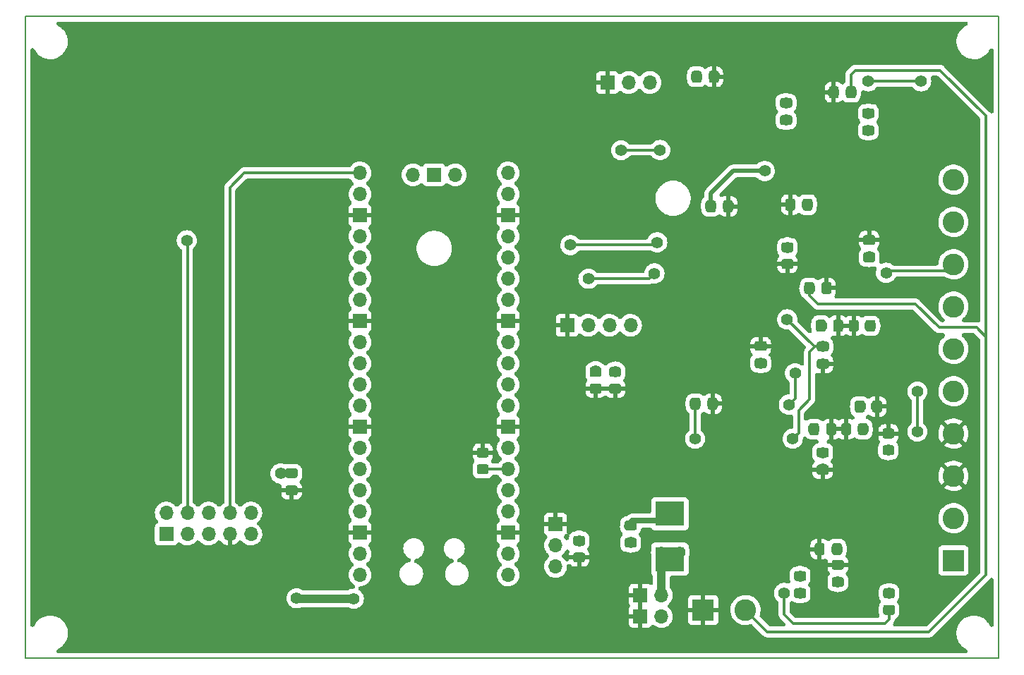
<source format=gbl>
G04 #@! TF.GenerationSoftware,KiCad,Pcbnew,(6.0.6)*
G04 #@! TF.CreationDate,2024-03-22T15:25:42+01:00*
G04 #@! TF.ProjectId,pi-pico-itm39xxc-if,70692d70-6963-46f2-9d69-746d33397878,rev?*
G04 #@! TF.SameCoordinates,Original*
G04 #@! TF.FileFunction,Copper,L2,Bot*
G04 #@! TF.FilePolarity,Positive*
%FSLAX46Y46*%
G04 Gerber Fmt 4.6, Leading zero omitted, Abs format (unit mm)*
G04 Created by KiCad (PCBNEW (6.0.6)) date 2024-03-22 15:25:42*
%MOMM*%
%LPD*%
G01*
G04 APERTURE LIST*
G04 #@! TA.AperFunction,NonConductor*
%ADD10C,0.200000*%
G04 #@! TD*
G04 #@! TA.AperFunction,ComponentPad*
%ADD11R,2.600000X2.600000*%
G04 #@! TD*
G04 #@! TA.AperFunction,ComponentPad*
%ADD12C,2.600000*%
G04 #@! TD*
G04 #@! TA.AperFunction,ComponentPad*
%ADD13R,1.700000X1.700000*%
G04 #@! TD*
G04 #@! TA.AperFunction,ComponentPad*
%ADD14O,1.700000X1.700000*%
G04 #@! TD*
G04 #@! TA.AperFunction,SMDPad,CuDef*
%ADD15R,3.500000X2.950000*%
G04 #@! TD*
G04 #@! TA.AperFunction,ViaPad*
%ADD16C,1.400000*%
G04 #@! TD*
G04 #@! TA.AperFunction,Conductor*
%ADD17C,0.650000*%
G04 #@! TD*
G04 #@! TA.AperFunction,Conductor*
%ADD18C,0.300000*%
G04 #@! TD*
G04 #@! TA.AperFunction,Conductor*
%ADD19C,1.000000*%
G04 #@! TD*
G04 #@! TA.AperFunction,Conductor*
%ADD20C,0.500000*%
G04 #@! TD*
G04 APERTURE END LIST*
D10*
X173990000Y-109397800D02*
X57175400Y-109397800D01*
X173990000Y-32385000D02*
X173990000Y-109397800D01*
X57175400Y-32385000D02*
X173990000Y-32385000D01*
X57175400Y-109397800D02*
X57175400Y-32385000D01*
D11*
X168530000Y-97680000D03*
D12*
X168530000Y-92600000D03*
X168530000Y-87520000D03*
X168530000Y-82440000D03*
X168530000Y-77360000D03*
X168530000Y-72280000D03*
X168530000Y-67200000D03*
X168530000Y-62120000D03*
X168530000Y-57040000D03*
X168530000Y-51960000D03*
D13*
X130957400Y-104394000D03*
D14*
X133497400Y-104394000D03*
D11*
X138508000Y-103629000D03*
D12*
X143588000Y-103629000D03*
D13*
X120802400Y-93309200D03*
D14*
X120802400Y-95849200D03*
X120802400Y-98389200D03*
X115112800Y-99415600D03*
X115112800Y-96875600D03*
D13*
X115112800Y-94335600D03*
D14*
X115112800Y-91795600D03*
X115112800Y-89255600D03*
X115112800Y-86715600D03*
X115112800Y-84175600D03*
D13*
X115112800Y-81635600D03*
D14*
X115112800Y-79095600D03*
X115112800Y-76555600D03*
X115112800Y-74015600D03*
X115112800Y-71475600D03*
D13*
X115112800Y-68935600D03*
D14*
X115112800Y-66395600D03*
X115112800Y-63855600D03*
X115112800Y-61315600D03*
X115112800Y-58775600D03*
D13*
X115112800Y-56235600D03*
D14*
X115112800Y-53695600D03*
X115112800Y-51155600D03*
X97332800Y-51155600D03*
X97332800Y-53695600D03*
D13*
X97332800Y-56235600D03*
D14*
X97332800Y-58775600D03*
X97332800Y-61315600D03*
X97332800Y-63855600D03*
X97332800Y-66395600D03*
D13*
X97332800Y-68935600D03*
D14*
X97332800Y-71475600D03*
X97332800Y-74015600D03*
X97332800Y-76555600D03*
X97332800Y-79095600D03*
D13*
X97332800Y-81635600D03*
D14*
X97332800Y-84175600D03*
X97332800Y-86715600D03*
X97332800Y-89255600D03*
X97332800Y-91795600D03*
D13*
X97332800Y-94335600D03*
D14*
X97332800Y-96875600D03*
X97332800Y-99415600D03*
X108762800Y-51385600D03*
D13*
X106222800Y-51385600D03*
D14*
X103682800Y-51385600D03*
D13*
X74091800Y-94513400D03*
D14*
X74091800Y-91973400D03*
X76631800Y-94513400D03*
X76631800Y-91973400D03*
X79171800Y-94513400D03*
X79171800Y-91973400D03*
X81711800Y-94513400D03*
X81711800Y-91973400D03*
X84251800Y-94513400D03*
X84251800Y-91973400D03*
D13*
X127040400Y-40309800D03*
D14*
X129580400Y-40309800D03*
X132120400Y-40309800D03*
D13*
X130962400Y-101854000D03*
D14*
X133502400Y-101854000D03*
D13*
X122184000Y-69443600D03*
D14*
X124724000Y-69443600D03*
X127264000Y-69443600D03*
X129804000Y-69443600D03*
G04 #@! TA.AperFunction,SMDPad,CuDef*
G36*
G01*
X160275200Y-81837000D02*
X161175200Y-81837000D01*
G75*
G02*
X161425200Y-82087000I0J-250000D01*
G01*
X161425200Y-82787000D01*
G75*
G02*
X161175200Y-83037000I-250000J0D01*
G01*
X160275200Y-83037000D01*
G75*
G02*
X160025200Y-82787000I0J250000D01*
G01*
X160025200Y-82087000D01*
G75*
G02*
X160275200Y-81837000I250000J0D01*
G01*
G37*
G04 #@! TD.AperFunction*
G04 #@! TA.AperFunction,SMDPad,CuDef*
G36*
G01*
X160275200Y-83837000D02*
X161175200Y-83837000D01*
G75*
G02*
X161425200Y-84087000I0J-250000D01*
G01*
X161425200Y-84787000D01*
G75*
G02*
X161175200Y-85037000I-250000J0D01*
G01*
X160275200Y-85037000D01*
G75*
G02*
X160025200Y-84787000I0J250000D01*
G01*
X160025200Y-84087000D01*
G75*
G02*
X160275200Y-83837000I250000J0D01*
G01*
G37*
G04 #@! TD.AperFunction*
G04 #@! TA.AperFunction,SMDPad,CuDef*
G36*
G01*
X125153000Y-74456600D02*
X126053000Y-74456600D01*
G75*
G02*
X126303000Y-74706600I0J-250000D01*
G01*
X126303000Y-75406600D01*
G75*
G02*
X126053000Y-75656600I-250000J0D01*
G01*
X125153000Y-75656600D01*
G75*
G02*
X124903000Y-75406600I0J250000D01*
G01*
X124903000Y-74706600D01*
G75*
G02*
X125153000Y-74456600I250000J0D01*
G01*
G37*
G04 #@! TD.AperFunction*
G04 #@! TA.AperFunction,SMDPad,CuDef*
G36*
G01*
X125153000Y-76456600D02*
X126053000Y-76456600D01*
G75*
G02*
X126303000Y-76706600I0J-250000D01*
G01*
X126303000Y-77406600D01*
G75*
G02*
X126053000Y-77656600I-250000J0D01*
G01*
X125153000Y-77656600D01*
G75*
G02*
X124903000Y-77406600I0J250000D01*
G01*
X124903000Y-76706600D01*
G75*
G02*
X125153000Y-76456600I250000J0D01*
G01*
G37*
G04 #@! TD.AperFunction*
G04 #@! TA.AperFunction,SMDPad,CuDef*
G36*
G01*
X159172200Y-69053800D02*
X159172200Y-69953800D01*
G75*
G02*
X158922200Y-70203800I-250000J0D01*
G01*
X158222200Y-70203800D01*
G75*
G02*
X157972200Y-69953800I0J250000D01*
G01*
X157972200Y-69053800D01*
G75*
G02*
X158222200Y-68803800I250000J0D01*
G01*
X158922200Y-68803800D01*
G75*
G02*
X159172200Y-69053800I0J-250000D01*
G01*
G37*
G04 #@! TD.AperFunction*
G04 #@! TA.AperFunction,SMDPad,CuDef*
G36*
G01*
X157172200Y-69053800D02*
X157172200Y-69953800D01*
G75*
G02*
X156922200Y-70203800I-250000J0D01*
G01*
X156222200Y-70203800D01*
G75*
G02*
X155972200Y-69953800I0J250000D01*
G01*
X155972200Y-69053800D01*
G75*
G02*
X156222200Y-68803800I250000J0D01*
G01*
X156922200Y-68803800D01*
G75*
G02*
X157172200Y-69053800I0J-250000D01*
G01*
G37*
G04 #@! TD.AperFunction*
G04 #@! TA.AperFunction,SMDPad,CuDef*
G36*
G01*
X151606500Y-54490600D02*
X151606500Y-55440600D01*
G75*
G02*
X151356500Y-55690600I-250000J0D01*
G01*
X150681500Y-55690600D01*
G75*
G02*
X150431500Y-55440600I0J250000D01*
G01*
X150431500Y-54490600D01*
G75*
G02*
X150681500Y-54240600I250000J0D01*
G01*
X151356500Y-54240600D01*
G75*
G02*
X151606500Y-54490600I0J-250000D01*
G01*
G37*
G04 #@! TD.AperFunction*
G04 #@! TA.AperFunction,SMDPad,CuDef*
G36*
G01*
X149531500Y-54490600D02*
X149531500Y-55440600D01*
G75*
G02*
X149281500Y-55690600I-250000J0D01*
G01*
X148606500Y-55690600D01*
G75*
G02*
X148356500Y-55440600I0J250000D01*
G01*
X148356500Y-54490600D01*
G75*
G02*
X148606500Y-54240600I250000J0D01*
G01*
X149281500Y-54240600D01*
G75*
G02*
X149531500Y-54490600I0J-250000D01*
G01*
G37*
G04 #@! TD.AperFunction*
G04 #@! TA.AperFunction,SMDPad,CuDef*
G36*
G01*
X111614800Y-84125000D02*
X112514800Y-84125000D01*
G75*
G02*
X112764800Y-84375000I0J-250000D01*
G01*
X112764800Y-85075000D01*
G75*
G02*
X112514800Y-85325000I-250000J0D01*
G01*
X111614800Y-85325000D01*
G75*
G02*
X111364800Y-85075000I0J250000D01*
G01*
X111364800Y-84375000D01*
G75*
G02*
X111614800Y-84125000I250000J0D01*
G01*
G37*
G04 #@! TD.AperFunction*
G04 #@! TA.AperFunction,SMDPad,CuDef*
G36*
G01*
X111614800Y-86125000D02*
X112514800Y-86125000D01*
G75*
G02*
X112764800Y-86375000I0J-250000D01*
G01*
X112764800Y-87075000D01*
G75*
G02*
X112514800Y-87325000I-250000J0D01*
G01*
X111614800Y-87325000D01*
G75*
G02*
X111364800Y-87075000I0J250000D01*
G01*
X111364800Y-86375000D01*
G75*
G02*
X111614800Y-86125000I250000J0D01*
G01*
G37*
G04 #@! TD.AperFunction*
G04 #@! TA.AperFunction,SMDPad,CuDef*
G36*
G01*
X88653600Y-86614600D02*
X89603600Y-86614600D01*
G75*
G02*
X89853600Y-86864600I0J-250000D01*
G01*
X89853600Y-87539600D01*
G75*
G02*
X89603600Y-87789600I-250000J0D01*
G01*
X88653600Y-87789600D01*
G75*
G02*
X88403600Y-87539600I0J250000D01*
G01*
X88403600Y-86864600D01*
G75*
G02*
X88653600Y-86614600I250000J0D01*
G01*
G37*
G04 #@! TD.AperFunction*
G04 #@! TA.AperFunction,SMDPad,CuDef*
G36*
G01*
X88653600Y-88689600D02*
X89603600Y-88689600D01*
G75*
G02*
X89853600Y-88939600I0J-250000D01*
G01*
X89853600Y-89614600D01*
G75*
G02*
X89603600Y-89864600I-250000J0D01*
G01*
X88653600Y-89864600D01*
G75*
G02*
X88403600Y-89614600I0J250000D01*
G01*
X88403600Y-88939600D01*
G75*
G02*
X88653600Y-88689600I250000J0D01*
G01*
G37*
G04 #@! TD.AperFunction*
G04 #@! TA.AperFunction,SMDPad,CuDef*
G36*
G01*
X136971600Y-79342000D02*
X136971600Y-78392000D01*
G75*
G02*
X137221600Y-78142000I250000J0D01*
G01*
X137896600Y-78142000D01*
G75*
G02*
X138146600Y-78392000I0J-250000D01*
G01*
X138146600Y-79342000D01*
G75*
G02*
X137896600Y-79592000I-250000J0D01*
G01*
X137221600Y-79592000D01*
G75*
G02*
X136971600Y-79342000I0J250000D01*
G01*
G37*
G04 #@! TD.AperFunction*
G04 #@! TA.AperFunction,SMDPad,CuDef*
G36*
G01*
X139046600Y-79342000D02*
X139046600Y-78392000D01*
G75*
G02*
X139296600Y-78142000I250000J0D01*
G01*
X139971600Y-78142000D01*
G75*
G02*
X140221600Y-78392000I0J-250000D01*
G01*
X140221600Y-79342000D01*
G75*
G02*
X139971600Y-79592000I-250000J0D01*
G01*
X139296600Y-79592000D01*
G75*
G02*
X139046600Y-79342000I0J250000D01*
G01*
G37*
G04 #@! TD.AperFunction*
G04 #@! TA.AperFunction,SMDPad,CuDef*
G36*
G01*
X148938000Y-45414600D02*
X147988000Y-45414600D01*
G75*
G02*
X147738000Y-45164600I0J250000D01*
G01*
X147738000Y-44489600D01*
G75*
G02*
X147988000Y-44239600I250000J0D01*
G01*
X148938000Y-44239600D01*
G75*
G02*
X149188000Y-44489600I0J-250000D01*
G01*
X149188000Y-45164600D01*
G75*
G02*
X148938000Y-45414600I-250000J0D01*
G01*
G37*
G04 #@! TD.AperFunction*
G04 #@! TA.AperFunction,SMDPad,CuDef*
G36*
G01*
X148938000Y-43339600D02*
X147988000Y-43339600D01*
G75*
G02*
X147738000Y-43089600I0J250000D01*
G01*
X147738000Y-42414600D01*
G75*
G02*
X147988000Y-42164600I250000J0D01*
G01*
X148938000Y-42164600D01*
G75*
G02*
X149188000Y-42414600I0J-250000D01*
G01*
X149188000Y-43089600D01*
G75*
G02*
X148938000Y-43339600I-250000J0D01*
G01*
G37*
G04 #@! TD.AperFunction*
G04 #@! TA.AperFunction,SMDPad,CuDef*
G36*
G01*
X127489800Y-74456600D02*
X128389800Y-74456600D01*
G75*
G02*
X128639800Y-74706600I0J-250000D01*
G01*
X128639800Y-75406600D01*
G75*
G02*
X128389800Y-75656600I-250000J0D01*
G01*
X127489800Y-75656600D01*
G75*
G02*
X127239800Y-75406600I0J250000D01*
G01*
X127239800Y-74706600D01*
G75*
G02*
X127489800Y-74456600I250000J0D01*
G01*
G37*
G04 #@! TD.AperFunction*
G04 #@! TA.AperFunction,SMDPad,CuDef*
G36*
G01*
X127489800Y-76456600D02*
X128389800Y-76456600D01*
G75*
G02*
X128639800Y-76706600I0J-250000D01*
G01*
X128639800Y-77406600D01*
G75*
G02*
X128389800Y-77656600I-250000J0D01*
G01*
X127489800Y-77656600D01*
G75*
G02*
X127239800Y-77406600I0J250000D01*
G01*
X127239800Y-76706600D01*
G75*
G02*
X127489800Y-76456600I250000J0D01*
G01*
G37*
G04 #@! TD.AperFunction*
G04 #@! TA.AperFunction,SMDPad,CuDef*
G36*
G01*
X149664400Y-98955100D02*
X150614400Y-98955100D01*
G75*
G02*
X150864400Y-99205100I0J-250000D01*
G01*
X150864400Y-99880100D01*
G75*
G02*
X150614400Y-100130100I-250000J0D01*
G01*
X149664400Y-100130100D01*
G75*
G02*
X149414400Y-99880100I0J250000D01*
G01*
X149414400Y-99205100D01*
G75*
G02*
X149664400Y-98955100I250000J0D01*
G01*
G37*
G04 #@! TD.AperFunction*
G04 #@! TA.AperFunction,SMDPad,CuDef*
G36*
G01*
X149664400Y-101030100D02*
X150614400Y-101030100D01*
G75*
G02*
X150864400Y-101280100I0J-250000D01*
G01*
X150864400Y-101955100D01*
G75*
G02*
X150614400Y-102205100I-250000J0D01*
G01*
X149664400Y-102205100D01*
G75*
G02*
X149414400Y-101955100I0J250000D01*
G01*
X149414400Y-101280100D01*
G75*
G02*
X149664400Y-101030100I250000J0D01*
G01*
G37*
G04 #@! TD.AperFunction*
G04 #@! TA.AperFunction,SMDPad,CuDef*
G36*
G01*
X151216200Y-82390000D02*
X151216200Y-81440000D01*
G75*
G02*
X151466200Y-81190000I250000J0D01*
G01*
X152141200Y-81190000D01*
G75*
G02*
X152391200Y-81440000I0J-250000D01*
G01*
X152391200Y-82390000D01*
G75*
G02*
X152141200Y-82640000I-250000J0D01*
G01*
X151466200Y-82640000D01*
G75*
G02*
X151216200Y-82390000I0J250000D01*
G01*
G37*
G04 #@! TD.AperFunction*
G04 #@! TA.AperFunction,SMDPad,CuDef*
G36*
G01*
X153291200Y-82390000D02*
X153291200Y-81440000D01*
G75*
G02*
X153541200Y-81190000I250000J0D01*
G01*
X154216200Y-81190000D01*
G75*
G02*
X154466200Y-81440000I0J-250000D01*
G01*
X154466200Y-82390000D01*
G75*
G02*
X154216200Y-82640000I-250000J0D01*
G01*
X153541200Y-82640000D01*
G75*
G02*
X153291200Y-82390000I0J250000D01*
G01*
G37*
G04 #@! TD.AperFunction*
G04 #@! TA.AperFunction,SMDPad,CuDef*
G36*
G01*
X123171800Y-94716800D02*
X124071800Y-94716800D01*
G75*
G02*
X124321800Y-94966800I0J-250000D01*
G01*
X124321800Y-95666800D01*
G75*
G02*
X124071800Y-95916800I-250000J0D01*
G01*
X123171800Y-95916800D01*
G75*
G02*
X122921800Y-95666800I0J250000D01*
G01*
X122921800Y-94966800D01*
G75*
G02*
X123171800Y-94716800I250000J0D01*
G01*
G37*
G04 #@! TD.AperFunction*
G04 #@! TA.AperFunction,SMDPad,CuDef*
G36*
G01*
X123171800Y-96716800D02*
X124071800Y-96716800D01*
G75*
G02*
X124321800Y-96966800I0J-250000D01*
G01*
X124321800Y-97666800D01*
G75*
G02*
X124071800Y-97916800I-250000J0D01*
G01*
X123171800Y-97916800D01*
G75*
G02*
X122921800Y-97666800I0J250000D01*
G01*
X122921800Y-96966800D01*
G75*
G02*
X123171800Y-96716800I250000J0D01*
G01*
G37*
G04 #@! TD.AperFunction*
G04 #@! TA.AperFunction,SMDPad,CuDef*
G36*
G01*
X152376200Y-84132800D02*
X153326200Y-84132800D01*
G75*
G02*
X153576200Y-84382800I0J-250000D01*
G01*
X153576200Y-85057800D01*
G75*
G02*
X153326200Y-85307800I-250000J0D01*
G01*
X152376200Y-85307800D01*
G75*
G02*
X152126200Y-85057800I0J250000D01*
G01*
X152126200Y-84382800D01*
G75*
G02*
X152376200Y-84132800I250000J0D01*
G01*
G37*
G04 #@! TD.AperFunction*
G04 #@! TA.AperFunction,SMDPad,CuDef*
G36*
G01*
X152376200Y-86207800D02*
X153326200Y-86207800D01*
G75*
G02*
X153576200Y-86457800I0J-250000D01*
G01*
X153576200Y-87132800D01*
G75*
G02*
X153326200Y-87382800I-250000J0D01*
G01*
X152376200Y-87382800D01*
G75*
G02*
X152126200Y-87132800I0J250000D01*
G01*
X152126200Y-86457800D01*
G75*
G02*
X152376200Y-86207800I250000J0D01*
G01*
G37*
G04 #@! TD.AperFunction*
G04 #@! TA.AperFunction,SMDPad,CuDef*
G36*
G01*
X129344400Y-92888400D02*
X130294400Y-92888400D01*
G75*
G02*
X130544400Y-93138400I0J-250000D01*
G01*
X130544400Y-93813400D01*
G75*
G02*
X130294400Y-94063400I-250000J0D01*
G01*
X129344400Y-94063400D01*
G75*
G02*
X129094400Y-93813400I0J250000D01*
G01*
X129094400Y-93138400D01*
G75*
G02*
X129344400Y-92888400I250000J0D01*
G01*
G37*
G04 #@! TD.AperFunction*
G04 #@! TA.AperFunction,SMDPad,CuDef*
G36*
G01*
X129344400Y-94963400D02*
X130294400Y-94963400D01*
G75*
G02*
X130544400Y-95213400I0J-250000D01*
G01*
X130544400Y-95888400D01*
G75*
G02*
X130294400Y-96138400I-250000J0D01*
G01*
X129344400Y-96138400D01*
G75*
G02*
X129094400Y-95888400I0J250000D01*
G01*
X129094400Y-95213400D01*
G75*
G02*
X129344400Y-94963400I250000J0D01*
G01*
G37*
G04 #@! TD.AperFunction*
G04 #@! TA.AperFunction,SMDPad,CuDef*
G36*
G01*
X145890000Y-74599200D02*
X144940000Y-74599200D01*
G75*
G02*
X144690000Y-74349200I0J250000D01*
G01*
X144690000Y-73674200D01*
G75*
G02*
X144940000Y-73424200I250000J0D01*
G01*
X145890000Y-73424200D01*
G75*
G02*
X146140000Y-73674200I0J-250000D01*
G01*
X146140000Y-74349200D01*
G75*
G02*
X145890000Y-74599200I-250000J0D01*
G01*
G37*
G04 #@! TD.AperFunction*
G04 #@! TA.AperFunction,SMDPad,CuDef*
G36*
G01*
X145890000Y-72524200D02*
X144940000Y-72524200D01*
G75*
G02*
X144690000Y-72274200I0J250000D01*
G01*
X144690000Y-71599200D01*
G75*
G02*
X144940000Y-71349200I250000J0D01*
G01*
X145890000Y-71349200D01*
G75*
G02*
X146140000Y-71599200I0J-250000D01*
G01*
X146140000Y-72274200D01*
G75*
G02*
X145890000Y-72524200I-250000J0D01*
G01*
G37*
G04 #@! TD.AperFunction*
G04 #@! TA.AperFunction,SMDPad,CuDef*
G36*
G01*
X155135600Y-100862800D02*
X154185600Y-100862800D01*
G75*
G02*
X153935600Y-100612800I0J250000D01*
G01*
X153935600Y-99937800D01*
G75*
G02*
X154185600Y-99687800I250000J0D01*
G01*
X155135600Y-99687800D01*
G75*
G02*
X155385600Y-99937800I0J-250000D01*
G01*
X155385600Y-100612800D01*
G75*
G02*
X155135600Y-100862800I-250000J0D01*
G01*
G37*
G04 #@! TD.AperFunction*
G04 #@! TA.AperFunction,SMDPad,CuDef*
G36*
G01*
X155135600Y-98787800D02*
X154185600Y-98787800D01*
G75*
G02*
X153935600Y-98537800I0J250000D01*
G01*
X153935600Y-97862800D01*
G75*
G02*
X154185600Y-97612800I250000J0D01*
G01*
X155135600Y-97612800D01*
G75*
G02*
X155385600Y-97862800I0J-250000D01*
G01*
X155385600Y-98537800D01*
G75*
G02*
X155135600Y-98787800I-250000J0D01*
G01*
G37*
G04 #@! TD.AperFunction*
G04 #@! TA.AperFunction,SMDPad,CuDef*
G36*
G01*
X158267200Y-81465000D02*
X158267200Y-82365000D01*
G75*
G02*
X158017200Y-82615000I-250000J0D01*
G01*
X157317200Y-82615000D01*
G75*
G02*
X157067200Y-82365000I0J250000D01*
G01*
X157067200Y-81465000D01*
G75*
G02*
X157317200Y-81215000I250000J0D01*
G01*
X158017200Y-81215000D01*
G75*
G02*
X158267200Y-81465000I0J-250000D01*
G01*
G37*
G04 #@! TD.AperFunction*
G04 #@! TA.AperFunction,SMDPad,CuDef*
G36*
G01*
X156267200Y-81465000D02*
X156267200Y-82365000D01*
G75*
G02*
X156017200Y-82615000I-250000J0D01*
G01*
X155317200Y-82615000D01*
G75*
G02*
X155067200Y-82365000I0J250000D01*
G01*
X155067200Y-81465000D01*
G75*
G02*
X155317200Y-81215000I250000J0D01*
G01*
X156017200Y-81215000D01*
G75*
G02*
X156267200Y-81465000I0J-250000D01*
G01*
G37*
G04 #@! TD.AperFunction*
G04 #@! TA.AperFunction,SMDPad,CuDef*
G36*
G01*
X156840500Y-41003200D02*
X156840500Y-41953200D01*
G75*
G02*
X156590500Y-42203200I-250000J0D01*
G01*
X155915500Y-42203200D01*
G75*
G02*
X155665500Y-41953200I0J250000D01*
G01*
X155665500Y-41003200D01*
G75*
G02*
X155915500Y-40753200I250000J0D01*
G01*
X156590500Y-40753200D01*
G75*
G02*
X156840500Y-41003200I0J-250000D01*
G01*
G37*
G04 #@! TD.AperFunction*
G04 #@! TA.AperFunction,SMDPad,CuDef*
G36*
G01*
X154765500Y-41003200D02*
X154765500Y-41953200D01*
G75*
G02*
X154515500Y-42203200I-250000J0D01*
G01*
X153840500Y-42203200D01*
G75*
G02*
X153590500Y-41953200I0J250000D01*
G01*
X153590500Y-41003200D01*
G75*
G02*
X153840500Y-40753200I250000J0D01*
G01*
X154515500Y-40753200D01*
G75*
G02*
X154765500Y-41003200I0J-250000D01*
G01*
G37*
G04 #@! TD.AperFunction*
G04 #@! TA.AperFunction,SMDPad,CuDef*
G36*
G01*
X152398200Y-71409400D02*
X153348200Y-71409400D01*
G75*
G02*
X153598200Y-71659400I0J-250000D01*
G01*
X153598200Y-72334400D01*
G75*
G02*
X153348200Y-72584400I-250000J0D01*
G01*
X152398200Y-72584400D01*
G75*
G02*
X152148200Y-72334400I0J250000D01*
G01*
X152148200Y-71659400D01*
G75*
G02*
X152398200Y-71409400I250000J0D01*
G01*
G37*
G04 #@! TD.AperFunction*
G04 #@! TA.AperFunction,SMDPad,CuDef*
G36*
G01*
X152398200Y-73484400D02*
X153348200Y-73484400D01*
G75*
G02*
X153598200Y-73734400I0J-250000D01*
G01*
X153598200Y-74409400D01*
G75*
G02*
X153348200Y-74659400I-250000J0D01*
G01*
X152398200Y-74659400D01*
G75*
G02*
X152148200Y-74409400I0J250000D01*
G01*
X152148200Y-73734400D01*
G75*
G02*
X152398200Y-73484400I250000J0D01*
G01*
G37*
G04 #@! TD.AperFunction*
D15*
X134518400Y-92075000D03*
X134518400Y-97525000D03*
G04 #@! TA.AperFunction,SMDPad,CuDef*
G36*
G01*
X156709200Y-79681600D02*
X156709200Y-78731600D01*
G75*
G02*
X156959200Y-78481600I250000J0D01*
G01*
X157634200Y-78481600D01*
G75*
G02*
X157884200Y-78731600I0J-250000D01*
G01*
X157884200Y-79681600D01*
G75*
G02*
X157634200Y-79931600I-250000J0D01*
G01*
X156959200Y-79931600D01*
G75*
G02*
X156709200Y-79681600I0J250000D01*
G01*
G37*
G04 #@! TD.AperFunction*
G04 #@! TA.AperFunction,SMDPad,CuDef*
G36*
G01*
X158784200Y-79681600D02*
X158784200Y-78731600D01*
G75*
G02*
X159034200Y-78481600I250000J0D01*
G01*
X159709200Y-78481600D01*
G75*
G02*
X159959200Y-78731600I0J-250000D01*
G01*
X159959200Y-79681600D01*
G75*
G02*
X159709200Y-79931600I-250000J0D01*
G01*
X159034200Y-79931600D01*
G75*
G02*
X158784200Y-79681600I0J250000D01*
G01*
G37*
G04 #@! TD.AperFunction*
G04 #@! TA.AperFunction,SMDPad,CuDef*
G36*
G01*
X137135200Y-40099000D02*
X137135200Y-39149000D01*
G75*
G02*
X137385200Y-38899000I250000J0D01*
G01*
X138060200Y-38899000D01*
G75*
G02*
X138310200Y-39149000I0J-250000D01*
G01*
X138310200Y-40099000D01*
G75*
G02*
X138060200Y-40349000I-250000J0D01*
G01*
X137385200Y-40349000D01*
G75*
G02*
X137135200Y-40099000I0J250000D01*
G01*
G37*
G04 #@! TD.AperFunction*
G04 #@! TA.AperFunction,SMDPad,CuDef*
G36*
G01*
X139210200Y-40099000D02*
X139210200Y-39149000D01*
G75*
G02*
X139460200Y-38899000I250000J0D01*
G01*
X140135200Y-38899000D01*
G75*
G02*
X140385200Y-39149000I0J-250000D01*
G01*
X140385200Y-40099000D01*
G75*
G02*
X140135200Y-40349000I-250000J0D01*
G01*
X139460200Y-40349000D01*
G75*
G02*
X139210200Y-40099000I0J250000D01*
G01*
G37*
G04 #@! TD.AperFunction*
G04 #@! TA.AperFunction,SMDPad,CuDef*
G36*
G01*
X148165400Y-59487000D02*
X149065400Y-59487000D01*
G75*
G02*
X149315400Y-59737000I0J-250000D01*
G01*
X149315400Y-60437000D01*
G75*
G02*
X149065400Y-60687000I-250000J0D01*
G01*
X148165400Y-60687000D01*
G75*
G02*
X147915400Y-60437000I0J250000D01*
G01*
X147915400Y-59737000D01*
G75*
G02*
X148165400Y-59487000I250000J0D01*
G01*
G37*
G04 #@! TD.AperFunction*
G04 #@! TA.AperFunction,SMDPad,CuDef*
G36*
G01*
X148165400Y-61487000D02*
X149065400Y-61487000D01*
G75*
G02*
X149315400Y-61737000I0J-250000D01*
G01*
X149315400Y-62437000D01*
G75*
G02*
X149065400Y-62687000I-250000J0D01*
G01*
X148165400Y-62687000D01*
G75*
G02*
X147915400Y-62437000I0J250000D01*
G01*
X147915400Y-61737000D01*
G75*
G02*
X148165400Y-61487000I250000J0D01*
G01*
G37*
G04 #@! TD.AperFunction*
G04 #@! TA.AperFunction,SMDPad,CuDef*
G36*
G01*
X152035600Y-69978800D02*
X152035600Y-69028800D01*
G75*
G02*
X152285600Y-68778800I250000J0D01*
G01*
X152960600Y-68778800D01*
G75*
G02*
X153210600Y-69028800I0J-250000D01*
G01*
X153210600Y-69978800D01*
G75*
G02*
X152960600Y-70228800I-250000J0D01*
G01*
X152285600Y-70228800D01*
G75*
G02*
X152035600Y-69978800I0J250000D01*
G01*
G37*
G04 #@! TD.AperFunction*
G04 #@! TA.AperFunction,SMDPad,CuDef*
G36*
G01*
X154110600Y-69978800D02*
X154110600Y-69028800D01*
G75*
G02*
X154360600Y-68778800I250000J0D01*
G01*
X155035600Y-68778800D01*
G75*
G02*
X155285600Y-69028800I0J-250000D01*
G01*
X155285600Y-69978800D01*
G75*
G02*
X155035600Y-70228800I-250000J0D01*
G01*
X154360600Y-70228800D01*
G75*
G02*
X154110600Y-69978800I0J250000D01*
G01*
G37*
G04 #@! TD.AperFunction*
G04 #@! TA.AperFunction,SMDPad,CuDef*
G36*
G01*
X138837000Y-55643800D02*
X138837000Y-54693800D01*
G75*
G02*
X139087000Y-54443800I250000J0D01*
G01*
X139762000Y-54443800D01*
G75*
G02*
X140012000Y-54693800I0J-250000D01*
G01*
X140012000Y-55643800D01*
G75*
G02*
X139762000Y-55893800I-250000J0D01*
G01*
X139087000Y-55893800D01*
G75*
G02*
X138837000Y-55643800I0J250000D01*
G01*
G37*
G04 #@! TD.AperFunction*
G04 #@! TA.AperFunction,SMDPad,CuDef*
G36*
G01*
X140912000Y-55643800D02*
X140912000Y-54693800D01*
G75*
G02*
X141162000Y-54443800I250000J0D01*
G01*
X141837000Y-54443800D01*
G75*
G02*
X142087000Y-54693800I0J-250000D01*
G01*
X142087000Y-55643800D01*
G75*
G02*
X141837000Y-55893800I-250000J0D01*
G01*
X141162000Y-55893800D01*
G75*
G02*
X140912000Y-55643800I0J250000D01*
G01*
G37*
G04 #@! TD.AperFunction*
G04 #@! TA.AperFunction,SMDPad,CuDef*
G36*
G01*
X158793200Y-46659200D02*
X157843200Y-46659200D01*
G75*
G02*
X157593200Y-46409200I0J250000D01*
G01*
X157593200Y-45734200D01*
G75*
G02*
X157843200Y-45484200I250000J0D01*
G01*
X158793200Y-45484200D01*
G75*
G02*
X159043200Y-45734200I0J-250000D01*
G01*
X159043200Y-46409200D01*
G75*
G02*
X158793200Y-46659200I-250000J0D01*
G01*
G37*
G04 #@! TD.AperFunction*
G04 #@! TA.AperFunction,SMDPad,CuDef*
G36*
G01*
X158793200Y-44584200D02*
X157843200Y-44584200D01*
G75*
G02*
X157593200Y-44334200I0J250000D01*
G01*
X157593200Y-43659200D01*
G75*
G02*
X157843200Y-43409200I250000J0D01*
G01*
X158793200Y-43409200D01*
G75*
G02*
X159043200Y-43659200I0J-250000D01*
G01*
X159043200Y-44334200D01*
G75*
G02*
X158793200Y-44584200I-250000J0D01*
G01*
G37*
G04 #@! TD.AperFunction*
G04 #@! TA.AperFunction,SMDPad,CuDef*
G36*
G01*
X158894800Y-61873800D02*
X157944800Y-61873800D01*
G75*
G02*
X157694800Y-61623800I0J250000D01*
G01*
X157694800Y-60948800D01*
G75*
G02*
X157944800Y-60698800I250000J0D01*
G01*
X158894800Y-60698800D01*
G75*
G02*
X159144800Y-60948800I0J-250000D01*
G01*
X159144800Y-61623800D01*
G75*
G02*
X158894800Y-61873800I-250000J0D01*
G01*
G37*
G04 #@! TD.AperFunction*
G04 #@! TA.AperFunction,SMDPad,CuDef*
G36*
G01*
X158894800Y-59798800D02*
X157944800Y-59798800D01*
G75*
G02*
X157694800Y-59548800I0J250000D01*
G01*
X157694800Y-58873800D01*
G75*
G02*
X157944800Y-58623800I250000J0D01*
G01*
X158894800Y-58623800D01*
G75*
G02*
X159144800Y-58873800I0J-250000D01*
G01*
X159144800Y-59548800D01*
G75*
G02*
X158894800Y-59798800I-250000J0D01*
G01*
G37*
G04 #@! TD.AperFunction*
G04 #@! TA.AperFunction,SMDPad,CuDef*
G36*
G01*
X150651900Y-65457600D02*
X150651900Y-64507600D01*
G75*
G02*
X150901900Y-64257600I250000J0D01*
G01*
X151576900Y-64257600D01*
G75*
G02*
X151826900Y-64507600I0J-250000D01*
G01*
X151826900Y-65457600D01*
G75*
G02*
X151576900Y-65707600I-250000J0D01*
G01*
X150901900Y-65707600D01*
G75*
G02*
X150651900Y-65457600I0J250000D01*
G01*
G37*
G04 #@! TD.AperFunction*
G04 #@! TA.AperFunction,SMDPad,CuDef*
G36*
G01*
X152726900Y-65457600D02*
X152726900Y-64507600D01*
G75*
G02*
X152976900Y-64257600I250000J0D01*
G01*
X153651900Y-64257600D01*
G75*
G02*
X153901900Y-64507600I0J-250000D01*
G01*
X153901900Y-65457600D01*
G75*
G02*
X153651900Y-65707600I-250000J0D01*
G01*
X152976900Y-65707600D01*
G75*
G02*
X152726900Y-65457600I0J250000D01*
G01*
G37*
G04 #@! TD.AperFunction*
G04 #@! TA.AperFunction,SMDPad,CuDef*
G36*
G01*
X160357400Y-101016000D02*
X161257400Y-101016000D01*
G75*
G02*
X161507400Y-101266000I0J-250000D01*
G01*
X161507400Y-101966000D01*
G75*
G02*
X161257400Y-102216000I-250000J0D01*
G01*
X160357400Y-102216000D01*
G75*
G02*
X160107400Y-101966000I0J250000D01*
G01*
X160107400Y-101266000D01*
G75*
G02*
X160357400Y-101016000I250000J0D01*
G01*
G37*
G04 #@! TD.AperFunction*
G04 #@! TA.AperFunction,SMDPad,CuDef*
G36*
G01*
X160357400Y-103016000D02*
X161257400Y-103016000D01*
G75*
G02*
X161507400Y-103266000I0J-250000D01*
G01*
X161507400Y-103966000D01*
G75*
G02*
X161257400Y-104216000I-250000J0D01*
G01*
X160357400Y-104216000D01*
G75*
G02*
X160107400Y-103966000I0J250000D01*
G01*
X160107400Y-103266000D01*
G75*
G02*
X160357400Y-103016000I250000J0D01*
G01*
G37*
G04 #@! TD.AperFunction*
G04 #@! TA.AperFunction,SMDPad,CuDef*
G36*
G01*
X155142600Y-95841800D02*
X155142600Y-96791800D01*
G75*
G02*
X154892600Y-97041800I-250000J0D01*
G01*
X154217600Y-97041800D01*
G75*
G02*
X153967600Y-96791800I0J250000D01*
G01*
X153967600Y-95841800D01*
G75*
G02*
X154217600Y-95591800I250000J0D01*
G01*
X154892600Y-95591800D01*
G75*
G02*
X155142600Y-95841800I0J-250000D01*
G01*
G37*
G04 #@! TD.AperFunction*
G04 #@! TA.AperFunction,SMDPad,CuDef*
G36*
G01*
X153067600Y-95841800D02*
X153067600Y-96791800D01*
G75*
G02*
X152817600Y-97041800I-250000J0D01*
G01*
X152142600Y-97041800D01*
G75*
G02*
X151892600Y-96791800I0J250000D01*
G01*
X151892600Y-95841800D01*
G75*
G02*
X152142600Y-95591800I250000J0D01*
G01*
X152817600Y-95591800D01*
G75*
G02*
X153067600Y-95841800I0J-250000D01*
G01*
G37*
G04 #@! TD.AperFunction*
D16*
X87807800Y-87239600D03*
X88188800Y-69926200D03*
X156413200Y-96316800D03*
X159299400Y-79206600D03*
X141503400Y-55118000D03*
X152831800Y-86741000D03*
X139801600Y-39573200D03*
X74676000Y-86487000D03*
X135610600Y-64312800D03*
X154152600Y-41452800D03*
X156286200Y-103759000D03*
X142671800Y-49301400D03*
X150901400Y-48971200D03*
X160502600Y-89281000D03*
X162560000Y-94030800D03*
X139954000Y-68935600D03*
X142773400Y-44170600D03*
X87884000Y-64744600D03*
X137896600Y-94665800D03*
X107365800Y-77698600D03*
X139623800Y-78867000D03*
X127660400Y-53619400D03*
X144805400Y-59791600D03*
X164744400Y-98094800D03*
X152847800Y-74050400D03*
X145415000Y-66675000D03*
X166522400Y-47167800D03*
X160426400Y-43992800D03*
X134416800Y-91440000D03*
X129819400Y-95529400D03*
X156253000Y-41478200D03*
X151239400Y-64998600D03*
X133455500Y-96723200D03*
X89738200Y-102209600D03*
X135686800Y-96723200D03*
X96596200Y-102260400D03*
X137722700Y-39624000D03*
X137541000Y-83058000D03*
X152873200Y-71996900D03*
X145897600Y-50927000D03*
X152851200Y-84720300D03*
X139424500Y-55143400D03*
X149250400Y-83058000D03*
X137559100Y-78867000D03*
X148590000Y-68732400D03*
X150139400Y-99542600D03*
X150139400Y-101617600D03*
X154555100Y-96316800D03*
X154660600Y-100279200D03*
X145440400Y-73974200D03*
X151003000Y-54940200D03*
X158419800Y-61248800D03*
X148488400Y-44805600D03*
X148463000Y-42773600D03*
X158318200Y-46047500D03*
X158318200Y-44047500D03*
X157334200Y-79206600D03*
X148793200Y-78968600D03*
X152660600Y-69503800D03*
X149529800Y-75209400D03*
X123621800Y-95300800D03*
X127990600Y-75006200D03*
X125603000Y-74955400D03*
X76555600Y-59258200D03*
X160451800Y-63151000D03*
X158318200Y-40157400D03*
X164668200Y-40157400D03*
X160807400Y-101616000D03*
X148209000Y-101574600D03*
X148615400Y-60087000D03*
X164211000Y-82194400D03*
X164211000Y-77393800D03*
X158572200Y-69503800D03*
X160725200Y-84437000D03*
X157661200Y-81915000D03*
X132664200Y-63220600D03*
X128676400Y-48437800D03*
X124739400Y-63855600D03*
X133350000Y-48412400D03*
X132994400Y-59486800D03*
X122580400Y-59817000D03*
X151765000Y-81915000D03*
D17*
X134362100Y-91494700D02*
X134416800Y-91440000D01*
X129362200Y-93556000D02*
X130026500Y-92891700D01*
X133701700Y-92891700D02*
X134518400Y-92075000D01*
X130026500Y-92891700D02*
X133701700Y-92891700D01*
D18*
X152247600Y-66903600D02*
X163982400Y-66903600D01*
X151239400Y-65895400D02*
X152247600Y-66903600D01*
X156768800Y-38836600D02*
X166928800Y-38836600D01*
X171297600Y-69723000D02*
X172415200Y-70840600D01*
X166801800Y-69723000D02*
X171297600Y-69723000D01*
X156253000Y-39352400D02*
X156768800Y-38836600D01*
X166928800Y-38836600D02*
X172415200Y-44323000D01*
X172415200Y-99441000D02*
X165608000Y-106248200D01*
X146207200Y-106248200D02*
X143588000Y-103629000D01*
X156253000Y-41478200D02*
X156253000Y-39352400D01*
X172415200Y-70840600D02*
X172415200Y-99441000D01*
X151239400Y-64998600D02*
X151239400Y-65895400D01*
X163982400Y-66903600D02*
X166801800Y-69723000D01*
X165608000Y-106248200D02*
X146207200Y-106248200D01*
X172415200Y-44323000D02*
X172415200Y-70840600D01*
D19*
X96596200Y-102260400D02*
X89789000Y-102260400D01*
X89789000Y-102260400D02*
X89738200Y-102209600D01*
X133502400Y-98541000D02*
X134518400Y-97525000D01*
X133502400Y-101854000D02*
X133502400Y-98541000D01*
D18*
X152873200Y-71996900D02*
X151954900Y-71996900D01*
X151282400Y-72669400D02*
X151282400Y-78333600D01*
D20*
X145897600Y-50927000D02*
X142138400Y-50927000D01*
D18*
X137559100Y-83039900D02*
X137541000Y-83058000D01*
D20*
X139424500Y-53640900D02*
X139424500Y-55143400D01*
D18*
X151954900Y-71996900D02*
X151282400Y-72669400D01*
X151282400Y-78333600D02*
X149961600Y-79654400D01*
X152873200Y-71996900D02*
X151854500Y-71996900D01*
X149961600Y-79654400D02*
X149961600Y-82346800D01*
X137559100Y-78867000D02*
X137559100Y-83039900D01*
X149961600Y-82346800D02*
X149250400Y-83058000D01*
D20*
X142138400Y-50927000D02*
X139424500Y-53640900D01*
D18*
X151854500Y-71996900D02*
X148590000Y-68732400D01*
X154660600Y-100275300D02*
X154660600Y-100279200D01*
X149529800Y-78232000D02*
X148793200Y-78968600D01*
X149529800Y-75209400D02*
X149529800Y-78232000D01*
X76631800Y-59334400D02*
X76631800Y-91973400D01*
X76555600Y-59258200D02*
X76631800Y-59334400D01*
X81711800Y-52908200D02*
X81711800Y-91973400D01*
X83464400Y-51155600D02*
X81711800Y-52908200D01*
X97332800Y-51155600D02*
X83464400Y-51155600D01*
X160661600Y-62941200D02*
X167708800Y-62941200D01*
X167708800Y-62941200D02*
X168530000Y-62120000D01*
X160451800Y-63151000D02*
X160661600Y-62941200D01*
X158318200Y-40157400D02*
X164668200Y-40157400D01*
X112064800Y-86725000D02*
X112074200Y-86715600D01*
X112074200Y-86715600D02*
X115112800Y-86715600D01*
X148209000Y-101574600D02*
X148209000Y-104140000D01*
X160807400Y-104775000D02*
X160807400Y-103616000D01*
X149301200Y-105232200D02*
X160350200Y-105232200D01*
X160350200Y-105232200D02*
X160807400Y-104775000D01*
X148209000Y-104140000D02*
X149301200Y-105232200D01*
X164211000Y-82194400D02*
X164211000Y-77393800D01*
X128701800Y-48412400D02*
X128676400Y-48437800D01*
X133350000Y-48412400D02*
X128701800Y-48412400D01*
X132029200Y-63855600D02*
X124739400Y-63855600D01*
X132664200Y-63220600D02*
X132029200Y-63855600D01*
X122580400Y-59817000D02*
X132664200Y-59817000D01*
X132664200Y-59817000D02*
X132994400Y-59486800D01*
G04 #@! TA.AperFunction,Conductor*
G36*
X170103980Y-33012758D02*
G01*
X170186059Y-33067602D01*
X170240903Y-33149681D01*
X170260161Y-33246500D01*
X170240903Y-33343319D01*
X170186059Y-33425398D01*
X170123199Y-33471320D01*
X169923388Y-33574450D01*
X169916342Y-33579402D01*
X169912663Y-33581988D01*
X169688177Y-33739759D01*
X169477578Y-33935460D01*
X169472123Y-33942125D01*
X169472119Y-33942129D01*
X169458805Y-33958396D01*
X169295487Y-34157932D01*
X169290994Y-34165264D01*
X169290989Y-34165271D01*
X169200654Y-34312684D01*
X169145273Y-34403058D01*
X169141813Y-34410941D01*
X169141810Y-34410946D01*
X169078645Y-34554841D01*
X169029717Y-34666302D01*
X168950956Y-34942794D01*
X168910449Y-35227416D01*
X168908943Y-35514903D01*
X168946468Y-35799934D01*
X168948739Y-35808236D01*
X168948740Y-35808240D01*
X168972019Y-35893331D01*
X169022329Y-36077236D01*
X169034591Y-36105983D01*
X169131739Y-36333742D01*
X169135123Y-36341676D01*
X169139547Y-36349068D01*
X169139548Y-36349070D01*
X169278340Y-36580975D01*
X169278344Y-36580981D01*
X169282761Y-36588361D01*
X169288140Y-36595075D01*
X169288142Y-36595078D01*
X169457126Y-36806004D01*
X169462513Y-36812728D01*
X169468753Y-36818650D01*
X169468759Y-36818656D01*
X169485778Y-36834806D01*
X169671051Y-37010623D01*
X169678047Y-37015650D01*
X169678048Y-37015651D01*
X169745802Y-37064337D01*
X169904517Y-37178386D01*
X169912119Y-37182411D01*
X169912127Y-37182416D01*
X170150984Y-37308884D01*
X170158592Y-37312912D01*
X170166673Y-37315869D01*
X170166677Y-37315871D01*
X170266282Y-37352321D01*
X170428573Y-37411711D01*
X170436985Y-37413545D01*
X170436988Y-37413546D01*
X170701046Y-37471120D01*
X170701052Y-37471121D01*
X170709464Y-37472955D01*
X170876644Y-37486112D01*
X170929982Y-37490310D01*
X170929985Y-37490310D01*
X170934939Y-37490700D01*
X171090471Y-37490700D01*
X171094751Y-37490408D01*
X171094757Y-37490408D01*
X171205232Y-37482876D01*
X171305025Y-37476073D01*
X171320082Y-37472955D01*
X171578101Y-37419522D01*
X171586542Y-37417774D01*
X171857543Y-37321807D01*
X172113012Y-37189950D01*
X172348223Y-37024641D01*
X172558822Y-36828940D01*
X172567240Y-36818656D01*
X172735459Y-36613131D01*
X172740913Y-36606468D01*
X172745406Y-36599136D01*
X172745411Y-36599129D01*
X172886626Y-36368687D01*
X172891127Y-36361342D01*
X172894590Y-36353454D01*
X172894595Y-36353444D01*
X172896837Y-36348336D01*
X172898536Y-36345904D01*
X172898580Y-36345821D01*
X172898591Y-36345827D01*
X172953386Y-36267423D01*
X173036596Y-36214310D01*
X173133797Y-36197082D01*
X173230191Y-36218364D01*
X173311104Y-36274913D01*
X173364217Y-36358123D01*
X173381500Y-36450027D01*
X173381500Y-43750123D01*
X173362242Y-43846942D01*
X173307398Y-43929021D01*
X173225319Y-43983865D01*
X173128500Y-44003123D01*
X173031681Y-43983865D01*
X172949602Y-43929021D01*
X172942421Y-43920876D01*
X172939652Y-43916193D01*
X172928398Y-43904939D01*
X172923841Y-43899064D01*
X172913486Y-43886940D01*
X172908398Y-43881522D01*
X172899041Y-43868643D01*
X172868061Y-43843014D01*
X172850432Y-43826973D01*
X167449159Y-38425699D01*
X167445146Y-38421289D01*
X167440216Y-38413520D01*
X167427275Y-38401367D01*
X167390019Y-38366382D01*
X167384311Y-38360851D01*
X167365133Y-38341673D01*
X167358850Y-38336799D01*
X167356376Y-38334618D01*
X167350502Y-38329273D01*
X167330539Y-38310526D01*
X167330536Y-38310524D01*
X167318933Y-38299628D01*
X167304981Y-38291958D01*
X167298941Y-38287570D01*
X167285662Y-38278847D01*
X167279246Y-38275052D01*
X167266668Y-38265296D01*
X167252060Y-38258975D01*
X167252057Y-38258973D01*
X167229766Y-38249327D01*
X167208360Y-38238840D01*
X167187088Y-38227146D01*
X167187089Y-38227146D01*
X167173137Y-38219476D01*
X167157718Y-38215517D01*
X167150798Y-38212777D01*
X167135707Y-38207610D01*
X167128580Y-38205539D01*
X167113976Y-38199220D01*
X167074268Y-38192931D01*
X167050933Y-38188098D01*
X167027409Y-38182059D01*
X167027406Y-38182059D01*
X167011988Y-38178100D01*
X166996071Y-38178100D01*
X166988701Y-38177169D01*
X166972806Y-38175918D01*
X166965372Y-38175684D01*
X166949648Y-38173194D01*
X166933801Y-38174692D01*
X166909627Y-38176977D01*
X166885818Y-38178100D01*
X156846199Y-38178100D01*
X156840242Y-38177819D01*
X156831263Y-38175812D01*
X156762436Y-38177975D01*
X156754489Y-38178100D01*
X156727368Y-38178100D01*
X156719486Y-38179096D01*
X156716181Y-38179304D01*
X156708244Y-38179678D01*
X156680879Y-38180538D01*
X156680878Y-38180538D01*
X156664969Y-38181038D01*
X156649683Y-38185479D01*
X156642334Y-38186643D01*
X156626736Y-38189873D01*
X156619532Y-38191723D01*
X156603736Y-38193718D01*
X156566342Y-38208524D01*
X156543805Y-38216239D01*
X156505200Y-38227455D01*
X156491503Y-38235556D01*
X156484680Y-38238508D01*
X156470355Y-38245526D01*
X156463845Y-38249105D01*
X156449044Y-38254965D01*
X156436170Y-38264319D01*
X156436162Y-38264323D01*
X156416508Y-38278603D01*
X156396590Y-38291687D01*
X156361993Y-38312148D01*
X156350736Y-38323405D01*
X156344852Y-38327969D01*
X156332740Y-38338314D01*
X156327322Y-38343402D01*
X156314443Y-38352759D01*
X156304296Y-38365025D01*
X156288817Y-38383736D01*
X156272774Y-38401367D01*
X155842101Y-38832039D01*
X155837690Y-38836053D01*
X155829920Y-38840984D01*
X155819022Y-38852589D01*
X155819021Y-38852590D01*
X155782782Y-38891181D01*
X155777251Y-38896889D01*
X155758073Y-38916067D01*
X155753199Y-38922350D01*
X155751018Y-38924824D01*
X155745673Y-38930698D01*
X155726926Y-38950661D01*
X155726924Y-38950664D01*
X155716028Y-38962267D01*
X155708358Y-38976219D01*
X155703970Y-38982259D01*
X155695247Y-38995538D01*
X155691452Y-39001954D01*
X155681696Y-39014532D01*
X155675375Y-39029140D01*
X155675373Y-39029143D01*
X155665727Y-39051434D01*
X155655240Y-39072840D01*
X155652986Y-39076940D01*
X155635876Y-39108063D01*
X155631917Y-39123482D01*
X155629177Y-39130402D01*
X155624010Y-39145493D01*
X155621939Y-39152620D01*
X155615620Y-39167224D01*
X155613131Y-39182941D01*
X155609331Y-39206932D01*
X155604498Y-39230267D01*
X155598459Y-39253791D01*
X155594500Y-39269212D01*
X155594500Y-39285129D01*
X155593569Y-39292499D01*
X155592318Y-39308394D01*
X155592084Y-39315828D01*
X155589594Y-39331552D01*
X155591092Y-39347399D01*
X155593377Y-39371573D01*
X155594500Y-39395382D01*
X155594500Y-40168864D01*
X155575242Y-40265683D01*
X155520398Y-40347762D01*
X155474634Y-40384002D01*
X155453650Y-40396987D01*
X155453644Y-40396991D01*
X155441152Y-40404722D01*
X155430770Y-40415123D01*
X155430769Y-40415123D01*
X155394174Y-40451782D01*
X155312143Y-40506697D01*
X155215341Y-40526040D01*
X155118505Y-40506866D01*
X155036377Y-40452093D01*
X154998893Y-40414674D01*
X154975978Y-40396577D01*
X154850536Y-40319254D01*
X154824077Y-40306916D01*
X154683376Y-40260247D01*
X154656509Y-40254487D01*
X154572293Y-40245859D01*
X154559404Y-40245200D01*
X154456918Y-40245200D01*
X154436134Y-40249334D01*
X154432000Y-40270118D01*
X154432000Y-42686281D01*
X154436134Y-42707065D01*
X154456918Y-42711199D01*
X154559321Y-42711199D01*
X154572369Y-42710524D01*
X154657791Y-42701661D01*
X154684698Y-42695850D01*
X154825286Y-42648947D01*
X154851732Y-42636559D01*
X154977038Y-42559016D01*
X154999918Y-42540882D01*
X155036119Y-42504618D01*
X155118150Y-42449704D01*
X155214952Y-42430361D01*
X155311788Y-42449535D01*
X155393912Y-42504305D01*
X155394226Y-42504618D01*
X155442197Y-42552505D01*
X155592762Y-42645315D01*
X155734449Y-42692310D01*
X155746614Y-42696345D01*
X155760639Y-42700997D01*
X155865100Y-42711700D01*
X156640900Y-42711700D01*
X156647406Y-42711025D01*
X156732896Y-42702155D01*
X156732898Y-42702154D01*
X156746666Y-42700726D01*
X156900257Y-42649484D01*
X156900506Y-42649401D01*
X156900508Y-42649400D01*
X156914446Y-42644750D01*
X157064848Y-42551678D01*
X157112139Y-42504305D01*
X157179420Y-42436906D01*
X157189805Y-42426503D01*
X157282615Y-42275938D01*
X157338297Y-42108061D01*
X157346781Y-42025260D01*
X157369166Y-41944129D01*
X157388285Y-41903126D01*
X157392956Y-41893110D01*
X157413807Y-41815295D01*
X157444827Y-41699524D01*
X157447686Y-41688855D01*
X157449209Y-41671455D01*
X157466116Y-41478200D01*
X157467512Y-41478322D01*
X157484411Y-41393361D01*
X157539255Y-41311282D01*
X157621334Y-41256438D01*
X157718153Y-41237180D01*
X157814972Y-41256438D01*
X157825075Y-41260884D01*
X157839360Y-41267545D01*
X157903290Y-41297356D01*
X157913962Y-41300216D01*
X157913966Y-41300217D01*
X158023748Y-41329633D01*
X158107545Y-41352086D01*
X158118546Y-41353048D01*
X158118549Y-41353049D01*
X158307193Y-41369553D01*
X158318200Y-41370516D01*
X158329207Y-41369553D01*
X158517851Y-41353049D01*
X158517854Y-41353048D01*
X158528855Y-41352086D01*
X158612652Y-41329633D01*
X158722434Y-41300217D01*
X158722438Y-41300216D01*
X158733110Y-41297356D01*
X158743121Y-41292688D01*
X158743126Y-41292686D01*
X158914746Y-41212658D01*
X158914749Y-41212656D01*
X158924758Y-41207989D01*
X159097976Y-41086701D01*
X159247501Y-40937176D01*
X159256879Y-40923783D01*
X159259942Y-40920851D01*
X159260937Y-40919665D01*
X159261067Y-40919774D01*
X159328189Y-40855520D01*
X159420193Y-40819743D01*
X159464123Y-40815900D01*
X163522277Y-40815900D01*
X163619096Y-40835158D01*
X163701175Y-40890002D01*
X163729521Y-40923783D01*
X163738899Y-40937176D01*
X163888424Y-41086701D01*
X164061642Y-41207989D01*
X164071651Y-41212656D01*
X164071654Y-41212658D01*
X164243274Y-41292686D01*
X164243279Y-41292688D01*
X164253290Y-41297356D01*
X164263962Y-41300216D01*
X164263966Y-41300217D01*
X164373748Y-41329633D01*
X164457545Y-41352086D01*
X164468546Y-41353048D01*
X164468549Y-41353049D01*
X164657193Y-41369553D01*
X164668200Y-41370516D01*
X164679207Y-41369553D01*
X164867851Y-41353049D01*
X164867854Y-41353048D01*
X164878855Y-41352086D01*
X164962652Y-41329633D01*
X165072434Y-41300217D01*
X165072438Y-41300216D01*
X165083110Y-41297356D01*
X165093121Y-41292688D01*
X165093126Y-41292686D01*
X165264746Y-41212658D01*
X165264749Y-41212656D01*
X165274758Y-41207989D01*
X165447976Y-41086701D01*
X165597501Y-40937176D01*
X165609762Y-40919665D01*
X165712453Y-40773007D01*
X165712454Y-40773006D01*
X165718789Y-40763958D01*
X165723458Y-40753946D01*
X165803486Y-40582326D01*
X165803488Y-40582321D01*
X165808156Y-40572310D01*
X165811227Y-40560852D01*
X165855134Y-40396987D01*
X165862886Y-40368055D01*
X165864662Y-40347762D01*
X165880353Y-40168407D01*
X165881316Y-40157400D01*
X165879860Y-40140763D01*
X165863849Y-39957749D01*
X165863848Y-39957746D01*
X165862886Y-39946745D01*
X165827205Y-39813581D01*
X165820748Y-39715077D01*
X165852480Y-39621600D01*
X165917568Y-39547381D01*
X166006103Y-39503721D01*
X166071584Y-39495100D01*
X166551244Y-39495100D01*
X166648063Y-39514358D01*
X166730142Y-39569202D01*
X171682598Y-44521657D01*
X171737442Y-44603736D01*
X171756700Y-44700555D01*
X171756700Y-68832781D01*
X171737442Y-68929600D01*
X171682598Y-69011679D01*
X171600519Y-69066523D01*
X171503700Y-69085781D01*
X171464123Y-69082666D01*
X171443063Y-69079330D01*
X171419733Y-69074498D01*
X171396209Y-69068459D01*
X171396206Y-69068459D01*
X171380788Y-69064500D01*
X171364871Y-69064500D01*
X171357501Y-69063569D01*
X171341606Y-69062318D01*
X171334172Y-69062084D01*
X171318448Y-69059594D01*
X171289631Y-69062318D01*
X171278427Y-69063377D01*
X171254618Y-69064500D01*
X169817113Y-69064500D01*
X169720294Y-69045242D01*
X169638215Y-68990398D01*
X169583371Y-68908319D01*
X169564113Y-68811500D01*
X169583371Y-68714681D01*
X169638215Y-68632602D01*
X169653644Y-68618402D01*
X169670423Y-68604198D01*
X169801149Y-68493530D01*
X169852357Y-68435138D01*
X169972190Y-68298495D01*
X169972192Y-68298492D01*
X169978382Y-68291434D01*
X170066630Y-68154237D01*
X170118720Y-68073255D01*
X170118723Y-68073249D01*
X170123797Y-68065361D01*
X170234199Y-67820278D01*
X170307163Y-67561568D01*
X170341086Y-67294915D01*
X170342514Y-67240369D01*
X170343405Y-67206350D01*
X170343405Y-67206345D01*
X170343571Y-67200000D01*
X170323650Y-66931937D01*
X170291357Y-66789218D01*
X170266397Y-66678910D01*
X170266396Y-66678907D01*
X170264327Y-66669763D01*
X170188614Y-66475069D01*
X170170304Y-66427985D01*
X170170302Y-66427980D01*
X170166902Y-66419238D01*
X170157239Y-66402330D01*
X170038178Y-66194017D01*
X170038177Y-66194015D01*
X170033518Y-66185864D01*
X169867105Y-65974769D01*
X169837357Y-65946785D01*
X169678156Y-65797024D01*
X169678153Y-65797021D01*
X169671317Y-65790591D01*
X169450457Y-65637374D01*
X169426331Y-65625476D01*
X169217793Y-65522637D01*
X169209376Y-65518486D01*
X169055353Y-65469183D01*
X168962318Y-65439402D01*
X168962315Y-65439401D01*
X168953370Y-65436538D01*
X168767874Y-65406328D01*
X168697324Y-65394838D01*
X168697321Y-65394838D01*
X168688063Y-65393330D01*
X168678681Y-65393207D01*
X168678679Y-65393207D01*
X168531615Y-65391282D01*
X168419284Y-65389812D01*
X168152937Y-65426060D01*
X167894874Y-65501278D01*
X167886356Y-65505205D01*
X167886353Y-65505206D01*
X167659296Y-65609881D01*
X167650763Y-65613815D01*
X167425968Y-65761197D01*
X167225426Y-65940188D01*
X167219427Y-65947401D01*
X167219426Y-65947402D01*
X167128354Y-66056905D01*
X167053544Y-66146854D01*
X167048672Y-66154883D01*
X167048669Y-66154887D01*
X166920181Y-66366628D01*
X166914096Y-66376656D01*
X166810148Y-66624545D01*
X166743981Y-66885077D01*
X166743040Y-66894420D01*
X166743040Y-66894421D01*
X166731380Y-67010216D01*
X166717050Y-67152526D01*
X166729947Y-67421019D01*
X166731777Y-67430219D01*
X166772586Y-67635376D01*
X166782388Y-67684656D01*
X166873220Y-67937646D01*
X167000450Y-68174431D01*
X167006068Y-68181954D01*
X167006069Y-68181956D01*
X167121611Y-68336685D01*
X167161281Y-68389810D01*
X167201314Y-68429495D01*
X167342112Y-68569069D01*
X167352180Y-68579050D01*
X167359750Y-68584600D01*
X167359754Y-68584604D01*
X167390938Y-68607469D01*
X167457630Y-68680249D01*
X167491393Y-68773012D01*
X167487088Y-68871633D01*
X167445369Y-68961100D01*
X167372589Y-69027792D01*
X167279826Y-69061555D01*
X167241338Y-69064500D01*
X167179356Y-69064500D01*
X167082537Y-69045242D01*
X167000458Y-68990398D01*
X164502759Y-66492699D01*
X164498746Y-66488289D01*
X164493816Y-66480520D01*
X164481419Y-66468878D01*
X164443619Y-66433382D01*
X164437911Y-66427851D01*
X164418733Y-66408673D01*
X164412450Y-66403799D01*
X164409976Y-66401618D01*
X164404102Y-66396273D01*
X164384139Y-66377526D01*
X164384136Y-66377524D01*
X164372533Y-66366628D01*
X164358581Y-66358958D01*
X164352541Y-66354570D01*
X164339262Y-66345847D01*
X164332846Y-66342052D01*
X164320268Y-66332296D01*
X164305660Y-66325975D01*
X164305657Y-66325973D01*
X164283366Y-66316327D01*
X164261960Y-66305840D01*
X164240688Y-66294146D01*
X164240689Y-66294146D01*
X164226737Y-66286476D01*
X164211318Y-66282517D01*
X164204398Y-66279777D01*
X164189307Y-66274610D01*
X164182180Y-66272539D01*
X164167576Y-66266220D01*
X164127868Y-66259931D01*
X164104533Y-66255098D01*
X164081009Y-66249059D01*
X164081006Y-66249059D01*
X164065588Y-66245100D01*
X164049671Y-66245100D01*
X164042301Y-66244169D01*
X164026406Y-66242918D01*
X164018972Y-66242684D01*
X164003248Y-66240194D01*
X163987401Y-66241692D01*
X163963227Y-66243977D01*
X163939418Y-66245100D01*
X154510098Y-66245100D01*
X154413279Y-66225842D01*
X154331200Y-66170998D01*
X154276356Y-66088919D01*
X154257098Y-65992100D01*
X154276356Y-65895281D01*
X154294727Y-65859344D01*
X154335846Y-65792636D01*
X154348184Y-65766177D01*
X154394853Y-65625476D01*
X154400613Y-65598609D01*
X154409241Y-65514393D01*
X154409900Y-65501504D01*
X154409900Y-65261518D01*
X154405766Y-65240734D01*
X154384982Y-65236600D01*
X153313400Y-65236600D01*
X153216581Y-65217342D01*
X153134502Y-65162498D01*
X153079658Y-65080419D01*
X153060400Y-64983600D01*
X153060400Y-64703682D01*
X153568400Y-64703682D01*
X153572534Y-64724466D01*
X153593318Y-64728600D01*
X154384981Y-64728600D01*
X154405765Y-64724466D01*
X154409899Y-64703682D01*
X154409899Y-64463779D01*
X154409224Y-64450731D01*
X154400361Y-64365309D01*
X154394550Y-64338402D01*
X154347647Y-64197814D01*
X154335259Y-64171368D01*
X154257716Y-64046062D01*
X154239582Y-64023182D01*
X154135293Y-63919074D01*
X154112378Y-63900977D01*
X153986936Y-63823654D01*
X153960477Y-63811316D01*
X153819776Y-63764647D01*
X153792909Y-63758887D01*
X153708693Y-63750259D01*
X153695804Y-63749600D01*
X153593318Y-63749600D01*
X153572534Y-63753734D01*
X153568400Y-63774518D01*
X153568400Y-64703682D01*
X153060400Y-64703682D01*
X153060400Y-63774519D01*
X153056266Y-63753735D01*
X153035482Y-63749601D01*
X152933079Y-63749601D01*
X152920031Y-63750276D01*
X152834609Y-63759139D01*
X152807702Y-63764950D01*
X152667114Y-63811853D01*
X152640668Y-63824241D01*
X152515362Y-63901784D01*
X152492482Y-63919918D01*
X152456281Y-63956182D01*
X152374250Y-64011096D01*
X152277448Y-64030439D01*
X152180612Y-64011265D01*
X152098488Y-63956495D01*
X152061846Y-63919918D01*
X152050203Y-63908295D01*
X151899638Y-63815485D01*
X151746365Y-63764647D01*
X151744873Y-63764152D01*
X151731761Y-63759803D01*
X151627300Y-63749100D01*
X150851500Y-63749100D01*
X150844995Y-63749775D01*
X150844994Y-63749775D01*
X150759504Y-63758645D01*
X150759502Y-63758646D01*
X150745734Y-63760074D01*
X150680230Y-63781928D01*
X150591894Y-63811399D01*
X150591892Y-63811400D01*
X150577954Y-63816050D01*
X150427552Y-63909122D01*
X150417170Y-63919523D01*
X150417169Y-63919523D01*
X150365858Y-63970923D01*
X150302595Y-64034297D01*
X150209785Y-64184862D01*
X150154103Y-64352739D01*
X150152695Y-64366481D01*
X150143518Y-64456045D01*
X150121133Y-64537177D01*
X150099444Y-64583690D01*
X150096584Y-64594362D01*
X150096583Y-64594366D01*
X150067292Y-64703682D01*
X150044714Y-64787945D01*
X150043752Y-64798946D01*
X150043751Y-64798949D01*
X150035834Y-64889445D01*
X150026284Y-64998600D01*
X150027247Y-65009607D01*
X150040063Y-65156089D01*
X150044714Y-65209255D01*
X150047573Y-65219924D01*
X150095463Y-65398651D01*
X150099444Y-65413510D01*
X150104113Y-65423523D01*
X150104116Y-65423531D01*
X150125404Y-65469183D01*
X150147757Y-65549993D01*
X150154374Y-65613766D01*
X150162250Y-65637374D01*
X150205648Y-65767451D01*
X150210350Y-65781546D01*
X150303422Y-65931948D01*
X150428597Y-66056905D01*
X150441110Y-66064618D01*
X150579162Y-66149715D01*
X150578328Y-66151068D01*
X150644377Y-66199496D01*
X150662527Y-66221711D01*
X150681399Y-66247686D01*
X150694485Y-66267608D01*
X150714947Y-66302207D01*
X150726202Y-66313462D01*
X150730766Y-66319346D01*
X150741114Y-66331461D01*
X150746205Y-66336882D01*
X150755559Y-66349757D01*
X150767822Y-66359902D01*
X150767824Y-66359904D01*
X150786532Y-66375380D01*
X150804162Y-66391422D01*
X151727241Y-67314501D01*
X151731254Y-67318911D01*
X151736184Y-67326680D01*
X151747788Y-67337577D01*
X151747789Y-67337578D01*
X151786381Y-67373818D01*
X151792089Y-67379349D01*
X151811267Y-67398527D01*
X151817550Y-67403401D01*
X151820024Y-67405582D01*
X151825898Y-67410927D01*
X151845861Y-67429674D01*
X151845864Y-67429676D01*
X151857467Y-67440572D01*
X151871419Y-67448242D01*
X151877459Y-67452630D01*
X151890738Y-67461353D01*
X151897154Y-67465148D01*
X151909732Y-67474904D01*
X151924340Y-67481225D01*
X151924343Y-67481227D01*
X151946634Y-67490873D01*
X151968040Y-67501360D01*
X151983989Y-67510128D01*
X152003263Y-67520724D01*
X152018682Y-67524683D01*
X152025602Y-67527423D01*
X152040693Y-67532590D01*
X152047820Y-67534661D01*
X152062424Y-67540980D01*
X152102132Y-67547269D01*
X152125467Y-67552102D01*
X152148991Y-67558141D01*
X152148994Y-67558141D01*
X152164412Y-67562100D01*
X152180329Y-67562100D01*
X152187699Y-67563031D01*
X152203594Y-67564282D01*
X152211028Y-67564516D01*
X152226752Y-67567006D01*
X152242599Y-67565508D01*
X152266773Y-67563223D01*
X152290582Y-67562100D01*
X163604844Y-67562100D01*
X163701663Y-67581358D01*
X163783742Y-67636202D01*
X166281441Y-70133901D01*
X166285454Y-70138311D01*
X166290384Y-70146080D01*
X166301988Y-70156977D01*
X166301989Y-70156978D01*
X166340581Y-70193218D01*
X166346289Y-70198749D01*
X166365467Y-70217927D01*
X166371750Y-70222801D01*
X166374224Y-70224982D01*
X166380098Y-70230327D01*
X166400061Y-70249074D01*
X166400064Y-70249076D01*
X166411667Y-70259972D01*
X166425619Y-70267642D01*
X166431659Y-70272030D01*
X166444938Y-70280753D01*
X166451354Y-70284548D01*
X166463932Y-70294304D01*
X166478540Y-70300625D01*
X166478543Y-70300627D01*
X166500834Y-70310273D01*
X166522240Y-70320760D01*
X166533753Y-70327089D01*
X166557463Y-70340124D01*
X166572882Y-70344083D01*
X166579802Y-70346823D01*
X166594893Y-70351990D01*
X166602020Y-70354061D01*
X166616624Y-70360380D01*
X166656332Y-70366669D01*
X166679667Y-70371502D01*
X166703191Y-70377541D01*
X166703194Y-70377541D01*
X166718612Y-70381500D01*
X166734529Y-70381500D01*
X166741899Y-70382431D01*
X166757794Y-70383682D01*
X166765228Y-70383916D01*
X166780952Y-70386406D01*
X166796799Y-70384908D01*
X166820973Y-70382623D01*
X166844782Y-70381500D01*
X167280886Y-70381500D01*
X167377705Y-70400758D01*
X167459784Y-70455602D01*
X167514628Y-70537681D01*
X167533886Y-70634500D01*
X167514628Y-70731319D01*
X167459784Y-70813398D01*
X167434904Y-70835217D01*
X167433818Y-70836050D01*
X167425968Y-70841197D01*
X167418965Y-70847448D01*
X167418963Y-70847449D01*
X167398046Y-70866118D01*
X167225426Y-71020188D01*
X167219427Y-71027401D01*
X167219426Y-71027402D01*
X167077918Y-71197548D01*
X167053544Y-71226854D01*
X167048672Y-71234883D01*
X167048669Y-71234887D01*
X166918969Y-71448625D01*
X166914096Y-71456656D01*
X166810148Y-71704545D01*
X166743981Y-71965077D01*
X166743040Y-71974420D01*
X166743040Y-71974421D01*
X166718206Y-72221045D01*
X166717050Y-72232526D01*
X166717500Y-72241895D01*
X166717500Y-72241896D01*
X166720615Y-72306749D01*
X166729947Y-72501019D01*
X166731777Y-72510219D01*
X166773998Y-72722475D01*
X166782388Y-72764656D01*
X166873220Y-73017646D01*
X167000450Y-73254431D01*
X167006068Y-73261954D01*
X167006069Y-73261956D01*
X167155664Y-73462288D01*
X167161281Y-73469810D01*
X167352180Y-73659050D01*
X167359748Y-73664599D01*
X167561384Y-73812445D01*
X167561389Y-73812448D01*
X167568954Y-73817995D01*
X167577262Y-73822366D01*
X167577265Y-73822368D01*
X167792049Y-73935372D01*
X167806840Y-73943154D01*
X167815700Y-73946248D01*
X168033567Y-74022330D01*
X168060613Y-74031775D01*
X168324698Y-74081913D01*
X168334079Y-74082282D01*
X168334083Y-74082282D01*
X168450428Y-74086853D01*
X168593293Y-74092466D01*
X168860497Y-74063203D01*
X168869562Y-74060816D01*
X168869564Y-74060816D01*
X169111372Y-73997153D01*
X169111376Y-73997152D01*
X169120441Y-73994765D01*
X169367414Y-73888657D01*
X169595990Y-73747210D01*
X169734141Y-73630257D01*
X169793986Y-73579594D01*
X169793987Y-73579593D01*
X169801149Y-73573530D01*
X169892109Y-73469810D01*
X169972190Y-73378495D01*
X169972192Y-73378492D01*
X169978382Y-73371434D01*
X170079788Y-73213781D01*
X170118720Y-73153255D01*
X170118723Y-73153249D01*
X170123797Y-73145361D01*
X170234199Y-72900278D01*
X170307163Y-72641568D01*
X170341086Y-72374915D01*
X170343571Y-72280000D01*
X170323650Y-72011937D01*
X170291127Y-71868202D01*
X170266397Y-71758910D01*
X170266396Y-71758907D01*
X170264327Y-71749763D01*
X170207057Y-71602494D01*
X170170304Y-71507985D01*
X170170302Y-71507980D01*
X170166902Y-71499238D01*
X170157239Y-71482330D01*
X170038178Y-71274017D01*
X170038177Y-71274015D01*
X170033518Y-71265864D01*
X169929037Y-71133329D01*
X169872913Y-71062136D01*
X169872910Y-71062133D01*
X169867105Y-71054769D01*
X169854695Y-71043095D01*
X169678156Y-70877024D01*
X169678153Y-70877021D01*
X169671317Y-70870591D01*
X169663604Y-70865240D01*
X169663600Y-70865237D01*
X169630645Y-70842375D01*
X169562072Y-70771365D01*
X169525893Y-70679518D01*
X169527617Y-70580817D01*
X169566981Y-70490289D01*
X169637991Y-70421716D01*
X169729838Y-70385537D01*
X169774856Y-70381500D01*
X170920044Y-70381500D01*
X171016863Y-70400758D01*
X171098942Y-70455602D01*
X171682598Y-71039258D01*
X171737442Y-71121337D01*
X171756700Y-71218156D01*
X171756700Y-99063444D01*
X171737442Y-99160263D01*
X171682598Y-99242342D01*
X165409342Y-105515598D01*
X165327263Y-105570442D01*
X165230444Y-105589700D01*
X161529980Y-105589700D01*
X161433161Y-105570442D01*
X161351082Y-105515598D01*
X161296238Y-105433519D01*
X161276980Y-105336700D01*
X161296238Y-105239881D01*
X161325298Y-105187991D01*
X161333473Y-105176739D01*
X161344372Y-105165133D01*
X161352041Y-105151183D01*
X161356422Y-105145153D01*
X161365165Y-105131842D01*
X161368947Y-105125448D01*
X161378704Y-105112869D01*
X161385971Y-105096077D01*
X161394674Y-105075964D01*
X161405158Y-105054564D01*
X161424524Y-105019337D01*
X161428483Y-105003916D01*
X161431224Y-104996994D01*
X161436386Y-104981917D01*
X161438459Y-104974782D01*
X161444779Y-104960177D01*
X161451067Y-104920473D01*
X161455901Y-104897132D01*
X161461940Y-104873611D01*
X161465900Y-104858188D01*
X161465900Y-104842269D01*
X161466283Y-104839238D01*
X161497526Y-104745597D01*
X161562225Y-104671040D01*
X161584155Y-104655812D01*
X161719252Y-104572211D01*
X161719253Y-104572210D01*
X161731748Y-104564478D01*
X161856705Y-104439303D01*
X161935373Y-104311680D01*
X161941802Y-104301251D01*
X161941802Y-104301250D01*
X161949515Y-104288738D01*
X162005197Y-104120861D01*
X162015900Y-104016400D01*
X162015900Y-103215600D01*
X162004926Y-103109834D01*
X161961718Y-102980323D01*
X161953601Y-102955994D01*
X161953600Y-102955992D01*
X161948950Y-102942054D01*
X161866878Y-102809427D01*
X161863614Y-102804153D01*
X161863613Y-102804152D01*
X161855878Y-102791652D01*
X161845473Y-102781265D01*
X161839071Y-102773188D01*
X161794025Y-102685349D01*
X161786022Y-102586958D01*
X161816280Y-102492994D01*
X161838798Y-102459230D01*
X161846318Y-102449708D01*
X161856705Y-102439303D01*
X161949515Y-102288738D01*
X162005197Y-102120861D01*
X162015900Y-102016400D01*
X162015900Y-101679804D01*
X162016863Y-101657754D01*
X162019553Y-101627007D01*
X162020516Y-101616000D01*
X162016863Y-101574246D01*
X162015900Y-101552196D01*
X162015900Y-101215600D01*
X162011207Y-101170366D01*
X162006355Y-101123604D01*
X162006354Y-101123602D01*
X162004926Y-101109834D01*
X161958305Y-100970094D01*
X161953601Y-100955994D01*
X161953600Y-100955992D01*
X161948950Y-100942054D01*
X161871392Y-100816722D01*
X161863611Y-100804148D01*
X161863610Y-100804147D01*
X161855878Y-100791652D01*
X161833735Y-100769547D01*
X161760211Y-100696152D01*
X161730703Y-100666695D01*
X161617503Y-100596917D01*
X161592651Y-100581598D01*
X161592650Y-100581598D01*
X161580138Y-100573885D01*
X161429772Y-100524011D01*
X161425373Y-100522552D01*
X161412261Y-100518203D01*
X161398521Y-100516795D01*
X161398520Y-100516795D01*
X161327146Y-100509482D01*
X161246015Y-100487097D01*
X161232331Y-100480717D01*
X161222310Y-100476044D01*
X161211638Y-100473184D01*
X161211634Y-100473183D01*
X161067803Y-100434644D01*
X161018055Y-100421314D01*
X161007054Y-100420352D01*
X161007051Y-100420351D01*
X160818407Y-100403847D01*
X160807400Y-100402884D01*
X160796393Y-100403847D01*
X160607749Y-100420351D01*
X160607746Y-100420352D01*
X160596745Y-100421314D01*
X160546997Y-100434644D01*
X160403166Y-100473183D01*
X160403162Y-100473184D01*
X160392490Y-100476044D01*
X160382477Y-100480713D01*
X160382469Y-100480716D01*
X160368719Y-100487128D01*
X160287908Y-100509481D01*
X160287898Y-100509482D01*
X160215004Y-100517045D01*
X160215002Y-100517046D01*
X160201234Y-100518474D01*
X160144290Y-100537472D01*
X160047394Y-100569799D01*
X160047392Y-100569800D01*
X160033454Y-100574450D01*
X159979510Y-100607832D01*
X159900471Y-100656743D01*
X159883052Y-100667522D01*
X159872670Y-100677923D01*
X159872669Y-100677923D01*
X159865830Y-100684774D01*
X159758095Y-100792697D01*
X159750382Y-100805210D01*
X159674343Y-100928568D01*
X159665285Y-100943262D01*
X159631327Y-101045642D01*
X159614457Y-101096506D01*
X159609603Y-101111139D01*
X159598900Y-101215600D01*
X159598900Y-101552196D01*
X159597937Y-101574246D01*
X159594284Y-101616000D01*
X159595247Y-101627007D01*
X159597937Y-101657754D01*
X159598900Y-101679804D01*
X159598900Y-102016400D01*
X159599575Y-102022905D01*
X159599575Y-102022906D01*
X159603502Y-102060749D01*
X159609874Y-102122166D01*
X159626215Y-102171146D01*
X159660792Y-102274784D01*
X159665850Y-102289946D01*
X159705721Y-102354376D01*
X159739679Y-102409251D01*
X159758922Y-102440348D01*
X159769327Y-102450735D01*
X159775729Y-102458812D01*
X159820775Y-102546651D01*
X159828778Y-102645042D01*
X159798520Y-102739006D01*
X159776002Y-102772770D01*
X159768482Y-102782292D01*
X159758095Y-102792697D01*
X159665285Y-102943262D01*
X159609603Y-103111139D01*
X159598900Y-103215600D01*
X159598900Y-104016400D01*
X159599575Y-104022905D01*
X159599575Y-104022906D01*
X159608037Y-104104457D01*
X159609874Y-104122166D01*
X159622926Y-104161288D01*
X159649397Y-104240631D01*
X159661769Y-104338568D01*
X159635721Y-104433785D01*
X159575217Y-104511786D01*
X159489470Y-104560696D01*
X159409401Y-104573700D01*
X149678756Y-104573700D01*
X149581937Y-104554442D01*
X149499858Y-104499598D01*
X148941602Y-103941342D01*
X148886758Y-103859263D01*
X148867500Y-103762444D01*
X148867500Y-102808092D01*
X148886758Y-102711273D01*
X148941602Y-102629194D01*
X149023681Y-102574350D01*
X149120500Y-102555092D01*
X149217319Y-102574350D01*
X149253256Y-102592720D01*
X149341662Y-102647215D01*
X149456564Y-102685326D01*
X149495514Y-102698245D01*
X149509539Y-102702897D01*
X149523279Y-102704305D01*
X149523280Y-102704305D01*
X149592340Y-102711381D01*
X149673471Y-102733766D01*
X149684709Y-102739006D01*
X149724490Y-102757556D01*
X149735162Y-102760416D01*
X149735166Y-102760417D01*
X149781269Y-102772770D01*
X149928745Y-102812286D01*
X149939746Y-102813248D01*
X149939749Y-102813249D01*
X150128393Y-102829753D01*
X150139400Y-102830716D01*
X150150407Y-102829753D01*
X150339051Y-102813249D01*
X150339054Y-102813248D01*
X150350055Y-102812286D01*
X150497531Y-102772770D01*
X150543634Y-102760417D01*
X150543638Y-102760416D01*
X150554310Y-102757556D01*
X150564321Y-102752888D01*
X150564326Y-102752886D01*
X150605403Y-102733731D01*
X150686215Y-102711378D01*
X150756796Y-102704055D01*
X150756798Y-102704054D01*
X150770566Y-102702626D01*
X150852442Y-102675310D01*
X150924406Y-102651301D01*
X150924408Y-102651300D01*
X150938346Y-102646650D01*
X151025494Y-102592721D01*
X151076252Y-102561311D01*
X151076253Y-102561310D01*
X151088748Y-102553578D01*
X151138339Y-102503901D01*
X151203320Y-102438806D01*
X151213705Y-102428403D01*
X151306515Y-102277838D01*
X151362197Y-102109961D01*
X151372900Y-102005500D01*
X151372900Y-101229700D01*
X151369935Y-101201123D01*
X151363355Y-101137704D01*
X151363354Y-101137702D01*
X151361926Y-101123934D01*
X151330919Y-101030995D01*
X151310601Y-100970094D01*
X151310600Y-100970092D01*
X151305950Y-100956154D01*
X151212878Y-100805752D01*
X151199800Y-100792697D01*
X151166171Y-100759126D01*
X151111257Y-100677095D01*
X151108480Y-100663200D01*
X153427100Y-100663200D01*
X153427775Y-100669705D01*
X153427775Y-100669706D01*
X153433689Y-100726700D01*
X153438074Y-100768966D01*
X153442455Y-100782097D01*
X153488992Y-100921584D01*
X153494050Y-100936746D01*
X153587122Y-101087148D01*
X153597523Y-101097530D01*
X153597523Y-101097531D01*
X153610818Y-101110803D01*
X153712297Y-101212105D01*
X153730287Y-101223194D01*
X153822928Y-101280299D01*
X153862862Y-101304915D01*
X154004549Y-101351910D01*
X154016714Y-101355945D01*
X154030739Y-101360597D01*
X154102819Y-101367982D01*
X154183956Y-101390369D01*
X154235680Y-101414489D01*
X154235687Y-101414492D01*
X154245690Y-101419156D01*
X154449945Y-101473886D01*
X154460946Y-101474848D01*
X154460949Y-101474849D01*
X154649593Y-101491353D01*
X154660600Y-101492316D01*
X154671607Y-101491353D01*
X154860251Y-101474849D01*
X154860254Y-101474848D01*
X154871255Y-101473886D01*
X155075510Y-101419156D01*
X155085521Y-101414488D01*
X155137361Y-101390315D01*
X155218172Y-101367962D01*
X155277996Y-101361755D01*
X155277998Y-101361754D01*
X155291766Y-101360326D01*
X155443981Y-101309543D01*
X155445606Y-101309001D01*
X155445608Y-101309000D01*
X155459546Y-101304350D01*
X155567823Y-101237346D01*
X155597452Y-101219011D01*
X155597453Y-101219010D01*
X155609948Y-101211278D01*
X155734905Y-101086103D01*
X155813257Y-100958993D01*
X155820002Y-100948051D01*
X155820002Y-100948050D01*
X155827715Y-100935538D01*
X155876980Y-100787009D01*
X155879048Y-100780773D01*
X155883397Y-100767661D01*
X155894100Y-100663200D01*
X155894100Y-99887400D01*
X155893425Y-99880894D01*
X155884555Y-99795404D01*
X155884554Y-99795402D01*
X155883126Y-99781634D01*
X155840865Y-99654963D01*
X155831801Y-99627794D01*
X155831800Y-99627792D01*
X155827150Y-99613854D01*
X155757775Y-99501745D01*
X155741811Y-99475948D01*
X155741810Y-99475947D01*
X155734078Y-99463452D01*
X155687018Y-99416474D01*
X155632103Y-99334443D01*
X155612760Y-99237641D01*
X155631934Y-99140805D01*
X155686707Y-99058677D01*
X155717197Y-99028134D01*
X166721500Y-99028134D01*
X166722240Y-99034942D01*
X166722240Y-99034950D01*
X166726541Y-99074542D01*
X166728255Y-99090316D01*
X166749953Y-99148194D01*
X166765728Y-99190274D01*
X166779385Y-99226705D01*
X166790193Y-99241126D01*
X166790194Y-99241128D01*
X166855931Y-99328840D01*
X166866739Y-99343261D01*
X166881160Y-99354069D01*
X166968872Y-99419806D01*
X166968874Y-99419807D01*
X166983295Y-99430615D01*
X167000172Y-99436942D01*
X167000174Y-99436943D01*
X167036645Y-99450615D01*
X167119684Y-99481745D01*
X167135455Y-99483458D01*
X167135458Y-99483459D01*
X167175050Y-99487760D01*
X167175058Y-99487760D01*
X167181866Y-99488500D01*
X169878134Y-99488500D01*
X169884942Y-99487760D01*
X169884950Y-99487760D01*
X169924542Y-99483459D01*
X169924545Y-99483458D01*
X169940316Y-99481745D01*
X170023355Y-99450615D01*
X170059826Y-99436943D01*
X170059828Y-99436942D01*
X170076705Y-99430615D01*
X170091126Y-99419807D01*
X170091128Y-99419806D01*
X170178840Y-99354069D01*
X170193261Y-99343261D01*
X170204069Y-99328840D01*
X170269806Y-99241128D01*
X170269807Y-99241126D01*
X170280615Y-99226705D01*
X170294273Y-99190274D01*
X170310047Y-99148194D01*
X170331745Y-99090316D01*
X170333459Y-99074542D01*
X170337760Y-99034950D01*
X170337760Y-99034942D01*
X170338500Y-99028134D01*
X170338500Y-96331866D01*
X170336864Y-96316800D01*
X170333459Y-96285458D01*
X170333458Y-96285455D01*
X170331745Y-96269684D01*
X170303261Y-96193703D01*
X170286943Y-96150174D01*
X170286942Y-96150172D01*
X170280615Y-96133295D01*
X170268515Y-96117149D01*
X170204069Y-96031160D01*
X170193261Y-96016739D01*
X170172407Y-96001110D01*
X170091128Y-95940194D01*
X170091126Y-95940193D01*
X170076705Y-95929385D01*
X170059828Y-95923058D01*
X170059826Y-95923057D01*
X170003362Y-95901890D01*
X169940316Y-95878255D01*
X169924545Y-95876542D01*
X169924542Y-95876541D01*
X169884950Y-95872240D01*
X169884942Y-95872240D01*
X169878134Y-95871500D01*
X167181866Y-95871500D01*
X167175058Y-95872240D01*
X167175050Y-95872240D01*
X167135458Y-95876541D01*
X167135455Y-95876542D01*
X167119684Y-95878255D01*
X167056638Y-95901890D01*
X167000174Y-95923057D01*
X167000172Y-95923058D01*
X166983295Y-95929385D01*
X166968874Y-95940193D01*
X166968872Y-95940194D01*
X166887593Y-96001110D01*
X166866739Y-96016739D01*
X166855931Y-96031160D01*
X166791486Y-96117149D01*
X166779385Y-96133295D01*
X166773058Y-96150172D01*
X166773057Y-96150174D01*
X166756739Y-96193703D01*
X166728255Y-96269684D01*
X166726542Y-96285455D01*
X166726541Y-96285458D01*
X166723137Y-96316800D01*
X166721500Y-96331866D01*
X166721500Y-99028134D01*
X155717197Y-99028134D01*
X155724126Y-99021193D01*
X155742223Y-98998278D01*
X155819546Y-98872836D01*
X155831884Y-98846377D01*
X155878553Y-98705676D01*
X155884313Y-98678809D01*
X155892941Y-98594593D01*
X155893600Y-98581704D01*
X155893600Y-98479218D01*
X155889466Y-98458434D01*
X155868682Y-98454300D01*
X153452519Y-98454300D01*
X153431735Y-98458434D01*
X153427601Y-98479218D01*
X153427601Y-98581621D01*
X153428276Y-98594669D01*
X153437139Y-98680091D01*
X153442950Y-98706998D01*
X153489853Y-98847586D01*
X153502241Y-98874032D01*
X153579784Y-98999338D01*
X153597918Y-99022218D01*
X153634182Y-99058419D01*
X153689096Y-99140450D01*
X153708439Y-99237252D01*
X153689265Y-99334088D01*
X153634495Y-99416212D01*
X153614343Y-99436400D01*
X153586295Y-99464497D01*
X153493485Y-99615062D01*
X153437803Y-99782939D01*
X153427100Y-99887400D01*
X153427100Y-100663200D01*
X151108480Y-100663200D01*
X151091914Y-100580293D01*
X151111089Y-100483457D01*
X151165861Y-100401330D01*
X151203320Y-100363806D01*
X151213705Y-100353403D01*
X151260110Y-100278120D01*
X151298802Y-100215351D01*
X151298802Y-100215350D01*
X151306515Y-100202838D01*
X151362197Y-100034961D01*
X151372900Y-99930500D01*
X151372900Y-99154700D01*
X151371458Y-99140805D01*
X151363355Y-99062704D01*
X151363354Y-99062702D01*
X151361926Y-99048934D01*
X151312346Y-98900325D01*
X151310601Y-98895094D01*
X151310600Y-98895092D01*
X151305950Y-98881154D01*
X151232662Y-98762723D01*
X151220611Y-98743248D01*
X151220610Y-98743247D01*
X151212878Y-98730752D01*
X151087703Y-98605795D01*
X150937138Y-98512985D01*
X150784863Y-98462478D01*
X150782373Y-98461652D01*
X150769261Y-98457303D01*
X150755521Y-98455895D01*
X150755520Y-98455895D01*
X150686460Y-98448819D01*
X150605329Y-98426434D01*
X150581367Y-98415261D01*
X150554310Y-98402644D01*
X150543638Y-98399784D01*
X150543634Y-98399783D01*
X150379840Y-98355895D01*
X150350055Y-98347914D01*
X150339054Y-98346952D01*
X150339051Y-98346951D01*
X150150407Y-98330447D01*
X150139400Y-98329484D01*
X150128393Y-98330447D01*
X149939749Y-98346951D01*
X149939746Y-98346952D01*
X149928745Y-98347914D01*
X149898960Y-98355895D01*
X149735166Y-98399783D01*
X149735162Y-98399784D01*
X149724490Y-98402644D01*
X149714479Y-98407312D01*
X149714474Y-98407314D01*
X149673397Y-98426469D01*
X149592585Y-98448822D01*
X149522004Y-98456145D01*
X149522002Y-98456146D01*
X149508234Y-98457574D01*
X149495102Y-98461955D01*
X149495103Y-98461955D01*
X149354394Y-98508899D01*
X149354392Y-98508900D01*
X149340454Y-98513550D01*
X149327958Y-98521283D01*
X149209368Y-98594669D01*
X149190052Y-98606622D01*
X149065095Y-98731797D01*
X149057382Y-98744310D01*
X148994467Y-98846377D01*
X148972285Y-98882362D01*
X148916603Y-99050239D01*
X148905900Y-99154700D01*
X148905900Y-99930500D01*
X148906575Y-99937005D01*
X148906575Y-99937006D01*
X148915389Y-100021951D01*
X148916874Y-100036266D01*
X148921255Y-100049398D01*
X148921256Y-100049402D01*
X148943218Y-100115229D01*
X148955591Y-100213166D01*
X148929544Y-100308383D01*
X148869041Y-100386384D01*
X148783293Y-100435294D01*
X148685356Y-100447667D01*
X148623926Y-100434583D01*
X148623910Y-100434644D01*
X148622743Y-100434331D01*
X148622737Y-100434330D01*
X148419655Y-100379914D01*
X148408654Y-100378952D01*
X148408651Y-100378951D01*
X148220007Y-100362447D01*
X148209000Y-100361484D01*
X148197993Y-100362447D01*
X148009349Y-100378951D01*
X148009346Y-100378952D01*
X147998345Y-100379914D01*
X147914548Y-100402367D01*
X147804766Y-100431783D01*
X147804762Y-100431784D01*
X147794090Y-100434644D01*
X147784079Y-100439312D01*
X147784074Y-100439314D01*
X147612454Y-100519342D01*
X147612451Y-100519344D01*
X147602442Y-100524011D01*
X147593394Y-100530346D01*
X147593393Y-100530347D01*
X147513204Y-100586496D01*
X147429224Y-100645299D01*
X147279699Y-100794824D01*
X147273360Y-100803877D01*
X147175467Y-100943684D01*
X147158411Y-100968042D01*
X147153744Y-100978051D01*
X147153742Y-100978054D01*
X147073714Y-101149674D01*
X147073712Y-101149679D01*
X147069044Y-101159690D01*
X147066184Y-101170362D01*
X147066183Y-101170366D01*
X147048532Y-101236241D01*
X147014314Y-101363945D01*
X147013352Y-101374946D01*
X147013351Y-101374949D01*
X147004695Y-101473886D01*
X146995884Y-101574600D01*
X147014314Y-101785255D01*
X147035421Y-101864028D01*
X147057784Y-101947486D01*
X147069044Y-101989510D01*
X147073712Y-101999521D01*
X147073714Y-101999526D01*
X147153742Y-102171146D01*
X147158411Y-102181158D01*
X147164746Y-102190206D01*
X147164747Y-102190207D01*
X147214764Y-102261639D01*
X147279699Y-102354376D01*
X147429224Y-102503901D01*
X147438275Y-102510239D01*
X147438278Y-102510241D01*
X147442617Y-102513279D01*
X147445549Y-102516342D01*
X147446735Y-102517337D01*
X147446626Y-102517467D01*
X147510880Y-102584589D01*
X147546657Y-102676593D01*
X147550500Y-102720523D01*
X147550500Y-104062601D01*
X147550219Y-104068558D01*
X147548212Y-104077537D01*
X147548712Y-104093446D01*
X147550375Y-104146364D01*
X147550500Y-104154311D01*
X147550500Y-104181432D01*
X147551496Y-104189314D01*
X147551704Y-104192619D01*
X147552078Y-104200556D01*
X147553438Y-104243831D01*
X147557879Y-104259117D01*
X147559043Y-104266466D01*
X147562273Y-104282064D01*
X147564123Y-104289268D01*
X147566118Y-104305064D01*
X147580924Y-104342458D01*
X147588639Y-104364994D01*
X147599855Y-104403600D01*
X147607955Y-104417297D01*
X147610915Y-104424136D01*
X147617923Y-104438439D01*
X147621505Y-104444956D01*
X147627365Y-104459756D01*
X147636718Y-104472629D01*
X147636720Y-104472633D01*
X147651000Y-104492287D01*
X147664085Y-104512208D01*
X147684547Y-104546807D01*
X147695802Y-104558062D01*
X147700366Y-104563946D01*
X147710714Y-104576061D01*
X147715805Y-104581482D01*
X147725159Y-104594357D01*
X147737422Y-104604502D01*
X147737424Y-104604504D01*
X147756132Y-104619980D01*
X147773762Y-104636022D01*
X148295542Y-105157802D01*
X148350386Y-105239881D01*
X148369644Y-105336700D01*
X148350386Y-105433519D01*
X148295542Y-105515598D01*
X148213463Y-105570442D01*
X148116644Y-105589700D01*
X146584755Y-105589700D01*
X146487936Y-105570442D01*
X146405857Y-105515598D01*
X145363469Y-104473210D01*
X145308625Y-104391131D01*
X145289367Y-104294312D01*
X145298866Y-104225637D01*
X145308179Y-104192619D01*
X145359699Y-104009943D01*
X145362615Y-103999604D01*
X145362616Y-103999599D01*
X145365163Y-103990568D01*
X145399086Y-103723915D01*
X145401571Y-103629000D01*
X145381650Y-103360937D01*
X145335398Y-103156528D01*
X145324397Y-103107910D01*
X145324396Y-103107907D01*
X145322327Y-103098763D01*
X145276268Y-102980323D01*
X145228304Y-102856985D01*
X145228302Y-102856980D01*
X145224902Y-102848238D01*
X145214888Y-102830716D01*
X145096178Y-102623017D01*
X145096177Y-102623015D01*
X145091518Y-102614864D01*
X144968497Y-102458812D01*
X144930913Y-102411136D01*
X144930910Y-102411133D01*
X144925105Y-102403769D01*
X144874124Y-102355811D01*
X144736156Y-102226024D01*
X144736153Y-102226021D01*
X144729317Y-102219591D01*
X144508457Y-102066374D01*
X144471134Y-102047968D01*
X144371923Y-101999043D01*
X144267376Y-101947486D01*
X144117967Y-101899660D01*
X144020318Y-101868402D01*
X144020315Y-101868401D01*
X144011370Y-101865538D01*
X143888271Y-101845490D01*
X143755324Y-101823838D01*
X143755321Y-101823838D01*
X143746063Y-101822330D01*
X143736681Y-101822207D01*
X143736679Y-101822207D01*
X143589615Y-101820282D01*
X143477284Y-101818812D01*
X143210937Y-101855060D01*
X142952874Y-101930278D01*
X142944356Y-101934205D01*
X142944353Y-101934206D01*
X142717296Y-102038881D01*
X142708763Y-102042815D01*
X142483968Y-102190197D01*
X142283426Y-102369188D01*
X142277427Y-102376401D01*
X142277426Y-102376402D01*
X142128812Y-102555092D01*
X142111544Y-102575854D01*
X142106672Y-102583883D01*
X142106669Y-102583887D01*
X141976969Y-102797625D01*
X141972096Y-102805656D01*
X141868148Y-103053545D01*
X141865837Y-103062645D01*
X141813455Y-103268900D01*
X141801981Y-103314077D01*
X141801040Y-103323420D01*
X141801040Y-103323421D01*
X141776988Y-103562277D01*
X141775050Y-103581526D01*
X141787947Y-103850019D01*
X141789777Y-103859219D01*
X141822337Y-104022906D01*
X141840388Y-104113656D01*
X141931220Y-104366646D01*
X141985292Y-104467278D01*
X142052765Y-104592850D01*
X142058450Y-104603431D01*
X142064068Y-104610954D01*
X142064069Y-104610956D01*
X142188886Y-104778106D01*
X142219281Y-104818810D01*
X142225946Y-104825417D01*
X142349598Y-104947994D01*
X142410180Y-105008050D01*
X142417748Y-105013599D01*
X142619384Y-105161445D01*
X142619389Y-105161448D01*
X142626954Y-105166995D01*
X142635262Y-105171366D01*
X142635265Y-105171368D01*
X142853934Y-105286416D01*
X142864840Y-105292154D01*
X142873700Y-105295248D01*
X143085078Y-105369064D01*
X143118613Y-105380775D01*
X143382698Y-105430913D01*
X143392079Y-105431282D01*
X143392083Y-105431282D01*
X143508428Y-105435853D01*
X143651293Y-105441466D01*
X143918497Y-105412203D01*
X143927562Y-105409816D01*
X143927564Y-105409816D01*
X144086626Y-105367938D01*
X144178441Y-105343765D01*
X144178593Y-105344343D01*
X144269848Y-105331926D01*
X144365310Y-105357061D01*
X144433296Y-105405556D01*
X145686841Y-106659101D01*
X145690854Y-106663511D01*
X145695784Y-106671280D01*
X145707388Y-106682177D01*
X145707389Y-106682178D01*
X145745981Y-106718418D01*
X145751689Y-106723949D01*
X145770867Y-106743127D01*
X145777150Y-106748001D01*
X145779624Y-106750182D01*
X145785498Y-106755527D01*
X145805461Y-106774274D01*
X145805464Y-106774276D01*
X145817067Y-106785172D01*
X145831019Y-106792842D01*
X145837059Y-106797230D01*
X145850343Y-106805956D01*
X145856756Y-106809749D01*
X145869332Y-106819504D01*
X145883935Y-106825823D01*
X145883938Y-106825825D01*
X145897014Y-106831483D01*
X145906241Y-106835476D01*
X145927627Y-106845953D01*
X145962863Y-106865324D01*
X145978284Y-106869283D01*
X145985206Y-106872024D01*
X146000281Y-106877186D01*
X146007417Y-106879259D01*
X146022023Y-106885580D01*
X146037741Y-106888069D01*
X146037750Y-106888072D01*
X146061745Y-106891872D01*
X146085069Y-106896701D01*
X146124012Y-106906700D01*
X146139929Y-106906700D01*
X146147305Y-106907632D01*
X146163203Y-106908883D01*
X146170632Y-106909116D01*
X146186352Y-106911606D01*
X146202199Y-106910108D01*
X146226373Y-106907823D01*
X146250182Y-106906700D01*
X165530601Y-106906700D01*
X165536558Y-106906981D01*
X165545537Y-106908988D01*
X165614365Y-106906825D01*
X165622311Y-106906700D01*
X165649432Y-106906700D01*
X165657314Y-106905704D01*
X165660619Y-106905496D01*
X165668556Y-106905122D01*
X165695921Y-106904262D01*
X165695922Y-106904262D01*
X165711831Y-106903762D01*
X165727117Y-106899321D01*
X165734466Y-106898157D01*
X165750064Y-106894927D01*
X165757268Y-106893077D01*
X165773064Y-106891082D01*
X165810458Y-106876276D01*
X165832994Y-106868561D01*
X165856317Y-106861785D01*
X165871600Y-106857345D01*
X165885297Y-106849245D01*
X165892136Y-106846285D01*
X165906439Y-106839277D01*
X165912956Y-106835695D01*
X165927756Y-106829835D01*
X165940629Y-106820482D01*
X165940633Y-106820480D01*
X165960287Y-106806200D01*
X165980208Y-106793115D01*
X166001102Y-106780758D01*
X166014807Y-106772653D01*
X166026062Y-106761398D01*
X166031946Y-106756834D01*
X166044061Y-106746486D01*
X166049482Y-106741395D01*
X166062357Y-106732041D01*
X166072502Y-106719778D01*
X166072504Y-106719776D01*
X166087980Y-106701068D01*
X166104022Y-106683438D01*
X172826101Y-99961359D01*
X172830511Y-99957346D01*
X172838280Y-99952416D01*
X172858861Y-99930500D01*
X172885418Y-99902219D01*
X172890949Y-99896511D01*
X172910127Y-99877333D01*
X172915001Y-99871050D01*
X172917182Y-99868576D01*
X172922528Y-99862702D01*
X172944071Y-99839761D01*
X173024387Y-99782366D01*
X173120553Y-99760076D01*
X173217929Y-99776284D01*
X173301690Y-99828522D01*
X173359085Y-99908838D01*
X173381500Y-100012951D01*
X173381500Y-105388535D01*
X173362242Y-105485354D01*
X173307398Y-105567433D01*
X173225319Y-105622277D01*
X173128500Y-105641535D01*
X173031681Y-105622277D01*
X172949602Y-105567433D01*
X172895786Y-105487797D01*
X172879262Y-105449058D01*
X172879257Y-105449048D01*
X172875877Y-105441124D01*
X172871452Y-105433730D01*
X172732660Y-105201825D01*
X172732656Y-105201819D01*
X172728239Y-105194439D01*
X172719613Y-105183671D01*
X172553874Y-104976796D01*
X172548487Y-104970072D01*
X172542247Y-104964150D01*
X172542241Y-104964144D01*
X172430586Y-104858188D01*
X172339949Y-104772177D01*
X172313546Y-104753204D01*
X172234030Y-104696066D01*
X172106483Y-104604414D01*
X172098881Y-104600389D01*
X172098873Y-104600384D01*
X171860016Y-104473916D01*
X171860013Y-104473915D01*
X171852408Y-104469888D01*
X171844327Y-104466931D01*
X171844323Y-104466929D01*
X171671267Y-104403600D01*
X171582427Y-104371089D01*
X171574015Y-104369255D01*
X171574012Y-104369254D01*
X171309954Y-104311680D01*
X171309948Y-104311679D01*
X171301536Y-104309845D01*
X171104168Y-104294312D01*
X171081018Y-104292490D01*
X171081015Y-104292490D01*
X171076061Y-104292100D01*
X170920529Y-104292100D01*
X170916249Y-104292392D01*
X170916243Y-104292392D01*
X170805768Y-104299924D01*
X170705975Y-104306727D01*
X170697535Y-104308475D01*
X170697534Y-104308475D01*
X170682058Y-104311680D01*
X170424458Y-104365026D01*
X170153457Y-104460993D01*
X169897988Y-104592850D01*
X169890942Y-104597802D01*
X169756908Y-104692003D01*
X169662777Y-104758159D01*
X169452178Y-104953860D01*
X169446723Y-104960525D01*
X169446719Y-104960529D01*
X169407824Y-105008050D01*
X169270087Y-105176332D01*
X169265594Y-105183664D01*
X169265589Y-105183671D01*
X169166582Y-105345236D01*
X169119873Y-105421458D01*
X169116413Y-105429341D01*
X169116410Y-105429346D01*
X169007778Y-105676817D01*
X169004317Y-105684702D01*
X169001958Y-105692982D01*
X169001958Y-105692983D01*
X168984078Y-105755753D01*
X168925556Y-105961194D01*
X168885049Y-106245816D01*
X168883543Y-106533303D01*
X168884667Y-106541840D01*
X168919471Y-106806200D01*
X168921068Y-106818334D01*
X168923339Y-106826636D01*
X168923340Y-106826640D01*
X168941186Y-106891872D01*
X168996929Y-107095636D01*
X169009191Y-107124383D01*
X169106339Y-107352142D01*
X169109723Y-107360076D01*
X169114147Y-107367468D01*
X169114148Y-107367470D01*
X169252940Y-107599375D01*
X169252944Y-107599381D01*
X169257361Y-107606761D01*
X169262740Y-107613475D01*
X169262742Y-107613478D01*
X169431726Y-107824404D01*
X169437113Y-107831128D01*
X169443353Y-107837050D01*
X169443359Y-107837056D01*
X169460378Y-107853206D01*
X169645651Y-108029023D01*
X169652647Y-108034050D01*
X169652648Y-108034051D01*
X169720402Y-108082737D01*
X169879117Y-108196786D01*
X170098055Y-108312708D01*
X170174607Y-108375032D01*
X170221483Y-108461908D01*
X170231544Y-108560110D01*
X170203260Y-108654687D01*
X170140935Y-108731240D01*
X170054059Y-108778116D01*
X169979667Y-108789300D01*
X61183639Y-108789300D01*
X61086820Y-108770042D01*
X61004741Y-108715198D01*
X60949897Y-108633119D01*
X60930639Y-108536300D01*
X60949897Y-108439481D01*
X61004741Y-108357402D01*
X61067601Y-108311480D01*
X61259757Y-108212301D01*
X61267412Y-108208350D01*
X61274458Y-108203398D01*
X61495573Y-108047996D01*
X61495575Y-108047995D01*
X61502623Y-108043041D01*
X61713222Y-107847340D01*
X61721640Y-107837056D01*
X61889859Y-107631531D01*
X61895313Y-107624868D01*
X61899806Y-107617536D01*
X61899811Y-107617529D01*
X62041026Y-107387087D01*
X62045527Y-107379742D01*
X62073576Y-107315846D01*
X62157622Y-107124383D01*
X62157623Y-107124380D01*
X62161083Y-107116498D01*
X62220224Y-106908883D01*
X62237487Y-106848281D01*
X62237488Y-106848278D01*
X62239844Y-106840006D01*
X62280351Y-106555384D01*
X62281857Y-106267897D01*
X62244332Y-105982866D01*
X62236140Y-105952919D01*
X62180972Y-105751260D01*
X62168471Y-105705564D01*
X62120236Y-105592479D01*
X62059056Y-105449045D01*
X62059054Y-105449040D01*
X62055677Y-105441124D01*
X62051252Y-105433730D01*
X61962386Y-105285245D01*
X129599401Y-105285245D01*
X129600140Y-105298888D01*
X129604435Y-105338436D01*
X129611718Y-105369064D01*
X129650901Y-105473585D01*
X129668037Y-105504885D01*
X129733685Y-105592479D01*
X129758921Y-105617715D01*
X129846515Y-105683363D01*
X129877815Y-105700499D01*
X129982336Y-105739682D01*
X130012966Y-105746966D01*
X130052495Y-105751260D01*
X130066164Y-105752000D01*
X130678482Y-105752000D01*
X130699266Y-105747866D01*
X130703400Y-105727082D01*
X130703400Y-105727081D01*
X131211400Y-105727081D01*
X131215534Y-105747865D01*
X131236318Y-105751999D01*
X131848645Y-105751999D01*
X131862288Y-105751260D01*
X131901836Y-105746965D01*
X131932464Y-105739682D01*
X132036985Y-105700499D01*
X132068285Y-105683363D01*
X132155879Y-105617715D01*
X132181115Y-105592479D01*
X132257572Y-105490462D01*
X132259351Y-105491795D01*
X132307079Y-105434812D01*
X132394600Y-105389151D01*
X132492932Y-105380459D01*
X132587106Y-105410059D01*
X132627219Y-105437319D01*
X132715526Y-105510632D01*
X132908400Y-105623338D01*
X133117092Y-105703030D01*
X133170377Y-105713871D01*
X133325827Y-105745498D01*
X133325828Y-105745498D01*
X133335997Y-105747567D01*
X133456862Y-105751999D01*
X133548866Y-105755373D01*
X133548870Y-105755373D01*
X133559237Y-105755753D01*
X133677621Y-105740588D01*
X133770513Y-105728688D01*
X133770515Y-105728688D01*
X133780816Y-105727368D01*
X133814646Y-105717218D01*
X133984842Y-105666157D01*
X133984845Y-105666156D01*
X133994784Y-105663174D01*
X134178360Y-105573241D01*
X134186070Y-105569464D01*
X134186072Y-105569463D01*
X134195394Y-105564896D01*
X134203843Y-105558869D01*
X134203847Y-105558867D01*
X134323408Y-105473585D01*
X134377260Y-105435173D01*
X134399286Y-105413224D01*
X134528145Y-105284815D01*
X134528149Y-105284811D01*
X134535496Y-105277489D01*
X134665853Y-105096077D01*
X134675794Y-105075964D01*
X134728043Y-104970245D01*
X136700001Y-104970245D01*
X136700740Y-104983888D01*
X136705035Y-105023436D01*
X136712318Y-105054064D01*
X136751501Y-105158585D01*
X136768637Y-105189885D01*
X136834285Y-105277479D01*
X136859521Y-105302715D01*
X136947115Y-105368363D01*
X136978415Y-105385499D01*
X137082936Y-105424682D01*
X137113566Y-105431966D01*
X137153095Y-105436260D01*
X137166764Y-105437000D01*
X138229082Y-105437000D01*
X138249866Y-105432866D01*
X138254000Y-105412082D01*
X138254000Y-105412081D01*
X138762000Y-105412081D01*
X138766134Y-105432865D01*
X138786918Y-105436999D01*
X139849245Y-105436999D01*
X139862888Y-105436260D01*
X139902436Y-105431965D01*
X139933064Y-105424682D01*
X140037585Y-105385499D01*
X140068885Y-105368363D01*
X140156479Y-105302715D01*
X140181715Y-105277479D01*
X140247363Y-105189885D01*
X140264499Y-105158585D01*
X140303682Y-105054064D01*
X140310966Y-105023434D01*
X140315260Y-104983905D01*
X140316000Y-104970236D01*
X140316000Y-103907918D01*
X140311866Y-103887134D01*
X140291082Y-103883000D01*
X138786918Y-103883000D01*
X138766134Y-103887134D01*
X138762000Y-103907918D01*
X138762000Y-105412081D01*
X138254000Y-105412081D01*
X138254000Y-103907918D01*
X138249866Y-103887134D01*
X138229082Y-103883000D01*
X136724919Y-103883000D01*
X136704135Y-103887134D01*
X136700001Y-103907918D01*
X136700001Y-104970245D01*
X134728043Y-104970245D01*
X134760227Y-104905125D01*
X134760228Y-104905123D01*
X134764830Y-104895811D01*
X134806652Y-104758159D01*
X134826752Y-104692003D01*
X134826752Y-104692001D01*
X134829770Y-104682069D01*
X134834256Y-104648000D01*
X134842719Y-104583715D01*
X134858929Y-104460590D01*
X134859450Y-104439303D01*
X134860392Y-104400730D01*
X134860392Y-104400722D01*
X134860556Y-104394000D01*
X134858673Y-104371089D01*
X134844652Y-104200556D01*
X134842252Y-104171361D01*
X134836973Y-104150342D01*
X134814933Y-104062601D01*
X134787831Y-103954702D01*
X134758452Y-103887134D01*
X134702894Y-103759361D01*
X134702893Y-103759360D01*
X134698754Y-103749840D01*
X134681983Y-103723915D01*
X134583054Y-103570995D01*
X134583054Y-103570994D01*
X134577414Y-103562277D01*
X134474855Y-103449566D01*
X134434056Y-103404728D01*
X134434053Y-103404725D01*
X134427070Y-103397051D01*
X134418925Y-103390618D01*
X134418917Y-103390611D01*
X134367599Y-103350082D01*
X136700000Y-103350082D01*
X136704134Y-103370866D01*
X136724918Y-103375000D01*
X138229082Y-103375000D01*
X138249866Y-103370866D01*
X138254000Y-103350082D01*
X138762000Y-103350082D01*
X138766134Y-103370866D01*
X138786918Y-103375000D01*
X140291081Y-103375000D01*
X140311865Y-103370866D01*
X140315999Y-103350082D01*
X140315999Y-102287755D01*
X140315260Y-102274112D01*
X140310965Y-102234564D01*
X140303682Y-102203936D01*
X140264499Y-102099415D01*
X140247363Y-102068115D01*
X140181715Y-101980521D01*
X140156479Y-101955285D01*
X140068885Y-101889637D01*
X140037585Y-101872501D01*
X139933064Y-101833318D01*
X139902434Y-101826034D01*
X139862905Y-101821740D01*
X139849236Y-101821000D01*
X138786918Y-101821000D01*
X138766134Y-101825134D01*
X138762000Y-101845918D01*
X138762000Y-103350082D01*
X138254000Y-103350082D01*
X138254000Y-101845919D01*
X138249866Y-101825135D01*
X138229082Y-101821001D01*
X137166755Y-101821001D01*
X137153112Y-101821740D01*
X137113564Y-101826035D01*
X137082936Y-101833318D01*
X136978415Y-101872501D01*
X136947115Y-101889637D01*
X136859521Y-101955285D01*
X136834285Y-101980521D01*
X136768637Y-102068115D01*
X136751501Y-102099415D01*
X136712318Y-102203936D01*
X136705034Y-102234566D01*
X136700740Y-102274095D01*
X136700000Y-102287764D01*
X136700000Y-103350082D01*
X134367599Y-103350082D01*
X134336339Y-103325394D01*
X134272294Y-103250274D01*
X134241872Y-103156363D01*
X134249703Y-103057958D01*
X134294597Y-102970042D01*
X134346226Y-102920876D01*
X134373808Y-102901202D01*
X134373810Y-102901200D01*
X134382260Y-102895173D01*
X134420621Y-102856946D01*
X134533145Y-102744815D01*
X134533149Y-102744811D01*
X134540496Y-102737489D01*
X134552688Y-102720523D01*
X134605770Y-102646650D01*
X134670853Y-102556077D01*
X134690000Y-102517337D01*
X134765227Y-102365125D01*
X134765228Y-102365123D01*
X134769830Y-102355811D01*
X134806668Y-102234564D01*
X134831752Y-102152003D01*
X134831752Y-102152001D01*
X134834770Y-102142069D01*
X134837391Y-102122166D01*
X134848355Y-102038881D01*
X134863929Y-101920590D01*
X134864686Y-101889637D01*
X134865392Y-101860730D01*
X134865392Y-101860722D01*
X134865556Y-101854000D01*
X134864857Y-101845490D01*
X134857984Y-101761904D01*
X134847252Y-101631361D01*
X134839016Y-101598570D01*
X134795358Y-101424764D01*
X134792831Y-101414702D01*
X134772517Y-101367982D01*
X134707894Y-101219361D01*
X134707893Y-101219360D01*
X134703754Y-101209840D01*
X134671311Y-101159690D01*
X134588054Y-101030995D01*
X134588054Y-101030994D01*
X134582414Y-101022277D01*
X134575426Y-101014598D01*
X134569091Y-101006371D01*
X134570348Y-101005403D01*
X134525860Y-100931514D01*
X134510900Y-100845806D01*
X134510900Y-99761500D01*
X134530158Y-99664681D01*
X134585002Y-99582602D01*
X134667081Y-99527758D01*
X134763900Y-99508500D01*
X136316534Y-99508500D01*
X136323342Y-99507760D01*
X136323350Y-99507760D01*
X136362942Y-99503459D01*
X136362945Y-99503458D01*
X136378716Y-99501745D01*
X136478075Y-99464497D01*
X136498226Y-99456943D01*
X136498228Y-99456942D01*
X136515105Y-99450615D01*
X136529526Y-99439807D01*
X136529528Y-99439806D01*
X136617240Y-99374069D01*
X136631661Y-99363261D01*
X136694051Y-99280015D01*
X136708206Y-99261128D01*
X136708207Y-99261126D01*
X136719015Y-99246705D01*
X136732841Y-99209826D01*
X136751054Y-99161241D01*
X136770145Y-99110316D01*
X136771859Y-99094542D01*
X136776160Y-99054950D01*
X136776160Y-99054942D01*
X136776900Y-99048134D01*
X136776900Y-97301116D01*
X136796158Y-97204297D01*
X136800604Y-97194193D01*
X136822090Y-97148116D01*
X136826756Y-97138110D01*
X136881486Y-96933855D01*
X136883573Y-96910007D01*
X136890081Y-96835621D01*
X151384601Y-96835621D01*
X151385276Y-96848669D01*
X151394139Y-96934091D01*
X151399950Y-96960998D01*
X151446853Y-97101586D01*
X151459241Y-97128032D01*
X151536784Y-97253338D01*
X151554918Y-97276218D01*
X151659207Y-97380326D01*
X151682122Y-97398423D01*
X151807564Y-97475746D01*
X151834023Y-97488084D01*
X151974724Y-97534753D01*
X152001591Y-97540513D01*
X152085807Y-97549141D01*
X152098696Y-97549800D01*
X152201182Y-97549800D01*
X152221966Y-97545666D01*
X152226100Y-97524882D01*
X152226100Y-97524881D01*
X152734100Y-97524881D01*
X152738234Y-97545665D01*
X152759018Y-97549799D01*
X152861421Y-97549799D01*
X152874469Y-97549124D01*
X152959891Y-97540261D01*
X152986797Y-97534450D01*
X153101004Y-97496348D01*
X153198941Y-97483976D01*
X153294158Y-97510024D01*
X153372158Y-97570528D01*
X153421068Y-97656276D01*
X153432755Y-97762129D01*
X153428258Y-97806024D01*
X153427600Y-97818896D01*
X153427600Y-97921382D01*
X153431734Y-97942166D01*
X153452518Y-97946300D01*
X155868681Y-97946300D01*
X155889465Y-97942166D01*
X155893599Y-97921382D01*
X155893599Y-97818979D01*
X155892924Y-97805931D01*
X155884061Y-97720509D01*
X155878250Y-97693602D01*
X155831347Y-97553014D01*
X155818959Y-97526568D01*
X155741416Y-97401262D01*
X155723278Y-97378377D01*
X155664024Y-97319226D01*
X155609109Y-97237195D01*
X155589766Y-97140393D01*
X155602630Y-97060525D01*
X155605695Y-97051285D01*
X155640397Y-96946661D01*
X155642638Y-96924787D01*
X155648881Y-96863860D01*
X155671266Y-96782729D01*
X155690385Y-96741726D01*
X155695056Y-96731710D01*
X155707834Y-96684024D01*
X155731495Y-96595718D01*
X155749786Y-96527455D01*
X155751091Y-96512545D01*
X155767253Y-96327807D01*
X155768216Y-96316800D01*
X155760171Y-96224842D01*
X155750749Y-96117149D01*
X155750748Y-96117146D01*
X155749786Y-96106145D01*
X155709410Y-95955458D01*
X155697917Y-95912566D01*
X155697916Y-95912562D01*
X155695056Y-95901890D01*
X155690388Y-95891879D01*
X155690386Y-95891874D01*
X155671231Y-95850797D01*
X155648878Y-95769985D01*
X155641555Y-95699404D01*
X155641554Y-95699402D01*
X155640126Y-95685634D01*
X155597983Y-95559315D01*
X155588801Y-95531794D01*
X155588800Y-95531792D01*
X155584150Y-95517854D01*
X155491078Y-95367452D01*
X155365903Y-95242495D01*
X155215338Y-95149685D01*
X155062065Y-95098847D01*
X155060573Y-95098352D01*
X155047461Y-95094003D01*
X154943000Y-95083300D01*
X154167200Y-95083300D01*
X154160695Y-95083975D01*
X154160694Y-95083975D01*
X154075204Y-95092845D01*
X154075202Y-95092846D01*
X154061434Y-95094274D01*
X154046819Y-95099150D01*
X153907594Y-95145599D01*
X153907592Y-95145600D01*
X153893654Y-95150250D01*
X153743252Y-95243322D01*
X153732870Y-95253723D01*
X153732869Y-95253723D01*
X153696274Y-95290382D01*
X153614243Y-95345297D01*
X153517441Y-95364640D01*
X153420605Y-95345466D01*
X153338477Y-95290693D01*
X153300993Y-95253274D01*
X153278078Y-95235177D01*
X153152636Y-95157854D01*
X153126177Y-95145516D01*
X152985476Y-95098847D01*
X152958609Y-95093087D01*
X152874393Y-95084459D01*
X152861504Y-95083800D01*
X152759018Y-95083800D01*
X152738234Y-95087934D01*
X152734100Y-95108718D01*
X152734100Y-97524881D01*
X152226100Y-97524881D01*
X152226100Y-96595718D01*
X152221966Y-96574934D01*
X152201182Y-96570800D01*
X151409519Y-96570800D01*
X151388735Y-96574934D01*
X151384601Y-96595718D01*
X151384601Y-96835621D01*
X136890081Y-96835621D01*
X136898953Y-96734207D01*
X136899916Y-96723200D01*
X136894574Y-96662136D01*
X136882449Y-96523549D01*
X136882448Y-96523546D01*
X136881486Y-96512545D01*
X136826756Y-96308290D01*
X136800604Y-96252207D01*
X136777141Y-96156320D01*
X136776900Y-96145284D01*
X136776900Y-96037882D01*
X151384600Y-96037882D01*
X151388734Y-96058666D01*
X151409518Y-96062800D01*
X152201182Y-96062800D01*
X152221966Y-96058666D01*
X152226100Y-96037882D01*
X152226100Y-95108719D01*
X152221966Y-95087935D01*
X152201182Y-95083801D01*
X152098779Y-95083801D01*
X152085731Y-95084476D01*
X152000309Y-95093339D01*
X151973402Y-95099150D01*
X151832814Y-95146053D01*
X151806368Y-95158441D01*
X151681062Y-95235984D01*
X151658182Y-95254118D01*
X151554074Y-95358407D01*
X151535977Y-95381322D01*
X151458654Y-95506764D01*
X151446316Y-95533223D01*
X151399647Y-95673924D01*
X151393887Y-95700791D01*
X151385259Y-95785007D01*
X151384600Y-95797896D01*
X151384600Y-96037882D01*
X136776900Y-96037882D01*
X136776900Y-96001866D01*
X136770145Y-95939684D01*
X136742109Y-95864898D01*
X136725343Y-95820174D01*
X136725342Y-95820172D01*
X136719015Y-95803295D01*
X136705722Y-95785557D01*
X136642469Y-95701160D01*
X136631661Y-95686739D01*
X136612666Y-95672503D01*
X136529528Y-95610194D01*
X136529526Y-95610193D01*
X136515105Y-95599385D01*
X136498228Y-95593058D01*
X136498226Y-95593057D01*
X136411646Y-95560600D01*
X136378716Y-95548255D01*
X136362945Y-95546542D01*
X136362942Y-95546541D01*
X136323350Y-95542240D01*
X136323342Y-95542240D01*
X136316534Y-95541500D01*
X135979227Y-95541500D01*
X135913746Y-95532879D01*
X135897455Y-95528514D01*
X135686800Y-95510084D01*
X135476145Y-95528514D01*
X135459854Y-95532879D01*
X135394373Y-95541500D01*
X133747927Y-95541500D01*
X133682446Y-95532879D01*
X133666155Y-95528514D01*
X133455500Y-95510084D01*
X133244845Y-95528514D01*
X133228554Y-95532879D01*
X133163073Y-95541500D01*
X132720266Y-95541500D01*
X132713458Y-95542240D01*
X132713450Y-95542240D01*
X132673858Y-95546541D01*
X132673855Y-95546542D01*
X132658084Y-95548255D01*
X132625154Y-95560600D01*
X132538574Y-95593057D01*
X132538572Y-95593058D01*
X132521695Y-95599385D01*
X132507274Y-95610193D01*
X132507272Y-95610194D01*
X132424134Y-95672503D01*
X132405139Y-95686739D01*
X132394331Y-95701160D01*
X132331079Y-95785557D01*
X132317785Y-95803295D01*
X132311458Y-95820172D01*
X132311457Y-95820174D01*
X132294691Y-95864898D01*
X132266655Y-95939684D01*
X132259900Y-96001866D01*
X132259900Y-96511949D01*
X132258937Y-96533999D01*
X132242384Y-96723200D01*
X132243347Y-96734207D01*
X132258937Y-96912401D01*
X132259900Y-96934451D01*
X132259900Y-99048134D01*
X132260640Y-99054942D01*
X132260640Y-99054950D01*
X132264941Y-99094542D01*
X132266655Y-99110316D01*
X132285746Y-99161241D01*
X132303960Y-99209826D01*
X132317785Y-99246705D01*
X132328593Y-99261126D01*
X132328594Y-99261128D01*
X132390150Y-99343261D01*
X132405139Y-99363261D01*
X132419564Y-99374072D01*
X132419796Y-99374304D01*
X132474640Y-99456382D01*
X132493900Y-99553204D01*
X132493900Y-100374090D01*
X132474642Y-100470909D01*
X132419798Y-100552988D01*
X132337719Y-100607832D01*
X132240900Y-100627090D01*
X132144081Y-100607832D01*
X132089172Y-100576544D01*
X132073284Y-100564637D01*
X132041985Y-100547501D01*
X131937464Y-100508318D01*
X131906834Y-100501034D01*
X131867305Y-100496740D01*
X131853636Y-100496000D01*
X131241318Y-100496000D01*
X131220534Y-100500134D01*
X131216400Y-100520918D01*
X131216400Y-103226863D01*
X131211539Y-103276220D01*
X131211400Y-103276919D01*
X131211400Y-105727081D01*
X130703400Y-105727081D01*
X130703400Y-104672918D01*
X130699266Y-104652134D01*
X130678482Y-104648000D01*
X129624319Y-104648000D01*
X129603535Y-104652134D01*
X129599401Y-104672918D01*
X129599401Y-105285245D01*
X61962386Y-105285245D01*
X61912460Y-105201825D01*
X61912456Y-105201819D01*
X61908039Y-105194439D01*
X61899413Y-105183671D01*
X61733674Y-104976796D01*
X61728287Y-104970072D01*
X61722047Y-104964150D01*
X61722041Y-104964144D01*
X61610386Y-104858188D01*
X61519749Y-104772177D01*
X61493346Y-104753204D01*
X61413830Y-104696066D01*
X61286283Y-104604414D01*
X61278681Y-104600389D01*
X61278673Y-104600384D01*
X61039816Y-104473916D01*
X61039813Y-104473915D01*
X61032208Y-104469888D01*
X61024127Y-104466931D01*
X61024123Y-104466929D01*
X60851067Y-104403600D01*
X60762227Y-104371089D01*
X60753815Y-104369255D01*
X60753812Y-104369254D01*
X60489754Y-104311680D01*
X60489748Y-104311679D01*
X60481336Y-104309845D01*
X60283968Y-104294312D01*
X60260818Y-104292490D01*
X60260815Y-104292490D01*
X60255861Y-104292100D01*
X60100329Y-104292100D01*
X60096049Y-104292392D01*
X60096043Y-104292392D01*
X59985568Y-104299924D01*
X59885775Y-104306727D01*
X59877335Y-104308475D01*
X59877334Y-104308475D01*
X59861858Y-104311680D01*
X59604258Y-104365026D01*
X59333257Y-104460993D01*
X59077788Y-104592850D01*
X59070742Y-104597802D01*
X58936708Y-104692003D01*
X58842577Y-104758159D01*
X58631978Y-104953860D01*
X58626523Y-104960525D01*
X58626519Y-104960529D01*
X58587624Y-105008050D01*
X58449887Y-105176332D01*
X58445394Y-105183664D01*
X58445389Y-105183671D01*
X58346382Y-105345236D01*
X58299673Y-105421458D01*
X58296209Y-105429348D01*
X58296208Y-105429351D01*
X58268563Y-105492328D01*
X58212013Y-105573241D01*
X58128803Y-105626354D01*
X58031602Y-105643581D01*
X57935208Y-105622299D01*
X57854295Y-105565749D01*
X57801182Y-105482539D01*
X57783900Y-105390636D01*
X57783900Y-104115082D01*
X129599400Y-104115082D01*
X129603534Y-104135866D01*
X129624318Y-104140000D01*
X130678482Y-104140000D01*
X130699266Y-104135866D01*
X130703400Y-104115082D01*
X130703400Y-103021137D01*
X130708261Y-102971780D01*
X130708400Y-102971081D01*
X130708400Y-102132918D01*
X130704266Y-102112134D01*
X130683482Y-102108000D01*
X129629319Y-102108000D01*
X129608535Y-102112134D01*
X129604401Y-102132918D01*
X129604401Y-102745245D01*
X129605140Y-102758888D01*
X129609435Y-102798436D01*
X129616718Y-102829064D01*
X129655901Y-102933585D01*
X129673036Y-102964882D01*
X129676071Y-102968932D01*
X129718726Y-103057957D01*
X129724065Y-103156528D01*
X129691276Y-103249639D01*
X129676073Y-103272393D01*
X129668037Y-103283115D01*
X129650901Y-103314415D01*
X129611718Y-103418936D01*
X129604434Y-103449566D01*
X129600140Y-103489095D01*
X129599400Y-103502764D01*
X129599400Y-104115082D01*
X57783900Y-104115082D01*
X57783900Y-102209600D01*
X88525084Y-102209600D01*
X88526047Y-102220607D01*
X88542072Y-102403769D01*
X88543514Y-102420255D01*
X88546373Y-102430924D01*
X88593684Y-102607491D01*
X88598244Y-102624510D01*
X88602912Y-102634521D01*
X88602914Y-102634526D01*
X88676671Y-102792697D01*
X88687611Y-102816158D01*
X88693946Y-102825206D01*
X88693947Y-102825207D01*
X88742938Y-102895173D01*
X88808899Y-102989376D01*
X88958424Y-103138901D01*
X88967477Y-103145240D01*
X89077304Y-103222141D01*
X89131642Y-103260189D01*
X89141651Y-103264856D01*
X89141654Y-103264858D01*
X89313274Y-103344886D01*
X89313279Y-103344888D01*
X89323290Y-103349556D01*
X89333962Y-103352416D01*
X89333966Y-103352417D01*
X89416886Y-103374635D01*
X89527545Y-103404286D01*
X89538546Y-103405248D01*
X89538549Y-103405249D01*
X89727193Y-103421753D01*
X89738200Y-103422716D01*
X89749207Y-103421753D01*
X89937851Y-103405249D01*
X89937854Y-103405248D01*
X89948855Y-103404286D01*
X90153110Y-103349556D01*
X90163125Y-103344886D01*
X90275245Y-103292604D01*
X90371131Y-103269141D01*
X90382167Y-103268900D01*
X95850876Y-103268900D01*
X95947695Y-103288158D01*
X95977375Y-103302795D01*
X95980593Y-103304653D01*
X95989642Y-103310989D01*
X95999651Y-103315656D01*
X95999654Y-103315658D01*
X96171274Y-103395686D01*
X96171279Y-103395688D01*
X96181290Y-103400356D01*
X96191962Y-103403216D01*
X96191966Y-103403217D01*
X96301748Y-103432633D01*
X96385545Y-103455086D01*
X96396546Y-103456048D01*
X96396549Y-103456049D01*
X96585193Y-103472553D01*
X96596200Y-103473516D01*
X96607207Y-103472553D01*
X96795851Y-103456049D01*
X96795854Y-103456048D01*
X96806855Y-103455086D01*
X96890652Y-103432633D01*
X97000434Y-103403217D01*
X97000438Y-103403216D01*
X97011110Y-103400356D01*
X97021121Y-103395688D01*
X97021126Y-103395686D01*
X97192746Y-103315658D01*
X97192749Y-103315656D01*
X97202758Y-103310989D01*
X97214461Y-103302795D01*
X97366923Y-103196040D01*
X97375976Y-103189701D01*
X97525501Y-103040176D01*
X97593361Y-102943262D01*
X97640453Y-102876007D01*
X97640454Y-102876006D01*
X97646789Y-102866958D01*
X97651458Y-102856946D01*
X97731486Y-102685326D01*
X97731488Y-102685321D01*
X97736156Y-102675310D01*
X97742590Y-102651301D01*
X97788027Y-102481724D01*
X97790886Y-102471055D01*
X97793708Y-102438806D01*
X97808353Y-102271407D01*
X97809316Y-102260400D01*
X97807056Y-102234564D01*
X97791849Y-102060749D01*
X97791848Y-102060746D01*
X97790886Y-102049745D01*
X97762719Y-101944625D01*
X97739017Y-101856166D01*
X97739016Y-101856162D01*
X97736156Y-101845490D01*
X97731488Y-101835479D01*
X97731486Y-101835474D01*
X97651458Y-101663854D01*
X97651456Y-101663851D01*
X97646789Y-101653842D01*
X97604883Y-101593993D01*
X97591641Y-101575082D01*
X129604400Y-101575082D01*
X129608534Y-101595866D01*
X129629318Y-101600000D01*
X130683482Y-101600000D01*
X130704266Y-101595866D01*
X130708400Y-101575082D01*
X130708400Y-100520919D01*
X130704266Y-100500135D01*
X130683482Y-100496001D01*
X130071155Y-100496001D01*
X130057512Y-100496740D01*
X130017964Y-100501035D01*
X129987336Y-100508318D01*
X129882815Y-100547501D01*
X129851515Y-100564637D01*
X129763921Y-100630285D01*
X129738685Y-100655521D01*
X129673037Y-100743115D01*
X129655901Y-100774415D01*
X129616718Y-100878936D01*
X129609434Y-100909566D01*
X129605140Y-100949095D01*
X129604400Y-100962764D01*
X129604400Y-101575082D01*
X97591641Y-101575082D01*
X97531840Y-101489677D01*
X97525501Y-101480624D01*
X97375976Y-101331099D01*
X97242082Y-101237346D01*
X97173818Y-101166037D01*
X97138040Y-101074034D01*
X97140193Y-100975342D01*
X97179950Y-100884986D01*
X97251259Y-100816722D01*
X97343262Y-100780944D01*
X97375717Y-100777361D01*
X97384266Y-100776973D01*
X97394637Y-100777353D01*
X97536921Y-100759126D01*
X97605913Y-100750288D01*
X97605915Y-100750288D01*
X97616216Y-100748968D01*
X97789130Y-100697091D01*
X97820242Y-100687757D01*
X97820245Y-100687756D01*
X97830184Y-100684774D01*
X98030794Y-100586496D01*
X98039243Y-100580469D01*
X98039247Y-100580467D01*
X98161078Y-100493566D01*
X98212660Y-100456773D01*
X98230180Y-100439314D01*
X98363545Y-100306415D01*
X98363549Y-100306411D01*
X98370896Y-100299089D01*
X98501253Y-100117677D01*
X98534997Y-100049402D01*
X98595627Y-99926725D01*
X98595628Y-99926723D01*
X98600230Y-99917411D01*
X98631286Y-99815194D01*
X98662152Y-99713603D01*
X98662152Y-99713601D01*
X98665170Y-99703669D01*
X98671583Y-99654963D01*
X98674606Y-99632000D01*
X98694329Y-99482190D01*
X98694580Y-99471938D01*
X98695792Y-99422330D01*
X98695792Y-99422322D01*
X98695956Y-99415600D01*
X98692189Y-99369774D01*
X98682429Y-99251069D01*
X102084895Y-99251069D01*
X102085492Y-99261425D01*
X102085492Y-99261428D01*
X102090478Y-99347906D01*
X102098227Y-99482297D01*
X102100509Y-99492421D01*
X102100509Y-99492424D01*
X102108472Y-99527758D01*
X102149146Y-99708242D01*
X102153051Y-99717859D01*
X102153052Y-99717862D01*
X102170772Y-99761500D01*
X102236284Y-99922837D01*
X102357301Y-100120319D01*
X102508947Y-100295384D01*
X102687149Y-100443330D01*
X102696115Y-100448569D01*
X102696116Y-100448570D01*
X102710154Y-100456773D01*
X102887122Y-100560184D01*
X102896818Y-100563887D01*
X102896819Y-100563887D01*
X103093796Y-100639106D01*
X103093800Y-100639107D01*
X103103494Y-100642809D01*
X103154145Y-100653114D01*
X103320285Y-100686916D01*
X103320289Y-100686916D01*
X103330456Y-100688985D01*
X103561913Y-100697472D01*
X103572215Y-100696152D01*
X103572220Y-100696152D01*
X103739475Y-100674725D01*
X103791647Y-100668042D01*
X103858587Y-100647959D01*
X104003544Y-100604470D01*
X104003545Y-100604470D01*
X104013490Y-100601486D01*
X104168397Y-100525598D01*
X104212164Y-100504157D01*
X104212166Y-100504156D01*
X104221484Y-100499591D01*
X104249784Y-100479405D01*
X104401591Y-100371123D01*
X104401593Y-100371121D01*
X104410043Y-100365094D01*
X104420727Y-100354448D01*
X104560309Y-100215351D01*
X104574103Y-100201605D01*
X104709258Y-100013517D01*
X104736679Y-99958036D01*
X104807275Y-99815194D01*
X104807276Y-99815192D01*
X104811878Y-99805880D01*
X104854778Y-99664681D01*
X104876190Y-99594205D01*
X104876190Y-99594203D01*
X104879208Y-99584271D01*
X104881790Y-99564664D01*
X104892633Y-99482297D01*
X104909440Y-99354641D01*
X104909815Y-99339322D01*
X104910963Y-99292329D01*
X104910963Y-99292321D01*
X104911127Y-99285600D01*
X104907892Y-99246250D01*
X104893000Y-99065113D01*
X104892999Y-99065108D01*
X104892149Y-99054767D01*
X104887719Y-99037127D01*
X104848844Y-98882362D01*
X104835725Y-98830133D01*
X104743370Y-98617731D01*
X104617564Y-98423265D01*
X104461687Y-98251958D01*
X104422056Y-98220659D01*
X104288070Y-98114844D01*
X104288069Y-98114844D01*
X104279923Y-98108410D01*
X104270839Y-98103396D01*
X104270834Y-98103392D01*
X104086244Y-98001493D01*
X104086240Y-98001491D01*
X104077155Y-97996476D01*
X104020808Y-97976522D01*
X103935972Y-97926049D01*
X103876909Y-97846952D01*
X103852611Y-97751274D01*
X103866776Y-97653580D01*
X103917250Y-97568743D01*
X103996347Y-97509680D01*
X104039779Y-97493657D01*
X104229876Y-97442720D01*
X104239883Y-97438054D01*
X104239885Y-97438053D01*
X104419440Y-97354326D01*
X104419444Y-97354324D01*
X104429454Y-97349656D01*
X104469285Y-97321766D01*
X104600790Y-97229685D01*
X104600793Y-97229682D01*
X104609838Y-97223349D01*
X104765549Y-97067638D01*
X104771882Y-97058594D01*
X104771885Y-97058590D01*
X104885518Y-96896305D01*
X104885519Y-96896303D01*
X104891856Y-96887253D01*
X104902765Y-96863860D01*
X104980253Y-96697685D01*
X104980254Y-96697682D01*
X104984920Y-96687676D01*
X105041915Y-96474971D01*
X105061107Y-96255600D01*
X107384493Y-96255600D01*
X107403685Y-96474971D01*
X107460680Y-96687676D01*
X107465346Y-96697682D01*
X107465347Y-96697685D01*
X107542836Y-96863860D01*
X107553744Y-96887253D01*
X107560081Y-96896303D01*
X107560082Y-96896305D01*
X107673715Y-97058590D01*
X107673718Y-97058594D01*
X107680051Y-97067638D01*
X107835762Y-97223349D01*
X107844807Y-97229682D01*
X107844810Y-97229685D01*
X107976315Y-97321766D01*
X108016146Y-97349656D01*
X108026156Y-97354324D01*
X108026160Y-97354326D01*
X108205715Y-97438053D01*
X108205717Y-97438054D01*
X108215724Y-97442720D01*
X108385022Y-97488084D01*
X108402518Y-97492772D01*
X108491053Y-97536433D01*
X108556141Y-97610652D01*
X108587872Y-97704129D01*
X108581415Y-97802633D01*
X108537754Y-97891168D01*
X108463535Y-97956256D01*
X108415641Y-97977630D01*
X108409991Y-97979477D01*
X108409983Y-97979480D01*
X108400114Y-97982706D01*
X108194672Y-98089652D01*
X108186365Y-98095889D01*
X108186362Y-98095891D01*
X108099364Y-98161211D01*
X108009455Y-98228717D01*
X108002278Y-98236228D01*
X108002275Y-98236230D01*
X107934213Y-98307453D01*
X107849439Y-98396164D01*
X107843589Y-98404740D01*
X107843588Y-98404741D01*
X107829905Y-98424800D01*
X107718919Y-98587499D01*
X107621402Y-98797581D01*
X107559507Y-99020769D01*
X107558403Y-99031099D01*
X107536372Y-99237252D01*
X107534895Y-99251069D01*
X107535492Y-99261425D01*
X107535492Y-99261428D01*
X107540478Y-99347906D01*
X107548227Y-99482297D01*
X107550509Y-99492421D01*
X107550509Y-99492424D01*
X107558472Y-99527758D01*
X107599146Y-99708242D01*
X107603051Y-99717859D01*
X107603052Y-99717862D01*
X107620772Y-99761500D01*
X107686284Y-99922837D01*
X107807301Y-100120319D01*
X107958947Y-100295384D01*
X108137149Y-100443330D01*
X108146115Y-100448569D01*
X108146116Y-100448570D01*
X108160154Y-100456773D01*
X108337122Y-100560184D01*
X108346818Y-100563887D01*
X108346819Y-100563887D01*
X108543796Y-100639106D01*
X108543800Y-100639107D01*
X108553494Y-100642809D01*
X108604145Y-100653114D01*
X108770285Y-100686916D01*
X108770289Y-100686916D01*
X108780456Y-100688985D01*
X109011913Y-100697472D01*
X109022215Y-100696152D01*
X109022220Y-100696152D01*
X109189475Y-100674725D01*
X109241647Y-100668042D01*
X109308587Y-100647959D01*
X109453544Y-100604470D01*
X109453545Y-100604470D01*
X109463490Y-100601486D01*
X109618397Y-100525598D01*
X109662164Y-100504157D01*
X109662166Y-100504156D01*
X109671484Y-100499591D01*
X109699784Y-100479405D01*
X109851591Y-100371123D01*
X109851593Y-100371121D01*
X109860043Y-100365094D01*
X109870727Y-100354448D01*
X110010309Y-100215351D01*
X110024103Y-100201605D01*
X110159258Y-100013517D01*
X110186679Y-99958036D01*
X110257275Y-99815194D01*
X110257276Y-99815192D01*
X110261878Y-99805880D01*
X110304778Y-99664681D01*
X110326190Y-99594205D01*
X110326190Y-99594203D01*
X110329208Y-99584271D01*
X110331790Y-99564664D01*
X110342633Y-99482297D01*
X110355799Y-99382295D01*
X113750051Y-99382295D01*
X113750649Y-99392667D01*
X113750649Y-99392668D01*
X113761697Y-99584271D01*
X113762910Y-99605315D01*
X113812022Y-99823239D01*
X113815929Y-99832860D01*
X113892160Y-100020598D01*
X113892163Y-100020604D01*
X113896066Y-100030216D01*
X113901490Y-100039067D01*
X114007360Y-100211833D01*
X114007364Y-100211839D01*
X114012787Y-100220688D01*
X114019584Y-100228535D01*
X114019585Y-100228536D01*
X114073401Y-100290663D01*
X114159050Y-100389538D01*
X114167042Y-100396173D01*
X114167043Y-100396174D01*
X114175125Y-100402884D01*
X114330926Y-100532232D01*
X114523800Y-100644938D01*
X114732492Y-100724630D01*
X114791926Y-100736722D01*
X114941227Y-100767098D01*
X114941228Y-100767098D01*
X114951397Y-100769167D01*
X115074219Y-100773671D01*
X115164266Y-100776973D01*
X115164270Y-100776973D01*
X115174637Y-100777353D01*
X115316921Y-100759126D01*
X115385913Y-100750288D01*
X115385915Y-100750288D01*
X115396216Y-100748968D01*
X115569130Y-100697091D01*
X115600242Y-100687757D01*
X115600245Y-100687756D01*
X115610184Y-100684774D01*
X115810794Y-100586496D01*
X115819243Y-100580469D01*
X115819247Y-100580467D01*
X115941078Y-100493566D01*
X115992660Y-100456773D01*
X116010180Y-100439314D01*
X116143545Y-100306415D01*
X116143549Y-100306411D01*
X116150896Y-100299089D01*
X116281253Y-100117677D01*
X116314997Y-100049402D01*
X116375627Y-99926725D01*
X116375628Y-99926723D01*
X116380230Y-99917411D01*
X116411286Y-99815194D01*
X116442152Y-99713603D01*
X116442152Y-99713601D01*
X116445170Y-99703669D01*
X116451583Y-99654963D01*
X116454606Y-99632000D01*
X116474329Y-99482190D01*
X116474580Y-99471938D01*
X116475792Y-99422330D01*
X116475792Y-99422322D01*
X116475956Y-99415600D01*
X116472189Y-99369774D01*
X116462033Y-99246250D01*
X116457652Y-99192961D01*
X116449685Y-99161241D01*
X116425254Y-99063981D01*
X116403231Y-98976302D01*
X116361825Y-98881074D01*
X116318294Y-98780961D01*
X116318293Y-98780960D01*
X116314154Y-98771440D01*
X116271610Y-98705676D01*
X116198454Y-98592595D01*
X116198454Y-98592594D01*
X116192814Y-98583877D01*
X116097582Y-98479218D01*
X116049456Y-98426328D01*
X116049453Y-98426325D01*
X116042470Y-98418651D01*
X116034331Y-98412223D01*
X116034318Y-98412211D01*
X115963010Y-98355895D01*
X119439651Y-98355895D01*
X119440249Y-98366267D01*
X119440249Y-98366268D01*
X119448709Y-98512985D01*
X119452510Y-98578915D01*
X119501622Y-98796839D01*
X119511275Y-98820612D01*
X119581760Y-98994198D01*
X119581763Y-98994204D01*
X119585666Y-99003816D01*
X119591090Y-99012667D01*
X119696960Y-99185433D01*
X119696964Y-99185439D01*
X119702387Y-99194288D01*
X119709184Y-99202135D01*
X119709185Y-99202136D01*
X119836264Y-99348839D01*
X119848650Y-99363138D01*
X119856642Y-99369773D01*
X119856643Y-99369774D01*
X119871725Y-99382295D01*
X120020526Y-99505832D01*
X120213400Y-99618538D01*
X120422092Y-99698230D01*
X120518586Y-99717862D01*
X120630827Y-99740698D01*
X120630828Y-99740698D01*
X120640997Y-99742767D01*
X120763819Y-99747271D01*
X120853866Y-99750573D01*
X120853870Y-99750573D01*
X120864237Y-99750953D01*
X121019854Y-99731018D01*
X121075513Y-99723888D01*
X121075515Y-99723888D01*
X121085816Y-99722568D01*
X121183134Y-99693371D01*
X121289842Y-99661357D01*
X121289845Y-99661356D01*
X121299784Y-99658374D01*
X121454454Y-99582602D01*
X121491070Y-99564664D01*
X121491072Y-99564663D01*
X121500394Y-99560096D01*
X121508843Y-99554069D01*
X121508847Y-99554067D01*
X121623988Y-99471938D01*
X121682260Y-99430373D01*
X121689614Y-99423045D01*
X121833145Y-99280015D01*
X121833149Y-99280011D01*
X121840496Y-99272689D01*
X121848804Y-99261128D01*
X121921282Y-99160263D01*
X121970853Y-99091277D01*
X121984344Y-99063981D01*
X122065227Y-98900325D01*
X122065228Y-98900323D01*
X122069830Y-98891011D01*
X122101078Y-98788161D01*
X122131752Y-98687203D01*
X122131752Y-98687201D01*
X122134770Y-98677269D01*
X122163929Y-98455790D01*
X122164100Y-98448822D01*
X122165392Y-98395930D01*
X122165392Y-98395922D01*
X122165556Y-98389200D01*
X122163237Y-98360995D01*
X122174497Y-98262925D01*
X122222430Y-98176628D01*
X122299739Y-98115243D01*
X122394654Y-98088116D01*
X122492726Y-98099376D01*
X122579023Y-98147309D01*
X122594128Y-98161211D01*
X122688407Y-98255326D01*
X122711322Y-98273423D01*
X122836764Y-98350746D01*
X122863223Y-98363084D01*
X123003924Y-98409753D01*
X123030791Y-98415513D01*
X123115007Y-98424141D01*
X123127896Y-98424800D01*
X123342882Y-98424800D01*
X123363666Y-98420666D01*
X123367800Y-98399882D01*
X123367800Y-98399881D01*
X123875800Y-98399881D01*
X123879934Y-98420665D01*
X123900718Y-98424799D01*
X124115621Y-98424799D01*
X124128669Y-98424124D01*
X124214091Y-98415261D01*
X124240998Y-98409450D01*
X124381586Y-98362547D01*
X124408032Y-98350159D01*
X124533338Y-98272616D01*
X124556218Y-98254482D01*
X124660326Y-98150193D01*
X124678423Y-98127278D01*
X124755746Y-98001836D01*
X124768084Y-97975377D01*
X124814753Y-97834676D01*
X124820513Y-97807809D01*
X124829141Y-97723593D01*
X124829800Y-97710704D01*
X124829800Y-97595718D01*
X124825666Y-97574934D01*
X124804882Y-97570800D01*
X123900718Y-97570800D01*
X123879934Y-97574934D01*
X123875800Y-97595718D01*
X123875800Y-98399881D01*
X123367800Y-98399881D01*
X123367800Y-97595718D01*
X123363666Y-97574934D01*
X123342882Y-97570800D01*
X122438719Y-97570800D01*
X122417935Y-97574934D01*
X122416361Y-97582847D01*
X122378584Y-97674049D01*
X122308781Y-97743851D01*
X122217579Y-97781628D01*
X122118864Y-97781628D01*
X122027662Y-97743851D01*
X121955798Y-97670912D01*
X121888054Y-97566195D01*
X121888054Y-97566194D01*
X121882414Y-97557477D01*
X121756920Y-97419561D01*
X121739056Y-97399928D01*
X121739053Y-97399925D01*
X121732070Y-97392251D01*
X121723931Y-97385823D01*
X121723918Y-97385811D01*
X121638966Y-97318720D01*
X121574921Y-97243600D01*
X121544499Y-97149689D01*
X121552330Y-97051285D01*
X121597224Y-96963368D01*
X121648854Y-96914201D01*
X121682260Y-96890373D01*
X121689614Y-96883045D01*
X121833145Y-96740015D01*
X121833149Y-96740011D01*
X121840496Y-96732689D01*
X121847315Y-96723200D01*
X121913930Y-96630494D01*
X121970853Y-96551277D01*
X122000013Y-96492277D01*
X122060172Y-96414015D01*
X122145705Y-96364731D01*
X122243587Y-96351931D01*
X122338917Y-96377563D01*
X122417182Y-96437725D01*
X122466466Y-96523258D01*
X122479266Y-96621140D01*
X122466957Y-96684024D01*
X122428847Y-96798921D01*
X122423087Y-96825791D01*
X122414459Y-96910007D01*
X122413800Y-96922896D01*
X122413800Y-97037882D01*
X122417934Y-97058666D01*
X122438718Y-97062800D01*
X124804881Y-97062800D01*
X124825665Y-97058666D01*
X124829799Y-97037882D01*
X124829799Y-96922979D01*
X124829124Y-96909931D01*
X124820261Y-96824509D01*
X124814450Y-96797602D01*
X124767547Y-96657014D01*
X124755159Y-96630568D01*
X124677615Y-96505260D01*
X124653152Y-96474396D01*
X124608104Y-96386558D01*
X124600100Y-96288167D01*
X124630358Y-96194203D01*
X124652876Y-96160438D01*
X124660719Y-96150507D01*
X124671105Y-96140103D01*
X124730800Y-96043261D01*
X124756202Y-96002051D01*
X124756202Y-96002050D01*
X124763915Y-95989538D01*
X124819597Y-95821661D01*
X124830300Y-95717200D01*
X124830300Y-95364604D01*
X124831263Y-95342554D01*
X124833953Y-95311807D01*
X124834916Y-95300800D01*
X124831263Y-95259046D01*
X124830300Y-95236996D01*
X124830300Y-94916400D01*
X124828844Y-94902369D01*
X124820755Y-94824404D01*
X124820754Y-94824402D01*
X124819326Y-94810634D01*
X124763350Y-94642854D01*
X124688470Y-94521850D01*
X124678011Y-94504948D01*
X124678010Y-94504947D01*
X124670278Y-94492452D01*
X124657900Y-94480095D01*
X124558447Y-94380816D01*
X124545103Y-94367495D01*
X124463434Y-94317153D01*
X124407051Y-94282398D01*
X124407050Y-94282398D01*
X124394538Y-94274685D01*
X124252851Y-94227690D01*
X124239773Y-94223352D01*
X124226661Y-94219003D01*
X124201405Y-94216415D01*
X124185522Y-94214788D01*
X124104386Y-94192402D01*
X124046716Y-94165510D01*
X124046717Y-94165510D01*
X124036710Y-94160844D01*
X123832455Y-94106114D01*
X123821454Y-94105152D01*
X123821451Y-94105151D01*
X123632807Y-94088647D01*
X123621800Y-94087684D01*
X123610793Y-94088647D01*
X123422149Y-94105151D01*
X123422146Y-94105152D01*
X123411145Y-94106114D01*
X123206890Y-94160844D01*
X123196884Y-94165510D01*
X123196879Y-94165512D01*
X123138987Y-94192507D01*
X123058176Y-94214860D01*
X123050512Y-94215655D01*
X123015634Y-94219274D01*
X123002507Y-94223654D01*
X123002505Y-94223654D01*
X122861794Y-94270599D01*
X122861792Y-94270600D01*
X122847854Y-94275250D01*
X122827658Y-94287748D01*
X122724192Y-94351775D01*
X122697452Y-94368322D01*
X122687070Y-94378723D01*
X122687069Y-94378723D01*
X122582268Y-94483707D01*
X122500237Y-94538622D01*
X122403435Y-94557965D01*
X122402447Y-94557769D01*
X122429803Y-94598710D01*
X122449061Y-94695529D01*
X122436196Y-94775178D01*
X122424003Y-94811939D01*
X122413300Y-94916400D01*
X122413300Y-94981243D01*
X122394042Y-95078062D01*
X122339198Y-95160141D01*
X122257119Y-95214985D01*
X122160300Y-95234243D01*
X122063481Y-95214985D01*
X121981402Y-95160141D01*
X121947876Y-95118666D01*
X121925434Y-95083975D01*
X121882414Y-95017477D01*
X121854626Y-94986938D01*
X121803709Y-94902369D01*
X121789032Y-94804750D01*
X121812828Y-94708946D01*
X121871476Y-94629541D01*
X121899172Y-94609785D01*
X121898862Y-94609372D01*
X122000879Y-94532915D01*
X122017163Y-94516631D01*
X122099242Y-94461787D01*
X122196061Y-94442529D01*
X122196795Y-94442675D01*
X122169557Y-94401988D01*
X122150214Y-94305186D01*
X122154384Y-94269487D01*
X122153652Y-94269407D01*
X122159660Y-94214105D01*
X122160400Y-94200436D01*
X122160400Y-93623240D01*
X128526486Y-93623240D01*
X128529053Y-93636697D01*
X128546343Y-93727335D01*
X128560419Y-93801129D01*
X128565817Y-93813724D01*
X128565818Y-93813726D01*
X128570317Y-93824222D01*
X128589426Y-93897782D01*
X128593912Y-93941015D01*
X128596874Y-93969566D01*
X128603627Y-93989806D01*
X128647792Y-94122184D01*
X128652850Y-94137346D01*
X128745922Y-94287748D01*
X128756323Y-94298130D01*
X128756323Y-94298131D01*
X128792629Y-94334374D01*
X128847543Y-94416405D01*
X128866886Y-94513207D01*
X128847711Y-94610043D01*
X128792940Y-94692169D01*
X128745095Y-94740097D01*
X128652285Y-94890662D01*
X128596603Y-95058539D01*
X128585900Y-95163000D01*
X128585900Y-95938800D01*
X128586575Y-95945305D01*
X128586575Y-95945306D01*
X128594981Y-96026319D01*
X128596874Y-96044566D01*
X128601255Y-96057697D01*
X128647792Y-96197184D01*
X128652850Y-96212346D01*
X128686117Y-96266105D01*
X128726812Y-96331866D01*
X128745922Y-96362748D01*
X128756323Y-96373130D01*
X128756323Y-96373131D01*
X128778715Y-96395484D01*
X128871097Y-96487705D01*
X129021662Y-96580515D01*
X129141219Y-96620170D01*
X129175514Y-96631545D01*
X129189539Y-96636197D01*
X129294000Y-96646900D01*
X129300996Y-96646900D01*
X129301216Y-96646939D01*
X129306914Y-96647230D01*
X129306878Y-96647937D01*
X129387524Y-96662157D01*
X129394483Y-96664690D01*
X129404490Y-96669356D01*
X129608745Y-96724086D01*
X129619746Y-96725048D01*
X129619749Y-96725049D01*
X129808393Y-96741553D01*
X129819400Y-96742516D01*
X129830407Y-96741553D01*
X130019051Y-96725049D01*
X130019054Y-96725048D01*
X130030055Y-96724086D01*
X130234310Y-96669356D01*
X130244317Y-96664690D01*
X130251276Y-96662157D01*
X130331765Y-96647965D01*
X130331727Y-96647238D01*
X130337615Y-96646933D01*
X130337804Y-96646900D01*
X130344800Y-96646900D01*
X130358939Y-96645433D01*
X130436796Y-96637355D01*
X130436798Y-96637354D01*
X130450566Y-96635926D01*
X130602781Y-96585143D01*
X130604406Y-96584601D01*
X130604408Y-96584600D01*
X130618346Y-96579950D01*
X130768748Y-96486878D01*
X130893705Y-96361703D01*
X130952633Y-96266105D01*
X130978802Y-96223651D01*
X130978802Y-96223650D01*
X130986515Y-96211138D01*
X131042197Y-96043261D01*
X131052900Y-95938800D01*
X131052900Y-95163000D01*
X131051577Y-95150250D01*
X131043355Y-95071004D01*
X131043354Y-95071002D01*
X131041926Y-95057234D01*
X130994940Y-94916400D01*
X130990601Y-94903394D01*
X130990600Y-94903392D01*
X130985950Y-94889454D01*
X130892878Y-94739052D01*
X130867580Y-94713798D01*
X130846171Y-94692426D01*
X130791257Y-94610395D01*
X130771914Y-94513593D01*
X130791089Y-94416757D01*
X130845861Y-94334630D01*
X130846988Y-94333502D01*
X130893705Y-94286703D01*
X130946881Y-94200436D01*
X130978802Y-94148651D01*
X130978802Y-94148650D01*
X130986515Y-94136138D01*
X131042197Y-93968261D01*
X131043821Y-93952408D01*
X131044601Y-93949875D01*
X131046500Y-93941015D01*
X131047275Y-93941181D01*
X131072849Y-93858058D01*
X131135774Y-93781997D01*
X131223016Y-93735806D01*
X131295503Y-93725200D01*
X132137640Y-93725200D01*
X132234459Y-93744458D01*
X132316538Y-93799302D01*
X132340093Y-93826471D01*
X132394328Y-93898837D01*
X132394331Y-93898840D01*
X132405139Y-93913261D01*
X132419560Y-93924069D01*
X132507272Y-93989806D01*
X132507274Y-93989807D01*
X132521695Y-94000615D01*
X132538572Y-94006942D01*
X132538574Y-94006943D01*
X132586224Y-94024806D01*
X132658084Y-94051745D01*
X132673855Y-94053458D01*
X132673858Y-94053459D01*
X132713450Y-94057760D01*
X132713458Y-94057760D01*
X132720266Y-94058500D01*
X136316534Y-94058500D01*
X136323342Y-94057760D01*
X136323350Y-94057760D01*
X136362942Y-94053459D01*
X136362945Y-94053458D01*
X136378716Y-94051745D01*
X136450576Y-94024806D01*
X136498226Y-94006943D01*
X136498228Y-94006942D01*
X136515105Y-94000615D01*
X136529526Y-93989807D01*
X136529528Y-93989806D01*
X136617240Y-93924069D01*
X136631661Y-93913261D01*
X136671186Y-93860523D01*
X136708206Y-93811128D01*
X136708207Y-93811126D01*
X136719015Y-93796705D01*
X136731176Y-93764267D01*
X136745021Y-93727335D01*
X136770145Y-93660316D01*
X136774173Y-93623240D01*
X136776160Y-93604950D01*
X136776160Y-93604942D01*
X136776900Y-93598134D01*
X136776900Y-92552526D01*
X166717050Y-92552526D01*
X166729947Y-92821019D01*
X166731777Y-92830219D01*
X166773248Y-93038704D01*
X166782388Y-93084656D01*
X166873220Y-93337646D01*
X167000450Y-93574431D01*
X167006068Y-93581954D01*
X167006069Y-93581956D01*
X167079938Y-93680878D01*
X167161281Y-93789810D01*
X167352180Y-93979050D01*
X167359748Y-93984599D01*
X167561384Y-94132445D01*
X167561389Y-94132448D01*
X167568954Y-94137995D01*
X167577262Y-94142366D01*
X167577265Y-94142368D01*
X167788749Y-94253636D01*
X167806840Y-94263154D01*
X168060613Y-94351775D01*
X168324698Y-94401913D01*
X168334079Y-94402282D01*
X168334083Y-94402282D01*
X168450428Y-94406853D01*
X168593293Y-94412466D01*
X168860497Y-94383203D01*
X168869562Y-94380816D01*
X168869564Y-94380816D01*
X169111372Y-94317153D01*
X169111376Y-94317152D01*
X169120441Y-94314765D01*
X169367414Y-94208657D01*
X169572736Y-94081600D01*
X169588004Y-94072152D01*
X169588005Y-94072151D01*
X169595990Y-94067210D01*
X169612234Y-94053459D01*
X169793986Y-93899594D01*
X169793987Y-93899593D01*
X169801149Y-93893530D01*
X169871135Y-93813726D01*
X169972190Y-93698495D01*
X169972192Y-93698492D01*
X169978382Y-93691434D01*
X170076928Y-93538227D01*
X170118720Y-93473255D01*
X170118723Y-93473249D01*
X170123797Y-93465361D01*
X170234199Y-93220278D01*
X170307163Y-92961568D01*
X170341086Y-92694915D01*
X170342514Y-92640369D01*
X170343405Y-92606350D01*
X170343405Y-92606345D01*
X170343571Y-92600000D01*
X170323650Y-92331937D01*
X170278094Y-92130606D01*
X170266397Y-92078910D01*
X170266396Y-92078907D01*
X170264327Y-92069763D01*
X170220178Y-91956235D01*
X170170304Y-91827985D01*
X170170302Y-91827980D01*
X170166902Y-91819238D01*
X170157239Y-91802330D01*
X170038178Y-91594017D01*
X170038177Y-91594015D01*
X170033518Y-91585864D01*
X169867105Y-91374769D01*
X169787708Y-91300080D01*
X169678156Y-91197024D01*
X169678153Y-91197021D01*
X169671317Y-91190591D01*
X169450457Y-91037374D01*
X169413134Y-91018968D01*
X169319098Y-90972595D01*
X169209376Y-90918486D01*
X169059967Y-90870660D01*
X168962318Y-90839402D01*
X168962315Y-90839401D01*
X168953370Y-90836538D01*
X168767874Y-90806328D01*
X168697324Y-90794838D01*
X168697321Y-90794838D01*
X168688063Y-90793330D01*
X168678681Y-90793207D01*
X168678679Y-90793207D01*
X168531615Y-90791282D01*
X168419284Y-90789812D01*
X168152937Y-90826060D01*
X167894874Y-90901278D01*
X167886356Y-90905205D01*
X167886353Y-90905206D01*
X167659296Y-91009881D01*
X167650763Y-91013815D01*
X167425968Y-91161197D01*
X167225426Y-91340188D01*
X167219427Y-91347401D01*
X167219426Y-91347402D01*
X167064150Y-91534102D01*
X167053544Y-91546854D01*
X167048672Y-91554883D01*
X167048669Y-91554887D01*
X166918969Y-91768625D01*
X166914096Y-91776656D01*
X166810148Y-92024545D01*
X166802494Y-92054681D01*
X166757728Y-92230950D01*
X166743981Y-92285077D01*
X166743040Y-92294420D01*
X166743040Y-92294421D01*
X166731380Y-92410216D01*
X166717050Y-92552526D01*
X136776900Y-92552526D01*
X136776900Y-90551866D01*
X136770145Y-90489684D01*
X136719015Y-90353295D01*
X136694513Y-90320601D01*
X136642469Y-90251160D01*
X136631661Y-90236739D01*
X136609881Y-90220416D01*
X136529528Y-90160194D01*
X136529526Y-90160193D01*
X136515105Y-90149385D01*
X136498228Y-90143058D01*
X136498226Y-90143057D01*
X136447004Y-90123855D01*
X136378716Y-90098255D01*
X136362945Y-90096542D01*
X136362942Y-90096541D01*
X136323350Y-90092240D01*
X136323342Y-90092240D01*
X136316534Y-90091500D01*
X132720266Y-90091500D01*
X132713458Y-90092240D01*
X132713450Y-90092240D01*
X132673858Y-90096541D01*
X132673855Y-90096542D01*
X132658084Y-90098255D01*
X132589796Y-90123855D01*
X132538574Y-90143057D01*
X132538572Y-90143058D01*
X132521695Y-90149385D01*
X132507274Y-90160193D01*
X132507272Y-90160194D01*
X132426919Y-90220416D01*
X132405139Y-90236739D01*
X132394331Y-90251160D01*
X132342288Y-90320601D01*
X132317785Y-90353295D01*
X132266655Y-90489684D01*
X132259900Y-90551866D01*
X132259900Y-91805200D01*
X132240642Y-91902019D01*
X132185798Y-91984098D01*
X132103719Y-92038942D01*
X132006900Y-92058200D01*
X130072176Y-92058200D01*
X130051005Y-92057313D01*
X130006015Y-92053535D01*
X129992443Y-92055346D01*
X129992440Y-92055346D01*
X129929379Y-92063760D01*
X129923243Y-92064502D01*
X129860086Y-92071363D01*
X129860085Y-92071363D01*
X129846463Y-92072843D01*
X129836711Y-92076125D01*
X129826510Y-92077486D01*
X129813639Y-92082171D01*
X129813634Y-92082172D01*
X129753884Y-92103920D01*
X129748045Y-92105965D01*
X129674825Y-92130606D01*
X129666006Y-92135905D01*
X129656335Y-92139425D01*
X129644777Y-92146760D01*
X129644773Y-92146762D01*
X129591093Y-92180829D01*
X129585832Y-92184078D01*
X129553943Y-92203239D01*
X129519595Y-92223877D01*
X129512116Y-92230950D01*
X129503430Y-92236462D01*
X129499290Y-92240163D01*
X129448140Y-92291313D01*
X129443076Y-92296237D01*
X129424433Y-92313867D01*
X129340855Y-92366398D01*
X129276710Y-92381694D01*
X129202003Y-92389445D01*
X129202000Y-92389446D01*
X129188234Y-92390874D01*
X129147956Y-92404312D01*
X129034394Y-92442199D01*
X129034392Y-92442200D01*
X129020454Y-92446850D01*
X128870052Y-92539922D01*
X128745095Y-92665097D01*
X128652285Y-92815662D01*
X128596603Y-92983539D01*
X128585900Y-93088000D01*
X128585900Y-93197050D01*
X128573608Y-93266062D01*
X128575353Y-93266497D01*
X128531542Y-93442214D01*
X128531159Y-93455914D01*
X128531159Y-93455917D01*
X128530269Y-93487795D01*
X128526486Y-93623240D01*
X122160400Y-93623240D01*
X122160400Y-93588118D01*
X122156266Y-93567334D01*
X122135482Y-93563200D01*
X119469319Y-93563200D01*
X119448535Y-93567334D01*
X119444401Y-93588118D01*
X119444401Y-94200445D01*
X119445140Y-94214088D01*
X119449435Y-94253636D01*
X119456718Y-94284264D01*
X119495901Y-94388785D01*
X119513037Y-94420085D01*
X119578685Y-94507679D01*
X119603921Y-94532915D01*
X119705938Y-94609372D01*
X119704154Y-94611752D01*
X119758216Y-94657032D01*
X119803878Y-94744552D01*
X119812571Y-94842884D01*
X119782973Y-94937058D01*
X119755428Y-94974710D01*
X119756734Y-94975767D01*
X119750209Y-94983824D01*
X119743029Y-94991338D01*
X119617143Y-95175880D01*
X119578764Y-95258561D01*
X119527734Y-95368497D01*
X119523088Y-95378505D01*
X119520313Y-95388512D01*
X119520312Y-95388514D01*
X119512038Y-95418350D01*
X119463389Y-95593770D01*
X119439651Y-95815895D01*
X119440249Y-95826267D01*
X119440249Y-95826268D01*
X119451740Y-96025553D01*
X119452510Y-96038915D01*
X119501622Y-96256839D01*
X119526846Y-96318958D01*
X119581760Y-96454198D01*
X119581763Y-96454204D01*
X119585666Y-96463816D01*
X119592502Y-96474971D01*
X119696960Y-96645433D01*
X119696964Y-96645439D01*
X119702387Y-96654288D01*
X119709184Y-96662135D01*
X119709185Y-96662136D01*
X119778128Y-96741726D01*
X119848650Y-96823138D01*
X119971090Y-96924790D01*
X120033280Y-97001449D01*
X120061399Y-97096075D01*
X120051167Y-97194259D01*
X120004140Y-97281053D01*
X119961387Y-97321766D01*
X119897365Y-97369835D01*
X119890186Y-97377347D01*
X119890183Y-97377350D01*
X119832174Y-97438053D01*
X119743029Y-97531338D01*
X119617143Y-97715880D01*
X119523088Y-97918505D01*
X119520313Y-97928512D01*
X119520312Y-97928514D01*
X119507316Y-97975377D01*
X119463389Y-98133770D01*
X119439651Y-98355895D01*
X115963010Y-98355895D01*
X115949366Y-98345120D01*
X115885321Y-98270000D01*
X115854899Y-98176089D01*
X115862730Y-98077685D01*
X115907624Y-97989768D01*
X115959254Y-97940601D01*
X115992660Y-97916773D01*
X116000376Y-97909084D01*
X116143545Y-97766415D01*
X116143549Y-97766411D01*
X116150896Y-97759089D01*
X116175177Y-97725299D01*
X116257558Y-97610652D01*
X116281253Y-97577677D01*
X116291237Y-97557477D01*
X116375627Y-97386725D01*
X116375628Y-97386723D01*
X116380230Y-97377411D01*
X116410975Y-97276218D01*
X116442152Y-97173603D01*
X116442152Y-97173601D01*
X116445170Y-97163669D01*
X116448235Y-97140393D01*
X116458450Y-97062800D01*
X116474329Y-96942190D01*
X116474519Y-96934451D01*
X116475792Y-96882330D01*
X116475792Y-96882322D01*
X116475956Y-96875600D01*
X116472189Y-96829773D01*
X116464809Y-96740015D01*
X116457652Y-96652961D01*
X116449416Y-96620170D01*
X116437517Y-96572802D01*
X116403231Y-96436302D01*
X116377691Y-96377563D01*
X116318294Y-96240961D01*
X116318293Y-96240960D01*
X116314154Y-96231440D01*
X116294704Y-96201374D01*
X116198454Y-96052595D01*
X116198454Y-96052594D01*
X116192814Y-96043877D01*
X116181243Y-96031160D01*
X116165027Y-96013340D01*
X116114109Y-95928769D01*
X116099432Y-95831150D01*
X116123228Y-95735346D01*
X116181876Y-95655941D01*
X116209572Y-95636185D01*
X116209262Y-95635772D01*
X116311279Y-95559315D01*
X116336515Y-95534079D01*
X116402163Y-95446485D01*
X116419299Y-95415185D01*
X116458482Y-95310664D01*
X116465766Y-95280034D01*
X116470060Y-95240505D01*
X116470800Y-95226836D01*
X116470800Y-94614518D01*
X116466666Y-94593734D01*
X116445882Y-94589600D01*
X113779719Y-94589600D01*
X113758935Y-94593734D01*
X113754801Y-94614518D01*
X113754801Y-95226845D01*
X113755540Y-95240488D01*
X113759835Y-95280036D01*
X113767118Y-95310664D01*
X113806301Y-95415185D01*
X113823437Y-95446485D01*
X113889085Y-95534079D01*
X113914321Y-95559315D01*
X114016338Y-95635772D01*
X114014554Y-95638152D01*
X114068616Y-95683432D01*
X114114278Y-95770952D01*
X114122971Y-95869284D01*
X114093373Y-95963458D01*
X114065828Y-96001110D01*
X114067134Y-96002167D01*
X114060609Y-96010224D01*
X114053429Y-96017738D01*
X113927543Y-96202280D01*
X113833488Y-96404905D01*
X113830713Y-96414912D01*
X113830712Y-96414914D01*
X113821990Y-96446364D01*
X113773789Y-96620170D01*
X113750051Y-96842295D01*
X113750649Y-96852667D01*
X113750649Y-96852668D01*
X113759228Y-97001449D01*
X113762910Y-97065315D01*
X113812022Y-97283239D01*
X113815929Y-97292860D01*
X113892160Y-97480598D01*
X113892163Y-97480604D01*
X113896066Y-97490216D01*
X113901490Y-97499067D01*
X114007360Y-97671833D01*
X114007364Y-97671839D01*
X114012787Y-97680688D01*
X114019584Y-97688535D01*
X114019585Y-97688536D01*
X114118419Y-97802633D01*
X114159050Y-97849538D01*
X114281490Y-97951190D01*
X114343680Y-98027849D01*
X114371799Y-98122475D01*
X114361567Y-98220659D01*
X114314540Y-98307453D01*
X114271787Y-98348166D01*
X114207765Y-98396235D01*
X114200586Y-98403747D01*
X114200583Y-98403750D01*
X114119652Y-98488439D01*
X114053429Y-98557738D01*
X113927543Y-98742280D01*
X113833488Y-98944905D01*
X113773789Y-99160170D01*
X113750051Y-99382295D01*
X110355799Y-99382295D01*
X110359440Y-99354641D01*
X110359815Y-99339322D01*
X110360963Y-99292329D01*
X110360963Y-99292321D01*
X110361127Y-99285600D01*
X110357892Y-99246250D01*
X110343000Y-99065113D01*
X110342999Y-99065108D01*
X110342149Y-99054767D01*
X110337719Y-99037127D01*
X110298844Y-98882362D01*
X110285725Y-98830133D01*
X110193370Y-98617731D01*
X110067564Y-98423265D01*
X109911687Y-98251958D01*
X109872056Y-98220659D01*
X109738070Y-98114844D01*
X109738069Y-98114844D01*
X109729923Y-98108410D01*
X109720839Y-98103396D01*
X109720834Y-98103392D01*
X109536244Y-98001493D01*
X109536240Y-98001491D01*
X109527155Y-97996476D01*
X109515171Y-97992232D01*
X109318616Y-97922628D01*
X109318615Y-97922628D01*
X109308828Y-97919162D01*
X109298608Y-97917342D01*
X109298606Y-97917341D01*
X109191424Y-97898249D01*
X109099483Y-97862310D01*
X109028293Y-97793923D01*
X108988694Y-97703498D01*
X108986713Y-97604802D01*
X109022652Y-97512861D01*
X109091039Y-97441671D01*
X109128870Y-97419874D01*
X109269440Y-97354326D01*
X109269444Y-97354324D01*
X109279454Y-97349656D01*
X109319285Y-97321766D01*
X109450790Y-97229685D01*
X109450793Y-97229682D01*
X109459838Y-97223349D01*
X109615549Y-97067638D01*
X109621882Y-97058594D01*
X109621885Y-97058590D01*
X109735518Y-96896305D01*
X109735519Y-96896303D01*
X109741856Y-96887253D01*
X109752765Y-96863860D01*
X109830253Y-96697685D01*
X109830254Y-96697682D01*
X109834920Y-96687676D01*
X109891915Y-96474971D01*
X109911107Y-96255600D01*
X109891915Y-96036229D01*
X109834920Y-95823524D01*
X109830253Y-95813515D01*
X109746526Y-95633961D01*
X109746524Y-95633957D01*
X109741856Y-95623947D01*
X109727955Y-95604094D01*
X109621885Y-95452610D01*
X109621882Y-95452606D01*
X109615549Y-95443562D01*
X109459838Y-95287851D01*
X109450793Y-95281518D01*
X109450790Y-95281515D01*
X109288506Y-95167882D01*
X109288503Y-95167881D01*
X109279454Y-95161544D01*
X109269444Y-95156876D01*
X109269440Y-95156874D01*
X109089885Y-95073147D01*
X109089883Y-95073146D01*
X109079876Y-95068480D01*
X108867171Y-95011485D01*
X108647800Y-94992293D01*
X108428429Y-95011485D01*
X108215724Y-95068480D01*
X108205718Y-95073146D01*
X108205715Y-95073147D01*
X108026161Y-95156874D01*
X108026157Y-95156876D01*
X108016147Y-95161544D01*
X108007097Y-95167881D01*
X108007095Y-95167882D01*
X107844810Y-95281515D01*
X107844806Y-95281518D01*
X107835762Y-95287851D01*
X107680051Y-95443562D01*
X107673718Y-95452606D01*
X107673715Y-95452610D01*
X107567645Y-95604094D01*
X107553744Y-95623947D01*
X107549076Y-95633957D01*
X107549074Y-95633961D01*
X107465347Y-95813515D01*
X107460680Y-95823524D01*
X107403685Y-96036229D01*
X107384493Y-96255600D01*
X105061107Y-96255600D01*
X105041915Y-96036229D01*
X104984920Y-95823524D01*
X104980253Y-95813515D01*
X104896526Y-95633961D01*
X104896524Y-95633957D01*
X104891856Y-95623947D01*
X104877955Y-95604094D01*
X104771885Y-95452610D01*
X104771882Y-95452606D01*
X104765549Y-95443562D01*
X104609838Y-95287851D01*
X104600793Y-95281518D01*
X104600790Y-95281515D01*
X104438506Y-95167882D01*
X104438503Y-95167881D01*
X104429454Y-95161544D01*
X104419444Y-95156876D01*
X104419440Y-95156874D01*
X104239885Y-95073147D01*
X104239883Y-95073146D01*
X104229876Y-95068480D01*
X104017171Y-95011485D01*
X103797800Y-94992293D01*
X103578429Y-95011485D01*
X103365724Y-95068480D01*
X103355718Y-95073146D01*
X103355715Y-95073147D01*
X103176161Y-95156874D01*
X103176157Y-95156876D01*
X103166147Y-95161544D01*
X103157097Y-95167881D01*
X103157095Y-95167882D01*
X102994810Y-95281515D01*
X102994806Y-95281518D01*
X102985762Y-95287851D01*
X102830051Y-95443562D01*
X102823718Y-95452606D01*
X102823715Y-95452610D01*
X102717645Y-95604094D01*
X102703744Y-95623947D01*
X102699076Y-95633957D01*
X102699074Y-95633961D01*
X102615347Y-95813515D01*
X102610680Y-95823524D01*
X102553685Y-96036229D01*
X102534493Y-96255600D01*
X102553685Y-96474971D01*
X102610680Y-96687676D01*
X102615346Y-96697682D01*
X102615347Y-96697685D01*
X102692836Y-96863860D01*
X102703744Y-96887253D01*
X102710081Y-96896303D01*
X102710082Y-96896305D01*
X102823715Y-97058590D01*
X102823718Y-97058594D01*
X102830051Y-97067638D01*
X102985762Y-97223349D01*
X102994807Y-97229682D01*
X102994810Y-97229685D01*
X103126315Y-97321766D01*
X103166146Y-97349656D01*
X103176156Y-97354324D01*
X103176160Y-97354326D01*
X103316058Y-97419561D01*
X103395667Y-97477933D01*
X103446878Y-97562326D01*
X103461895Y-97659893D01*
X103438432Y-97755779D01*
X103380060Y-97835388D01*
X103295667Y-97886599D01*
X103247405Y-97898946D01*
X103221662Y-97902885D01*
X103180529Y-97909179D01*
X103180526Y-97909180D01*
X103170264Y-97910750D01*
X102950114Y-97982706D01*
X102744672Y-98089652D01*
X102736365Y-98095889D01*
X102736362Y-98095891D01*
X102649364Y-98161211D01*
X102559455Y-98228717D01*
X102552278Y-98236228D01*
X102552275Y-98236230D01*
X102484213Y-98307453D01*
X102399439Y-98396164D01*
X102393589Y-98404740D01*
X102393588Y-98404741D01*
X102379905Y-98424800D01*
X102268919Y-98587499D01*
X102171402Y-98797581D01*
X102109507Y-99020769D01*
X102108403Y-99031099D01*
X102086372Y-99237252D01*
X102084895Y-99251069D01*
X98682429Y-99251069D01*
X98682033Y-99246250D01*
X98677652Y-99192961D01*
X98669685Y-99161241D01*
X98645254Y-99063981D01*
X98623231Y-98976302D01*
X98581825Y-98881074D01*
X98538294Y-98780961D01*
X98538293Y-98780960D01*
X98534154Y-98771440D01*
X98491610Y-98705676D01*
X98418454Y-98592595D01*
X98418454Y-98592594D01*
X98412814Y-98583877D01*
X98317582Y-98479218D01*
X98269456Y-98426328D01*
X98269453Y-98426325D01*
X98262470Y-98418651D01*
X98254331Y-98412223D01*
X98254318Y-98412211D01*
X98169366Y-98345120D01*
X98105321Y-98270000D01*
X98074899Y-98176089D01*
X98082730Y-98077685D01*
X98127624Y-97989768D01*
X98179254Y-97940601D01*
X98212660Y-97916773D01*
X98220376Y-97909084D01*
X98363545Y-97766415D01*
X98363549Y-97766411D01*
X98370896Y-97759089D01*
X98395177Y-97725299D01*
X98477558Y-97610652D01*
X98501253Y-97577677D01*
X98511237Y-97557477D01*
X98595627Y-97386725D01*
X98595628Y-97386723D01*
X98600230Y-97377411D01*
X98630975Y-97276218D01*
X98662152Y-97173603D01*
X98662152Y-97173601D01*
X98665170Y-97163669D01*
X98668235Y-97140393D01*
X98678450Y-97062800D01*
X98694329Y-96942190D01*
X98694519Y-96934451D01*
X98695792Y-96882330D01*
X98695792Y-96882322D01*
X98695956Y-96875600D01*
X98692189Y-96829773D01*
X98684809Y-96740015D01*
X98677652Y-96652961D01*
X98669416Y-96620170D01*
X98657517Y-96572802D01*
X98623231Y-96436302D01*
X98597691Y-96377563D01*
X98538294Y-96240961D01*
X98538293Y-96240960D01*
X98534154Y-96231440D01*
X98514704Y-96201374D01*
X98418454Y-96052595D01*
X98418454Y-96052594D01*
X98412814Y-96043877D01*
X98401243Y-96031160D01*
X98385027Y-96013340D01*
X98334109Y-95928769D01*
X98319432Y-95831150D01*
X98343228Y-95735346D01*
X98401876Y-95655941D01*
X98429572Y-95636185D01*
X98429262Y-95635772D01*
X98531279Y-95559315D01*
X98556515Y-95534079D01*
X98622163Y-95446485D01*
X98639299Y-95415185D01*
X98678482Y-95310664D01*
X98685766Y-95280034D01*
X98690060Y-95240505D01*
X98690800Y-95226836D01*
X98690800Y-94614518D01*
X98686666Y-94593734D01*
X98665882Y-94589600D01*
X95999719Y-94589600D01*
X95978935Y-94593734D01*
X95974801Y-94614518D01*
X95974801Y-95226845D01*
X95975540Y-95240488D01*
X95979835Y-95280036D01*
X95987118Y-95310664D01*
X96026301Y-95415185D01*
X96043437Y-95446485D01*
X96109085Y-95534079D01*
X96134321Y-95559315D01*
X96236338Y-95635772D01*
X96234554Y-95638152D01*
X96288616Y-95683432D01*
X96334278Y-95770952D01*
X96342971Y-95869284D01*
X96313373Y-95963458D01*
X96285828Y-96001110D01*
X96287134Y-96002167D01*
X96280609Y-96010224D01*
X96273429Y-96017738D01*
X96147543Y-96202280D01*
X96053488Y-96404905D01*
X96050713Y-96414912D01*
X96050712Y-96414914D01*
X96041990Y-96446364D01*
X95993789Y-96620170D01*
X95970051Y-96842295D01*
X95970649Y-96852667D01*
X95970649Y-96852668D01*
X95979228Y-97001449D01*
X95982910Y-97065315D01*
X96032022Y-97283239D01*
X96035929Y-97292860D01*
X96112160Y-97480598D01*
X96112163Y-97480604D01*
X96116066Y-97490216D01*
X96121490Y-97499067D01*
X96227360Y-97671833D01*
X96227364Y-97671839D01*
X96232787Y-97680688D01*
X96239584Y-97688535D01*
X96239585Y-97688536D01*
X96338419Y-97802633D01*
X96379050Y-97849538D01*
X96501490Y-97951190D01*
X96563680Y-98027849D01*
X96591799Y-98122475D01*
X96581567Y-98220659D01*
X96534540Y-98307453D01*
X96491787Y-98348166D01*
X96427765Y-98396235D01*
X96420586Y-98403747D01*
X96420583Y-98403750D01*
X96339652Y-98488439D01*
X96273429Y-98557738D01*
X96147543Y-98742280D01*
X96053488Y-98944905D01*
X95993789Y-99160170D01*
X95970051Y-99382295D01*
X95970649Y-99392667D01*
X95970649Y-99392668D01*
X95981697Y-99584271D01*
X95982910Y-99605315D01*
X96032022Y-99823239D01*
X96035929Y-99832860D01*
X96112160Y-100020598D01*
X96112163Y-100020604D01*
X96116066Y-100030216D01*
X96121490Y-100039067D01*
X96227360Y-100211833D01*
X96227364Y-100211839D01*
X96232787Y-100220688D01*
X96239584Y-100228535D01*
X96239585Y-100228536D01*
X96293401Y-100290663D01*
X96379050Y-100389538D01*
X96387042Y-100396173D01*
X96387043Y-100396174D01*
X96395125Y-100402884D01*
X96550926Y-100532232D01*
X96559892Y-100537471D01*
X96559893Y-100537472D01*
X96636922Y-100582484D01*
X96710799Y-100647959D01*
X96753996Y-100736722D01*
X96759936Y-100835259D01*
X96727716Y-100928568D01*
X96662241Y-101002445D01*
X96573478Y-101045642D01*
X96531331Y-101052959D01*
X96467256Y-101058565D01*
X96396548Y-101064751D01*
X96396544Y-101064752D01*
X96385545Y-101065714D01*
X96309452Y-101086103D01*
X96191966Y-101117583D01*
X96191962Y-101117584D01*
X96181290Y-101120444D01*
X96171279Y-101125112D01*
X96171274Y-101125114D01*
X95999654Y-101205142D01*
X95999651Y-101205144D01*
X95989642Y-101209811D01*
X95980593Y-101216147D01*
X95977375Y-101218005D01*
X95883898Y-101249736D01*
X95850876Y-101251900D01*
X90557188Y-101251900D01*
X90460369Y-101232642D01*
X90412074Y-101206146D01*
X90404901Y-101201123D01*
X90344758Y-101159011D01*
X90334749Y-101154344D01*
X90334746Y-101154342D01*
X90163126Y-101074314D01*
X90163121Y-101074312D01*
X90153110Y-101069644D01*
X90142438Y-101066784D01*
X90142434Y-101066783D01*
X90008870Y-101030995D01*
X89948855Y-101014914D01*
X89937854Y-101013952D01*
X89937851Y-101013951D01*
X89749207Y-100997447D01*
X89738200Y-100996484D01*
X89727193Y-100997447D01*
X89538549Y-101013951D01*
X89538546Y-101013952D01*
X89527545Y-101014914D01*
X89467530Y-101030995D01*
X89333966Y-101066783D01*
X89333962Y-101066784D01*
X89323290Y-101069644D01*
X89313279Y-101074312D01*
X89313274Y-101074314D01*
X89141654Y-101154342D01*
X89141651Y-101154344D01*
X89131642Y-101159011D01*
X89122594Y-101165346D01*
X89122593Y-101165347D01*
X89002073Y-101249736D01*
X88958424Y-101280299D01*
X88808899Y-101429824D01*
X88802560Y-101438877D01*
X88723214Y-101552196D01*
X88687611Y-101603042D01*
X88682944Y-101613051D01*
X88682942Y-101613054D01*
X88602914Y-101784674D01*
X88602912Y-101784679D01*
X88598244Y-101794690D01*
X88595384Y-101805362D01*
X88595383Y-101805366D01*
X88572803Y-101889637D01*
X88543514Y-101998945D01*
X88542552Y-102009943D01*
X88542551Y-102009949D01*
X88531585Y-102135297D01*
X88525084Y-102209600D01*
X57783900Y-102209600D01*
X57783900Y-91940095D01*
X72729051Y-91940095D01*
X72729649Y-91950467D01*
X72729649Y-91950468D01*
X72740742Y-92142850D01*
X72741910Y-92163115D01*
X72791022Y-92381039D01*
X72815856Y-92442199D01*
X72871160Y-92578398D01*
X72871163Y-92578404D01*
X72875066Y-92588016D01*
X72880490Y-92596867D01*
X72986360Y-92769633D01*
X72986364Y-92769639D01*
X72991787Y-92778488D01*
X72998584Y-92786335D01*
X72998585Y-92786336D01*
X73044452Y-92839286D01*
X73093287Y-92925077D01*
X73105574Y-93023025D01*
X73079442Y-93118219D01*
X73018871Y-93196167D01*
X72995049Y-93212724D01*
X72995095Y-93212785D01*
X72878539Y-93300139D01*
X72867731Y-93314560D01*
X72820187Y-93377998D01*
X72791185Y-93416695D01*
X72784858Y-93433572D01*
X72784857Y-93433574D01*
X72780812Y-93444364D01*
X72740055Y-93553084D01*
X72738342Y-93568855D01*
X72738341Y-93568858D01*
X72734421Y-93604950D01*
X72733300Y-93615266D01*
X72733300Y-95411534D01*
X72734040Y-95418342D01*
X72734040Y-95418350D01*
X72737762Y-95452610D01*
X72740055Y-95473716D01*
X72762234Y-95532879D01*
X72771528Y-95557669D01*
X72791185Y-95610105D01*
X72801993Y-95624526D01*
X72801994Y-95624528D01*
X72846788Y-95684296D01*
X72878539Y-95726661D01*
X72892960Y-95737469D01*
X72980672Y-95803206D01*
X72980674Y-95803207D01*
X72995095Y-95814015D01*
X73011972Y-95820342D01*
X73011974Y-95820343D01*
X73051312Y-95835090D01*
X73131484Y-95865145D01*
X73147255Y-95866858D01*
X73147258Y-95866859D01*
X73186850Y-95871160D01*
X73186858Y-95871160D01*
X73193666Y-95871900D01*
X74989934Y-95871900D01*
X74996742Y-95871160D01*
X74996750Y-95871160D01*
X75036342Y-95866859D01*
X75036345Y-95866858D01*
X75052116Y-95865145D01*
X75132288Y-95835090D01*
X75171626Y-95820343D01*
X75171628Y-95820342D01*
X75188505Y-95814015D01*
X75202926Y-95803207D01*
X75202928Y-95803206D01*
X75290640Y-95737469D01*
X75305061Y-95726661D01*
X75392415Y-95610105D01*
X75394209Y-95611450D01*
X75441884Y-95554534D01*
X75529407Y-95508877D01*
X75627739Y-95500189D01*
X75721912Y-95529793D01*
X75762019Y-95557050D01*
X75849926Y-95630032D01*
X75858892Y-95635271D01*
X75858893Y-95635272D01*
X75863822Y-95638152D01*
X76042800Y-95742738D01*
X76251492Y-95822430D01*
X76312843Y-95834912D01*
X76460227Y-95864898D01*
X76460228Y-95864898D01*
X76470397Y-95866967D01*
X76593219Y-95871471D01*
X76683266Y-95874773D01*
X76683270Y-95874773D01*
X76693637Y-95875153D01*
X76841315Y-95856235D01*
X76904913Y-95848088D01*
X76904915Y-95848088D01*
X76915216Y-95846768D01*
X76949046Y-95836618D01*
X77119242Y-95785557D01*
X77119245Y-95785556D01*
X77129184Y-95782574D01*
X77277369Y-95709979D01*
X77320470Y-95688864D01*
X77320472Y-95688863D01*
X77329794Y-95684296D01*
X77338243Y-95678269D01*
X77338247Y-95678267D01*
X77442234Y-95604094D01*
X77511660Y-95554573D01*
X77519720Y-95546541D01*
X77662545Y-95404215D01*
X77662549Y-95404211D01*
X77669896Y-95396889D01*
X77695972Y-95360600D01*
X77768109Y-95293213D01*
X77860543Y-95258561D01*
X77959201Y-95261919D01*
X78049065Y-95302777D01*
X78092661Y-95342586D01*
X78211245Y-95479483D01*
X78211250Y-95479488D01*
X78218050Y-95487338D01*
X78389926Y-95630032D01*
X78398892Y-95635271D01*
X78398893Y-95635272D01*
X78403822Y-95638152D01*
X78582800Y-95742738D01*
X78791492Y-95822430D01*
X78852843Y-95834912D01*
X79000227Y-95864898D01*
X79000228Y-95864898D01*
X79010397Y-95866967D01*
X79133219Y-95871471D01*
X79223266Y-95874773D01*
X79223270Y-95874773D01*
X79233637Y-95875153D01*
X79381315Y-95856235D01*
X79444913Y-95848088D01*
X79444915Y-95848088D01*
X79455216Y-95846768D01*
X79489046Y-95836618D01*
X79659242Y-95785557D01*
X79659245Y-95785556D01*
X79669184Y-95782574D01*
X79817369Y-95709979D01*
X79860470Y-95688864D01*
X79860472Y-95688863D01*
X79869794Y-95684296D01*
X79878243Y-95678269D01*
X79878247Y-95678267D01*
X79982234Y-95604094D01*
X80051660Y-95554573D01*
X80059720Y-95546541D01*
X80202545Y-95404215D01*
X80202549Y-95404211D01*
X80209896Y-95396889D01*
X80215951Y-95388463D01*
X80215953Y-95388461D01*
X80236273Y-95360182D01*
X80308410Y-95292795D01*
X80400845Y-95258143D01*
X80499503Y-95261503D01*
X80589366Y-95302361D01*
X80632960Y-95342168D01*
X80751595Y-95479123D01*
X80766394Y-95493615D01*
X80922224Y-95622988D01*
X80939178Y-95634859D01*
X81114058Y-95737051D01*
X81132712Y-95745988D01*
X81321935Y-95818245D01*
X81341803Y-95824017D01*
X81433380Y-95842649D01*
X81454574Y-95842741D01*
X81457782Y-95835090D01*
X81457800Y-95834912D01*
X81457800Y-94512400D01*
X81477058Y-94415581D01*
X81531902Y-94333502D01*
X81613981Y-94278658D01*
X81710800Y-94259400D01*
X81712800Y-94259400D01*
X81809619Y-94278658D01*
X81891698Y-94333502D01*
X81946542Y-94415581D01*
X81965800Y-94512400D01*
X81965800Y-95825114D01*
X81969934Y-95845898D01*
X81980957Y-95848090D01*
X81984815Y-95847596D01*
X82005055Y-95843294D01*
X82199053Y-95785091D01*
X82218325Y-95777539D01*
X82400213Y-95688433D01*
X82417990Y-95677836D01*
X82582879Y-95560222D01*
X82598696Y-95546856D01*
X82742161Y-95403890D01*
X82755567Y-95388138D01*
X82775634Y-95360211D01*
X82847771Y-95292824D01*
X82940205Y-95258172D01*
X83038864Y-95261530D01*
X83128727Y-95302388D01*
X83172322Y-95342196D01*
X83291244Y-95479482D01*
X83291250Y-95479488D01*
X83298050Y-95487338D01*
X83469926Y-95630032D01*
X83478892Y-95635271D01*
X83478893Y-95635272D01*
X83483822Y-95638152D01*
X83662800Y-95742738D01*
X83871492Y-95822430D01*
X83932843Y-95834912D01*
X84080227Y-95864898D01*
X84080228Y-95864898D01*
X84090397Y-95866967D01*
X84213219Y-95871471D01*
X84303266Y-95874773D01*
X84303270Y-95874773D01*
X84313637Y-95875153D01*
X84461315Y-95856235D01*
X84524913Y-95848088D01*
X84524915Y-95848088D01*
X84535216Y-95846768D01*
X84569046Y-95836618D01*
X84739242Y-95785557D01*
X84739245Y-95785556D01*
X84749184Y-95782574D01*
X84897369Y-95709979D01*
X84940470Y-95688864D01*
X84940472Y-95688863D01*
X84949794Y-95684296D01*
X84958243Y-95678269D01*
X84958247Y-95678267D01*
X85062234Y-95604094D01*
X85131660Y-95554573D01*
X85139720Y-95546541D01*
X85282545Y-95404215D01*
X85282549Y-95404211D01*
X85289896Y-95396889D01*
X85296185Y-95388138D01*
X85357821Y-95302361D01*
X85420253Y-95215477D01*
X85425412Y-95205040D01*
X85514627Y-95024525D01*
X85514628Y-95024523D01*
X85519230Y-95015211D01*
X85584170Y-94801469D01*
X85587632Y-94775178D01*
X85603217Y-94656794D01*
X85613329Y-94579990D01*
X85613868Y-94557965D01*
X85614792Y-94520130D01*
X85614792Y-94520122D01*
X85614956Y-94513400D01*
X85614262Y-94504950D01*
X85603814Y-94377880D01*
X85596652Y-94290761D01*
X85588620Y-94258782D01*
X85576029Y-94208657D01*
X85542231Y-94074102D01*
X85520797Y-94024806D01*
X85457294Y-93878761D01*
X85457293Y-93878760D01*
X85453154Y-93869240D01*
X85430727Y-93834572D01*
X85337454Y-93690395D01*
X85337454Y-93690394D01*
X85331814Y-93681677D01*
X85224008Y-93563200D01*
X85188456Y-93524128D01*
X85188453Y-93524125D01*
X85181470Y-93516451D01*
X85173331Y-93510023D01*
X85173318Y-93510011D01*
X85088366Y-93442920D01*
X85024321Y-93367800D01*
X84993899Y-93273889D01*
X85001730Y-93175485D01*
X85046624Y-93087568D01*
X85098254Y-93038401D01*
X85105770Y-93033040D01*
X85131660Y-93014573D01*
X85162803Y-92983539D01*
X85282545Y-92864215D01*
X85282549Y-92864211D01*
X85289896Y-92856889D01*
X85319521Y-92815662D01*
X85364394Y-92753213D01*
X85420253Y-92675477D01*
X85426975Y-92661877D01*
X85514627Y-92484525D01*
X85514628Y-92484523D01*
X85519230Y-92475211D01*
X85548188Y-92379900D01*
X85581152Y-92271403D01*
X85581152Y-92271401D01*
X85584170Y-92261469D01*
X85588717Y-92226936D01*
X85600836Y-92134880D01*
X85613329Y-92039990D01*
X85613707Y-92024545D01*
X85614792Y-91980130D01*
X85614792Y-91980122D01*
X85614956Y-91973400D01*
X85609088Y-91902019D01*
X85602282Y-91819238D01*
X85597600Y-91762295D01*
X95970051Y-91762295D01*
X95970649Y-91772667D01*
X95970649Y-91772668D01*
X95980986Y-91951940D01*
X95982910Y-91985315D01*
X96032022Y-92203239D01*
X96051485Y-92251171D01*
X96112160Y-92400598D01*
X96112163Y-92400604D01*
X96116066Y-92410216D01*
X96121490Y-92419067D01*
X96227360Y-92591833D01*
X96227364Y-92591839D01*
X96232787Y-92600688D01*
X96239583Y-92608534D01*
X96239590Y-92608543D01*
X96285790Y-92661877D01*
X96334625Y-92747667D01*
X96346913Y-92845615D01*
X96320781Y-92940809D01*
X96260210Y-93018757D01*
X96236299Y-93035376D01*
X96236338Y-93035428D01*
X96134321Y-93111885D01*
X96109085Y-93137121D01*
X96043437Y-93224715D01*
X96026301Y-93256015D01*
X95987118Y-93360536D01*
X95979834Y-93391166D01*
X95975540Y-93430695D01*
X95974800Y-93444364D01*
X95974800Y-94056682D01*
X95978934Y-94077466D01*
X95999718Y-94081600D01*
X98665881Y-94081600D01*
X98686665Y-94077466D01*
X98690799Y-94056682D01*
X98690799Y-93444355D01*
X98690060Y-93430712D01*
X98685765Y-93391164D01*
X98678482Y-93360536D01*
X98639299Y-93256015D01*
X98622163Y-93224715D01*
X98556515Y-93137121D01*
X98531279Y-93111885D01*
X98429262Y-93035428D01*
X98431051Y-93033040D01*
X98377018Y-92987776D01*
X98331364Y-92900251D01*
X98322680Y-92801918D01*
X98352288Y-92707747D01*
X98371650Y-92679631D01*
X98370896Y-92679089D01*
X98423164Y-92606350D01*
X98501253Y-92497677D01*
X98512357Y-92475211D01*
X98595627Y-92306725D01*
X98595628Y-92306723D01*
X98600230Y-92297411D01*
X98630338Y-92198315D01*
X98662152Y-92093603D01*
X98662152Y-92093601D01*
X98665170Y-92083669D01*
X98666596Y-92072843D01*
X98678279Y-91984098D01*
X98694329Y-91862190D01*
X98695379Y-91819238D01*
X98695792Y-91802330D01*
X98695792Y-91802322D01*
X98695956Y-91795600D01*
X98691442Y-91740688D01*
X98679383Y-91594017D01*
X98677652Y-91572961D01*
X98669416Y-91540170D01*
X98660005Y-91502705D01*
X98623231Y-91356302D01*
X98616225Y-91340188D01*
X98538294Y-91160961D01*
X98538293Y-91160960D01*
X98534154Y-91151440D01*
X98522871Y-91133998D01*
X98418454Y-90972595D01*
X98418454Y-90972594D01*
X98412814Y-90963877D01*
X98298273Y-90837998D01*
X98269456Y-90806328D01*
X98269453Y-90806325D01*
X98262470Y-90798651D01*
X98254331Y-90792223D01*
X98254318Y-90792211D01*
X98169366Y-90725120D01*
X98105321Y-90650000D01*
X98074899Y-90556089D01*
X98082730Y-90457685D01*
X98127624Y-90369768D01*
X98179254Y-90320601D01*
X98204210Y-90302800D01*
X98212660Y-90296773D01*
X98258433Y-90251160D01*
X98363545Y-90146415D01*
X98363549Y-90146411D01*
X98370896Y-90139089D01*
X98501253Y-89957677D01*
X98517707Y-89924386D01*
X98595627Y-89766725D01*
X98595628Y-89766723D01*
X98600230Y-89757411D01*
X98630306Y-89658421D01*
X98662152Y-89553603D01*
X98662152Y-89553601D01*
X98665170Y-89543669D01*
X98694329Y-89322190D01*
X98694864Y-89300322D01*
X98695792Y-89262330D01*
X98695792Y-89262322D01*
X98695956Y-89255600D01*
X98694401Y-89236679D01*
X98688384Y-89163504D01*
X98677652Y-89032961D01*
X98669416Y-89000170D01*
X98625758Y-88826364D01*
X98623231Y-88816302D01*
X98597978Y-88758223D01*
X98538294Y-88620961D01*
X98538293Y-88620960D01*
X98534154Y-88611440D01*
X98517867Y-88586263D01*
X98418454Y-88432595D01*
X98418454Y-88432594D01*
X98412814Y-88423877D01*
X98295416Y-88294858D01*
X98269456Y-88266328D01*
X98269453Y-88266325D01*
X98262470Y-88258651D01*
X98254331Y-88252223D01*
X98254318Y-88252211D01*
X98169366Y-88185120D01*
X98105321Y-88110000D01*
X98074899Y-88016089D01*
X98082730Y-87917685D01*
X98127624Y-87829768D01*
X98179254Y-87780601D01*
X98212660Y-87756773D01*
X98230881Y-87738616D01*
X98363545Y-87606415D01*
X98363549Y-87606411D01*
X98370896Y-87599089D01*
X98399178Y-87559731D01*
X98477843Y-87450255D01*
X98501253Y-87417677D01*
X98510511Y-87398946D01*
X98595627Y-87226725D01*
X98595628Y-87226723D01*
X98600230Y-87217411D01*
X98625919Y-87132860D01*
X98628186Y-87125400D01*
X110856300Y-87125400D01*
X110856975Y-87131905D01*
X110856975Y-87131906D01*
X110861615Y-87176621D01*
X110867274Y-87231166D01*
X110871655Y-87244297D01*
X110914961Y-87374100D01*
X110923250Y-87398946D01*
X110930983Y-87411442D01*
X110998587Y-87520688D01*
X111016322Y-87549348D01*
X111141497Y-87674305D01*
X111292062Y-87767115D01*
X111433749Y-87814110D01*
X111445914Y-87818145D01*
X111459939Y-87822797D01*
X111564400Y-87833500D01*
X112565200Y-87833500D01*
X112577421Y-87832232D01*
X112657196Y-87823955D01*
X112657198Y-87823954D01*
X112670966Y-87822526D01*
X112764900Y-87791187D01*
X112824806Y-87771201D01*
X112824808Y-87771200D01*
X112838746Y-87766550D01*
X112934051Y-87707573D01*
X112976652Y-87681211D01*
X112976653Y-87681210D01*
X112989148Y-87673478D01*
X113114105Y-87548303D01*
X113131127Y-87520688D01*
X113147368Y-87494342D01*
X113214566Y-87422029D01*
X113304323Y-87380936D01*
X113362738Y-87374100D01*
X113781271Y-87374100D01*
X113878090Y-87393358D01*
X113960169Y-87448202D01*
X113996989Y-87494908D01*
X114007360Y-87511833D01*
X114007364Y-87511839D01*
X114012787Y-87520688D01*
X114159050Y-87689538D01*
X114281490Y-87791190D01*
X114343680Y-87867849D01*
X114371799Y-87962475D01*
X114361567Y-88060659D01*
X114314540Y-88147453D01*
X114271787Y-88188166D01*
X114207765Y-88236235D01*
X114200586Y-88243747D01*
X114200583Y-88243750D01*
X114148645Y-88298100D01*
X114053429Y-88397738D01*
X113927543Y-88582280D01*
X113833488Y-88784905D01*
X113773789Y-89000170D01*
X113750051Y-89222295D01*
X113750649Y-89232667D01*
X113750649Y-89232668D01*
X113756316Y-89330944D01*
X113762910Y-89445315D01*
X113812022Y-89663239D01*
X113815929Y-89672860D01*
X113892160Y-89860598D01*
X113892163Y-89860604D01*
X113896066Y-89870216D01*
X113901490Y-89879067D01*
X114007360Y-90051833D01*
X114007364Y-90051839D01*
X114012787Y-90060688D01*
X114019584Y-90068535D01*
X114019585Y-90068536D01*
X114087046Y-90146415D01*
X114159050Y-90229538D01*
X114281490Y-90331190D01*
X114343680Y-90407849D01*
X114371799Y-90502475D01*
X114361567Y-90600659D01*
X114314540Y-90687453D01*
X114271787Y-90728166D01*
X114207765Y-90776235D01*
X114200586Y-90783747D01*
X114200583Y-90783750D01*
X114147401Y-90839402D01*
X114053429Y-90937738D01*
X113927543Y-91122280D01*
X113833488Y-91324905D01*
X113830713Y-91334912D01*
X113830712Y-91334914D01*
X113827420Y-91346785D01*
X113773789Y-91540170D01*
X113750051Y-91762295D01*
X113750649Y-91772667D01*
X113750649Y-91772668D01*
X113760986Y-91951940D01*
X113762910Y-91985315D01*
X113812022Y-92203239D01*
X113831485Y-92251171D01*
X113892160Y-92400598D01*
X113892163Y-92400604D01*
X113896066Y-92410216D01*
X113901490Y-92419067D01*
X114007360Y-92591833D01*
X114007364Y-92591839D01*
X114012787Y-92600688D01*
X114019583Y-92608534D01*
X114019590Y-92608543D01*
X114065790Y-92661877D01*
X114114625Y-92747667D01*
X114126913Y-92845615D01*
X114100781Y-92940809D01*
X114040210Y-93018757D01*
X114016299Y-93035376D01*
X114016338Y-93035428D01*
X113914321Y-93111885D01*
X113889085Y-93137121D01*
X113823437Y-93224715D01*
X113806301Y-93256015D01*
X113767118Y-93360536D01*
X113759834Y-93391166D01*
X113755540Y-93430695D01*
X113754800Y-93444364D01*
X113754800Y-94056682D01*
X113758934Y-94077466D01*
X113779718Y-94081600D01*
X116445881Y-94081600D01*
X116466665Y-94077466D01*
X116470799Y-94056682D01*
X116470799Y-93444355D01*
X116470060Y-93430712D01*
X116465765Y-93391164D01*
X116458482Y-93360536D01*
X116419299Y-93256015D01*
X116402163Y-93224715D01*
X116336515Y-93137121D01*
X116311279Y-93111885D01*
X116209262Y-93035428D01*
X116211051Y-93033040D01*
X116207759Y-93030282D01*
X119444400Y-93030282D01*
X119448534Y-93051066D01*
X119469318Y-93055200D01*
X120523482Y-93055200D01*
X120544266Y-93051066D01*
X120548400Y-93030282D01*
X121056400Y-93030282D01*
X121060534Y-93051066D01*
X121081318Y-93055200D01*
X122135481Y-93055200D01*
X122156265Y-93051066D01*
X122160399Y-93030282D01*
X122160399Y-92417955D01*
X122159660Y-92404312D01*
X122155365Y-92364764D01*
X122148082Y-92334136D01*
X122108899Y-92229615D01*
X122091763Y-92198315D01*
X122026115Y-92110721D01*
X122000879Y-92085485D01*
X121913285Y-92019837D01*
X121881985Y-92002701D01*
X121777464Y-91963518D01*
X121746834Y-91956234D01*
X121707305Y-91951940D01*
X121693636Y-91951200D01*
X121081318Y-91951200D01*
X121060534Y-91955334D01*
X121056400Y-91976118D01*
X121056400Y-93030282D01*
X120548400Y-93030282D01*
X120548400Y-91976119D01*
X120544266Y-91955335D01*
X120523482Y-91951201D01*
X119911155Y-91951201D01*
X119897512Y-91951940D01*
X119857964Y-91956235D01*
X119827336Y-91963518D01*
X119722815Y-92002701D01*
X119691515Y-92019837D01*
X119603921Y-92085485D01*
X119578685Y-92110721D01*
X119513037Y-92198315D01*
X119495901Y-92229615D01*
X119456718Y-92334136D01*
X119449434Y-92364766D01*
X119445140Y-92404295D01*
X119444400Y-92417964D01*
X119444400Y-93030282D01*
X116207759Y-93030282D01*
X116157018Y-92987776D01*
X116111364Y-92900251D01*
X116102680Y-92801918D01*
X116132288Y-92707747D01*
X116151650Y-92679631D01*
X116150896Y-92679089D01*
X116203164Y-92606350D01*
X116281253Y-92497677D01*
X116292357Y-92475211D01*
X116375627Y-92306725D01*
X116375628Y-92306723D01*
X116380230Y-92297411D01*
X116410338Y-92198315D01*
X116442152Y-92093603D01*
X116442152Y-92093601D01*
X116445170Y-92083669D01*
X116446596Y-92072843D01*
X116458279Y-91984098D01*
X116474329Y-91862190D01*
X116475379Y-91819238D01*
X116475792Y-91802330D01*
X116475792Y-91802322D01*
X116475956Y-91795600D01*
X116471442Y-91740688D01*
X116459383Y-91594017D01*
X116457652Y-91572961D01*
X116449416Y-91540170D01*
X116440005Y-91502705D01*
X116403231Y-91356302D01*
X116396225Y-91340188D01*
X116318294Y-91160961D01*
X116318293Y-91160960D01*
X116314154Y-91151440D01*
X116302871Y-91133998D01*
X116198454Y-90972595D01*
X116198454Y-90972594D01*
X116192814Y-90963877D01*
X116078273Y-90837998D01*
X116049456Y-90806328D01*
X116049453Y-90806325D01*
X116042470Y-90798651D01*
X116034331Y-90792223D01*
X116034318Y-90792211D01*
X115949366Y-90725120D01*
X115885321Y-90650000D01*
X115854899Y-90556089D01*
X115862730Y-90457685D01*
X115907624Y-90369768D01*
X115959254Y-90320601D01*
X115984210Y-90302800D01*
X115992660Y-90296773D01*
X116038433Y-90251160D01*
X116143545Y-90146415D01*
X116143549Y-90146411D01*
X116150896Y-90139089D01*
X116281253Y-89957677D01*
X116297707Y-89924386D01*
X116375627Y-89766725D01*
X116375628Y-89766723D01*
X116380230Y-89757411D01*
X116410306Y-89658421D01*
X116442152Y-89553603D01*
X116442152Y-89553601D01*
X116445170Y-89543669D01*
X116474329Y-89322190D01*
X116474864Y-89300322D01*
X116475792Y-89262330D01*
X116475792Y-89262322D01*
X116475956Y-89255600D01*
X116474401Y-89236679D01*
X116468384Y-89163504D01*
X116457652Y-89032961D01*
X116449416Y-89000170D01*
X116440714Y-88965525D01*
X167449531Y-88965525D01*
X167455147Y-88973929D01*
X167561653Y-89052023D01*
X167577523Y-89061940D01*
X167798729Y-89178322D01*
X167815901Y-89185789D01*
X168051889Y-89268199D01*
X168069960Y-89273041D01*
X168315526Y-89319663D01*
X168334141Y-89321784D01*
X168583892Y-89331597D01*
X168602611Y-89330944D01*
X168851079Y-89303731D01*
X168869475Y-89300322D01*
X169111209Y-89236679D01*
X169128899Y-89230587D01*
X169358562Y-89131917D01*
X169375158Y-89123278D01*
X169587718Y-88991741D01*
X169600156Y-88982704D01*
X169612560Y-88967111D01*
X169605917Y-88955127D01*
X168547619Y-87896829D01*
X168530000Y-87885056D01*
X168512381Y-87896829D01*
X167461304Y-88947906D01*
X167449531Y-88965525D01*
X116440714Y-88965525D01*
X116405758Y-88826364D01*
X116403231Y-88816302D01*
X116377978Y-88758223D01*
X116318294Y-88620961D01*
X116318293Y-88620960D01*
X116314154Y-88611440D01*
X116297867Y-88586263D01*
X116198454Y-88432595D01*
X116198454Y-88432594D01*
X116192814Y-88423877D01*
X116075416Y-88294858D01*
X116049456Y-88266328D01*
X116049453Y-88266325D01*
X116042470Y-88258651D01*
X116034331Y-88252223D01*
X116034318Y-88252211D01*
X115949366Y-88185120D01*
X115885321Y-88110000D01*
X115854899Y-88016089D01*
X115862730Y-87917685D01*
X115907624Y-87829768D01*
X115959254Y-87780601D01*
X115992660Y-87756773D01*
X116010881Y-87738616D01*
X116143545Y-87606415D01*
X116143549Y-87606411D01*
X116150896Y-87599089D01*
X116179178Y-87559731D01*
X116257843Y-87450255D01*
X116281253Y-87417677D01*
X116290511Y-87398946D01*
X116375627Y-87226725D01*
X116375628Y-87226723D01*
X116380230Y-87217411D01*
X116392623Y-87176621D01*
X151618201Y-87176621D01*
X151618876Y-87189669D01*
X151627739Y-87275091D01*
X151633550Y-87301998D01*
X151680453Y-87442586D01*
X151692841Y-87469032D01*
X151770384Y-87594338D01*
X151788518Y-87617218D01*
X151892807Y-87721326D01*
X151915722Y-87739423D01*
X152041164Y-87816746D01*
X152067623Y-87829084D01*
X152208324Y-87875753D01*
X152235191Y-87881513D01*
X152319407Y-87890141D01*
X152332296Y-87890800D01*
X152572282Y-87890800D01*
X152593066Y-87886666D01*
X152597200Y-87865882D01*
X152597200Y-87865881D01*
X153105200Y-87865881D01*
X153109334Y-87886665D01*
X153130118Y-87890799D01*
X153370021Y-87890799D01*
X153383069Y-87890124D01*
X153468491Y-87881261D01*
X153495398Y-87875450D01*
X153635986Y-87828547D01*
X153662432Y-87816159D01*
X153787738Y-87738616D01*
X153810618Y-87720482D01*
X153914726Y-87616193D01*
X153932823Y-87593278D01*
X154001471Y-87481909D01*
X166718001Y-87481909D01*
X166729994Y-87731590D01*
X166732274Y-87750155D01*
X166781040Y-87995318D01*
X166786043Y-88013357D01*
X166870507Y-88248610D01*
X166878121Y-88265711D01*
X166996425Y-88485885D01*
X167006495Y-88501692D01*
X167069648Y-88586263D01*
X167085398Y-88600445D01*
X167094857Y-88595933D01*
X168153171Y-87537619D01*
X168164944Y-87520000D01*
X168895056Y-87520000D01*
X168906829Y-87537619D01*
X169961287Y-88592077D01*
X169978906Y-88603850D01*
X169985101Y-88599710D01*
X169986228Y-88598313D01*
X170118276Y-88393021D01*
X170127216Y-88376556D01*
X170229871Y-88148668D01*
X170236277Y-88131069D01*
X170304125Y-87890500D01*
X170307856Y-87872157D01*
X170339783Y-87621197D01*
X170340751Y-87608532D01*
X170342904Y-87526350D01*
X170342599Y-87513665D01*
X170323851Y-87261380D01*
X170321081Y-87242847D01*
X170265919Y-86999066D01*
X170260445Y-86981162D01*
X170169855Y-86748209D01*
X170161788Y-86731297D01*
X170037762Y-86514295D01*
X170027291Y-86498772D01*
X169991207Y-86452999D01*
X169975093Y-86439236D01*
X169964656Y-86444554D01*
X168906829Y-87502381D01*
X168895056Y-87520000D01*
X168164944Y-87520000D01*
X168153171Y-87502381D01*
X167100623Y-86449833D01*
X167083004Y-86438060D01*
X167072060Y-86445373D01*
X167059958Y-86459923D01*
X167049079Y-86475176D01*
X166919419Y-86688848D01*
X166910910Y-86705546D01*
X166814254Y-86936044D01*
X166808312Y-86953804D01*
X166746785Y-87196068D01*
X166743534Y-87214504D01*
X166718491Y-87463203D01*
X166718001Y-87481909D01*
X154001471Y-87481909D01*
X154010146Y-87467836D01*
X154022484Y-87441377D01*
X154069153Y-87300676D01*
X154074913Y-87273809D01*
X154083541Y-87189593D01*
X154084200Y-87176704D01*
X154084200Y-87074218D01*
X154080066Y-87053434D01*
X154059282Y-87049300D01*
X153130118Y-87049300D01*
X153109334Y-87053434D01*
X153105200Y-87074218D01*
X153105200Y-87865881D01*
X152597200Y-87865881D01*
X152597200Y-87074218D01*
X152593066Y-87053434D01*
X152572282Y-87049300D01*
X151643119Y-87049300D01*
X151622335Y-87053434D01*
X151618201Y-87074218D01*
X151618201Y-87176621D01*
X116392623Y-87176621D01*
X116405919Y-87132860D01*
X116442152Y-87013603D01*
X116442152Y-87013601D01*
X116445170Y-87003669D01*
X116474329Y-86782190D01*
X116475160Y-86748209D01*
X116475792Y-86722330D01*
X116475792Y-86722322D01*
X116475956Y-86715600D01*
X116475130Y-86705546D01*
X116461286Y-86537166D01*
X116457652Y-86492961D01*
X116449416Y-86460170D01*
X116429245Y-86379869D01*
X116403231Y-86276302D01*
X116363246Y-86184342D01*
X116318294Y-86080961D01*
X116318293Y-86080960D01*
X116314154Y-86071440D01*
X116292419Y-86037842D01*
X116198454Y-85892595D01*
X116198454Y-85892594D01*
X116192814Y-85883877D01*
X116079994Y-85759889D01*
X116049456Y-85726328D01*
X116049453Y-85726325D01*
X116042470Y-85718651D01*
X116034331Y-85712223D01*
X116034318Y-85712211D01*
X115949366Y-85645120D01*
X115885321Y-85570000D01*
X115854899Y-85476089D01*
X115862730Y-85377685D01*
X115907624Y-85289768D01*
X115959254Y-85240601D01*
X115984210Y-85222800D01*
X115992660Y-85216773D01*
X116010577Y-85198919D01*
X116143545Y-85066415D01*
X116143549Y-85066411D01*
X116150896Y-85059089D01*
X116281253Y-84877677D01*
X116380230Y-84677411D01*
X116408842Y-84583239D01*
X116442152Y-84473603D01*
X116442152Y-84473601D01*
X116445170Y-84463669D01*
X116447486Y-84446082D01*
X116462624Y-84331096D01*
X116474329Y-84242190D01*
X116474530Y-84233991D01*
X116475792Y-84182330D01*
X116475792Y-84182322D01*
X116475956Y-84175600D01*
X116474401Y-84156679D01*
X116466358Y-84058854D01*
X116457652Y-83952961D01*
X116449416Y-83920170D01*
X116436288Y-83867906D01*
X116403231Y-83736302D01*
X116381620Y-83686599D01*
X116318294Y-83540961D01*
X116318293Y-83540960D01*
X116314154Y-83531440D01*
X116297867Y-83506263D01*
X116198454Y-83352595D01*
X116198454Y-83352594D01*
X116192814Y-83343877D01*
X116165026Y-83313338D01*
X116114109Y-83228769D01*
X116099432Y-83131150D01*
X116117601Y-83058000D01*
X136327884Y-83058000D01*
X136328847Y-83069007D01*
X136338440Y-83178651D01*
X136346314Y-83268655D01*
X136362667Y-83329686D01*
X136383532Y-83407553D01*
X136401044Y-83472910D01*
X136405712Y-83482921D01*
X136405714Y-83482926D01*
X136479854Y-83641919D01*
X136490411Y-83664558D01*
X136496746Y-83673606D01*
X136496747Y-83673607D01*
X136568856Y-83776589D01*
X136611699Y-83837776D01*
X136761224Y-83987301D01*
X136770277Y-83993640D01*
X136872499Y-84065216D01*
X136934442Y-84108589D01*
X136944451Y-84113256D01*
X136944454Y-84113258D01*
X137116074Y-84193286D01*
X137116079Y-84193288D01*
X137126090Y-84197956D01*
X137136762Y-84200816D01*
X137136766Y-84200817D01*
X137233118Y-84226634D01*
X137330345Y-84252686D01*
X137341346Y-84253648D01*
X137341349Y-84253649D01*
X137529993Y-84270153D01*
X137541000Y-84271116D01*
X137552007Y-84270153D01*
X137740651Y-84253649D01*
X137740654Y-84253648D01*
X137751655Y-84252686D01*
X137848882Y-84226634D01*
X137945234Y-84200817D01*
X137945238Y-84200816D01*
X137955910Y-84197956D01*
X137965921Y-84193288D01*
X137965926Y-84193286D01*
X138137546Y-84113258D01*
X138137549Y-84113256D01*
X138147558Y-84108589D01*
X138209502Y-84065216D01*
X138311723Y-83993640D01*
X138320776Y-83987301D01*
X138470301Y-83837776D01*
X138513144Y-83776589D01*
X138585253Y-83673607D01*
X138585254Y-83673606D01*
X138591589Y-83664558D01*
X138602146Y-83641919D01*
X138676286Y-83482926D01*
X138676288Y-83482921D01*
X138680956Y-83472910D01*
X138698469Y-83407553D01*
X138719333Y-83329686D01*
X138735686Y-83268655D01*
X138743561Y-83178651D01*
X138753153Y-83069007D01*
X138754116Y-83058000D01*
X138745846Y-82963478D01*
X138736649Y-82858349D01*
X138736648Y-82858346D01*
X138735686Y-82847345D01*
X138699618Y-82712738D01*
X138683817Y-82653766D01*
X138683816Y-82653762D01*
X138680956Y-82643090D01*
X138676288Y-82633079D01*
X138676286Y-82633074D01*
X138596258Y-82461454D01*
X138596256Y-82461451D01*
X138591589Y-82451442D01*
X138579142Y-82433665D01*
X138476640Y-82287277D01*
X138470301Y-82278224D01*
X138320776Y-82128699D01*
X138311731Y-82122366D01*
X138307975Y-82119214D01*
X138246186Y-82042227D01*
X138218563Y-81947455D01*
X138217600Y-81925405D01*
X138217600Y-80176336D01*
X138236858Y-80079517D01*
X138291702Y-79997438D01*
X138337466Y-79961198D01*
X138358450Y-79948213D01*
X138358456Y-79948209D01*
X138370948Y-79940478D01*
X138417926Y-79893418D01*
X138499957Y-79838503D01*
X138596759Y-79819160D01*
X138693595Y-79838334D01*
X138775723Y-79893107D01*
X138813207Y-79930526D01*
X138836122Y-79948623D01*
X138961564Y-80025946D01*
X138988023Y-80038284D01*
X139128724Y-80084953D01*
X139155591Y-80090713D01*
X139239807Y-80099341D01*
X139252696Y-80100000D01*
X139355182Y-80100000D01*
X139375966Y-80095866D01*
X139380100Y-80075082D01*
X139380100Y-80075081D01*
X139888100Y-80075081D01*
X139892234Y-80095865D01*
X139913018Y-80099999D01*
X140015421Y-80099999D01*
X140028469Y-80099324D01*
X140113891Y-80090461D01*
X140140798Y-80084650D01*
X140281386Y-80037747D01*
X140307832Y-80025359D01*
X140433138Y-79947816D01*
X140456018Y-79929682D01*
X140560126Y-79825393D01*
X140578223Y-79802478D01*
X140655546Y-79677036D01*
X140667884Y-79650577D01*
X140714553Y-79509876D01*
X140720313Y-79483009D01*
X140728941Y-79398793D01*
X140729600Y-79385904D01*
X140729600Y-79145918D01*
X140725466Y-79125134D01*
X140704682Y-79121000D01*
X139913018Y-79121000D01*
X139892234Y-79125134D01*
X139888100Y-79145918D01*
X139888100Y-80075081D01*
X139380100Y-80075081D01*
X139380100Y-78588082D01*
X139888100Y-78588082D01*
X139892234Y-78608866D01*
X139913018Y-78613000D01*
X140704681Y-78613000D01*
X140725465Y-78608866D01*
X140729599Y-78588082D01*
X140729599Y-78348179D01*
X140728924Y-78335131D01*
X140720061Y-78249709D01*
X140714250Y-78222802D01*
X140667347Y-78082214D01*
X140654959Y-78055768D01*
X140577416Y-77930462D01*
X140559282Y-77907582D01*
X140454993Y-77803474D01*
X140432078Y-77785377D01*
X140306636Y-77708054D01*
X140280177Y-77695716D01*
X140139476Y-77649047D01*
X140112609Y-77643287D01*
X140028393Y-77634659D01*
X140015504Y-77634000D01*
X139913018Y-77634000D01*
X139892234Y-77638134D01*
X139888100Y-77658918D01*
X139888100Y-78588082D01*
X139380100Y-78588082D01*
X139380100Y-77658919D01*
X139375966Y-77638135D01*
X139355182Y-77634001D01*
X139252779Y-77634001D01*
X139239731Y-77634676D01*
X139154309Y-77643539D01*
X139127402Y-77649350D01*
X138986814Y-77696253D01*
X138960368Y-77708641D01*
X138835062Y-77786184D01*
X138812182Y-77804318D01*
X138775981Y-77840582D01*
X138693950Y-77895496D01*
X138597148Y-77914839D01*
X138500312Y-77895665D01*
X138418188Y-77840895D01*
X138381546Y-77804318D01*
X138369903Y-77792695D01*
X138254514Y-77721568D01*
X138231851Y-77707598D01*
X138231850Y-77707598D01*
X138219338Y-77699885D01*
X138066065Y-77649047D01*
X138064573Y-77648552D01*
X138051461Y-77644203D01*
X137947000Y-77633500D01*
X137171200Y-77633500D01*
X137164695Y-77634175D01*
X137164694Y-77634175D01*
X137079204Y-77643045D01*
X137079202Y-77643046D01*
X137065434Y-77644474D01*
X137050819Y-77649350D01*
X136911594Y-77695799D01*
X136911592Y-77695800D01*
X136897654Y-77700450D01*
X136829166Y-77742832D01*
X136761124Y-77784938D01*
X136747252Y-77793522D01*
X136736870Y-77803923D01*
X136736869Y-77803923D01*
X136696207Y-77844656D01*
X136622295Y-77918697D01*
X136585904Y-77977734D01*
X136542443Y-78048241D01*
X136529485Y-78069262D01*
X136473803Y-78237139D01*
X136472395Y-78250879D01*
X136472395Y-78250880D01*
X136465319Y-78319940D01*
X136442934Y-78401071D01*
X136435425Y-78417176D01*
X136419144Y-78452090D01*
X136416284Y-78462762D01*
X136416283Y-78462766D01*
X136394604Y-78543674D01*
X136364414Y-78656345D01*
X136363452Y-78667346D01*
X136363451Y-78667349D01*
X136352300Y-78794803D01*
X136345984Y-78867000D01*
X136346947Y-78878007D01*
X136354446Y-78963715D01*
X136364414Y-79077655D01*
X136419144Y-79281910D01*
X136423812Y-79291921D01*
X136423814Y-79291926D01*
X136442969Y-79333003D01*
X136465322Y-79413815D01*
X136474074Y-79498166D01*
X136530050Y-79665946D01*
X136623122Y-79816348D01*
X136748297Y-79941305D01*
X136760807Y-79949016D01*
X136760813Y-79949021D01*
X136780356Y-79961067D01*
X136852670Y-80028265D01*
X136893763Y-80118020D01*
X136900600Y-80176438D01*
X136900600Y-81899403D01*
X136881342Y-81996222D01*
X136826498Y-82078301D01*
X136792714Y-82106649D01*
X136779263Y-82116068D01*
X136761224Y-82128699D01*
X136611699Y-82278224D01*
X136605360Y-82287277D01*
X136502859Y-82433665D01*
X136490411Y-82451442D01*
X136485744Y-82461451D01*
X136485742Y-82461454D01*
X136405714Y-82633074D01*
X136405712Y-82633079D01*
X136401044Y-82643090D01*
X136398184Y-82653762D01*
X136398183Y-82653766D01*
X136382382Y-82712738D01*
X136346314Y-82847345D01*
X136345352Y-82858346D01*
X136345351Y-82858349D01*
X136336154Y-82963478D01*
X136327884Y-83058000D01*
X116117601Y-83058000D01*
X116123228Y-83035346D01*
X116181876Y-82955941D01*
X116209572Y-82936185D01*
X116209262Y-82935772D01*
X116311279Y-82859315D01*
X116336515Y-82834079D01*
X116402163Y-82746485D01*
X116419299Y-82715185D01*
X116458482Y-82610664D01*
X116465766Y-82580034D01*
X116470060Y-82540505D01*
X116470800Y-82526836D01*
X116470800Y-81914518D01*
X116466666Y-81893734D01*
X116445882Y-81889600D01*
X113779719Y-81889600D01*
X113758935Y-81893734D01*
X113754801Y-81914518D01*
X113754801Y-82526845D01*
X113755540Y-82540488D01*
X113759835Y-82580036D01*
X113767118Y-82610664D01*
X113806301Y-82715185D01*
X113823437Y-82746485D01*
X113889085Y-82834079D01*
X113914321Y-82859315D01*
X114016338Y-82935772D01*
X114014554Y-82938152D01*
X114068616Y-82983432D01*
X114114278Y-83070952D01*
X114122971Y-83169284D01*
X114093373Y-83263458D01*
X114065828Y-83301110D01*
X114067134Y-83302167D01*
X114060609Y-83310224D01*
X114053429Y-83317738D01*
X113927543Y-83502280D01*
X113833488Y-83704905D01*
X113773789Y-83920170D01*
X113758968Y-84058854D01*
X113751155Y-84131969D01*
X113750051Y-84142295D01*
X113749283Y-84142213D01*
X113729482Y-84230430D01*
X113695385Y-84278854D01*
X113704697Y-84285076D01*
X113759541Y-84367155D01*
X113772609Y-84408351D01*
X113812022Y-84583239D01*
X113815929Y-84592860D01*
X113892160Y-84780598D01*
X113892163Y-84780604D01*
X113896066Y-84790216D01*
X113901490Y-84799067D01*
X114007360Y-84971833D01*
X114007364Y-84971839D01*
X114012787Y-84980688D01*
X114019584Y-84988535D01*
X114019585Y-84988536D01*
X114152250Y-85141688D01*
X114159050Y-85149538D01*
X114281490Y-85251190D01*
X114343680Y-85327849D01*
X114371799Y-85422475D01*
X114361567Y-85520659D01*
X114314540Y-85607453D01*
X114271787Y-85648166D01*
X114207765Y-85696235D01*
X114200586Y-85703747D01*
X114200583Y-85703750D01*
X114148780Y-85757959D01*
X114053429Y-85857738D01*
X114047574Y-85866320D01*
X114047574Y-85866321D01*
X113992761Y-85946673D01*
X113922292Y-86015802D01*
X113830732Y-86052701D01*
X113783759Y-86057100D01*
X113351054Y-86057100D01*
X113254235Y-86037842D01*
X113172156Y-85982998D01*
X113135915Y-85937232D01*
X113121014Y-85913152D01*
X113121011Y-85913148D01*
X113113278Y-85900652D01*
X113102877Y-85890269D01*
X113096150Y-85881782D01*
X113051104Y-85793944D01*
X113043101Y-85695553D01*
X113073359Y-85601589D01*
X113095874Y-85567828D01*
X113121426Y-85535473D01*
X113198746Y-85410036D01*
X113211084Y-85383577D01*
X113257753Y-85242876D01*
X113263513Y-85216009D01*
X113272141Y-85131793D01*
X113272800Y-85118904D01*
X113272800Y-85003918D01*
X113268666Y-84983134D01*
X113247882Y-84979000D01*
X110881719Y-84979000D01*
X110860935Y-84983134D01*
X110856801Y-85003918D01*
X110856801Y-85118821D01*
X110857476Y-85131869D01*
X110866339Y-85217291D01*
X110872150Y-85244198D01*
X110919053Y-85384786D01*
X110931441Y-85411232D01*
X111008985Y-85536540D01*
X111033448Y-85567404D01*
X111078496Y-85655242D01*
X111086500Y-85753633D01*
X111056242Y-85847597D01*
X111033724Y-85881362D01*
X111025881Y-85891293D01*
X111015495Y-85901697D01*
X110922685Y-86052262D01*
X110867003Y-86220139D01*
X110856300Y-86324600D01*
X110856300Y-87125400D01*
X98628186Y-87125400D01*
X98662152Y-87013603D01*
X98662152Y-87013601D01*
X98665170Y-87003669D01*
X98694329Y-86782190D01*
X98695160Y-86748209D01*
X98695792Y-86722330D01*
X98695792Y-86722322D01*
X98695956Y-86715600D01*
X98695130Y-86705546D01*
X98681286Y-86537166D01*
X98677652Y-86492961D01*
X98669416Y-86460170D01*
X98649245Y-86379869D01*
X98623231Y-86276302D01*
X98583246Y-86184342D01*
X98538294Y-86080961D01*
X98538293Y-86080960D01*
X98534154Y-86071440D01*
X98512419Y-86037842D01*
X98418454Y-85892595D01*
X98418454Y-85892594D01*
X98412814Y-85883877D01*
X98299994Y-85759889D01*
X98269456Y-85726328D01*
X98269453Y-85726325D01*
X98262470Y-85718651D01*
X98254331Y-85712223D01*
X98254318Y-85712211D01*
X98169366Y-85645120D01*
X98105321Y-85570000D01*
X98074899Y-85476089D01*
X98082730Y-85377685D01*
X98127624Y-85289768D01*
X98179254Y-85240601D01*
X98204210Y-85222800D01*
X98212660Y-85216773D01*
X98230577Y-85198919D01*
X98363545Y-85066415D01*
X98363549Y-85066411D01*
X98370896Y-85059089D01*
X98501253Y-84877677D01*
X98600230Y-84677411D01*
X98628842Y-84583239D01*
X98662152Y-84473603D01*
X98662152Y-84473601D01*
X98665170Y-84463669D01*
X98667486Y-84446082D01*
X110856800Y-84446082D01*
X110860934Y-84466866D01*
X110881718Y-84471000D01*
X111785882Y-84471000D01*
X111806666Y-84466866D01*
X111810800Y-84446082D01*
X112318800Y-84446082D01*
X112322934Y-84466866D01*
X112343718Y-84471000D01*
X113247881Y-84471000D01*
X113268665Y-84466866D01*
X113277660Y-84421643D01*
X113281083Y-84422324D01*
X113292057Y-84367155D01*
X113328810Y-84312151D01*
X113314960Y-84302399D01*
X113262139Y-84219004D01*
X113258181Y-84207994D01*
X113210548Y-84065216D01*
X113198159Y-84038768D01*
X113120616Y-83913462D01*
X113102482Y-83890582D01*
X112998193Y-83786474D01*
X112975278Y-83768377D01*
X112849836Y-83691054D01*
X112823377Y-83678716D01*
X112682676Y-83632047D01*
X112655809Y-83626287D01*
X112571593Y-83617659D01*
X112558704Y-83617000D01*
X112343718Y-83617000D01*
X112322934Y-83621134D01*
X112318800Y-83641918D01*
X112318800Y-84446082D01*
X111810800Y-84446082D01*
X111810800Y-83641919D01*
X111806666Y-83621135D01*
X111785882Y-83617001D01*
X111570979Y-83617001D01*
X111557931Y-83617676D01*
X111472509Y-83626539D01*
X111445602Y-83632350D01*
X111305014Y-83679253D01*
X111278568Y-83691641D01*
X111153262Y-83769184D01*
X111130382Y-83787318D01*
X111026274Y-83891607D01*
X111008177Y-83914522D01*
X110930854Y-84039964D01*
X110918516Y-84066423D01*
X110871847Y-84207124D01*
X110866087Y-84233991D01*
X110857459Y-84318207D01*
X110856800Y-84331096D01*
X110856800Y-84446082D01*
X98667486Y-84446082D01*
X98682624Y-84331096D01*
X98694329Y-84242190D01*
X98694530Y-84233991D01*
X98695792Y-84182330D01*
X98695792Y-84182322D01*
X98695956Y-84175600D01*
X98694401Y-84156679D01*
X98686358Y-84058854D01*
X98677652Y-83952961D01*
X98669416Y-83920170D01*
X98656288Y-83867906D01*
X98623231Y-83736302D01*
X98601620Y-83686599D01*
X98538294Y-83540961D01*
X98538293Y-83540960D01*
X98534154Y-83531440D01*
X98517867Y-83506263D01*
X98418454Y-83352595D01*
X98418454Y-83352594D01*
X98412814Y-83343877D01*
X98385026Y-83313338D01*
X98334109Y-83228769D01*
X98319432Y-83131150D01*
X98343228Y-83035346D01*
X98401876Y-82955941D01*
X98429572Y-82936185D01*
X98429262Y-82935772D01*
X98531279Y-82859315D01*
X98556515Y-82834079D01*
X98622163Y-82746485D01*
X98639299Y-82715185D01*
X98678482Y-82610664D01*
X98685766Y-82580034D01*
X98690060Y-82540505D01*
X98690800Y-82526836D01*
X98690800Y-81914518D01*
X98686666Y-81893734D01*
X98665882Y-81889600D01*
X95999719Y-81889600D01*
X95978935Y-81893734D01*
X95974801Y-81914518D01*
X95974801Y-82526845D01*
X95975540Y-82540488D01*
X95979835Y-82580036D01*
X95987118Y-82610664D01*
X96026301Y-82715185D01*
X96043437Y-82746485D01*
X96109085Y-82834079D01*
X96134321Y-82859315D01*
X96236338Y-82935772D01*
X96234554Y-82938152D01*
X96288616Y-82983432D01*
X96334278Y-83070952D01*
X96342971Y-83169284D01*
X96313373Y-83263458D01*
X96285828Y-83301110D01*
X96287134Y-83302167D01*
X96280609Y-83310224D01*
X96273429Y-83317738D01*
X96147543Y-83502280D01*
X96053488Y-83704905D01*
X95993789Y-83920170D01*
X95970051Y-84142295D01*
X95970649Y-84152667D01*
X95970649Y-84152668D01*
X95980642Y-84325972D01*
X95982910Y-84365315D01*
X96032022Y-84583239D01*
X96035929Y-84592860D01*
X96112160Y-84780598D01*
X96112163Y-84780604D01*
X96116066Y-84790216D01*
X96121490Y-84799067D01*
X96227360Y-84971833D01*
X96227364Y-84971839D01*
X96232787Y-84980688D01*
X96239584Y-84988535D01*
X96239585Y-84988536D01*
X96372250Y-85141688D01*
X96379050Y-85149538D01*
X96501490Y-85251190D01*
X96563680Y-85327849D01*
X96591799Y-85422475D01*
X96581567Y-85520659D01*
X96534540Y-85607453D01*
X96491787Y-85648166D01*
X96427765Y-85696235D01*
X96420586Y-85703747D01*
X96420583Y-85703750D01*
X96368780Y-85757959D01*
X96273429Y-85857738D01*
X96147543Y-86042280D01*
X96053488Y-86244905D01*
X96050713Y-86254912D01*
X96050712Y-86254914D01*
X96033552Y-86316791D01*
X95993789Y-86460170D01*
X95970051Y-86682295D01*
X95970649Y-86692667D01*
X95970649Y-86692668D01*
X95978034Y-86820741D01*
X95982910Y-86905315D01*
X96032022Y-87123239D01*
X96044896Y-87154944D01*
X96112160Y-87320598D01*
X96112163Y-87320604D01*
X96116066Y-87330216D01*
X96121490Y-87339067D01*
X96227360Y-87511833D01*
X96227364Y-87511839D01*
X96232787Y-87520688D01*
X96379050Y-87689538D01*
X96501490Y-87791190D01*
X96563680Y-87867849D01*
X96591799Y-87962475D01*
X96581567Y-88060659D01*
X96534540Y-88147453D01*
X96491787Y-88188166D01*
X96427765Y-88236235D01*
X96420586Y-88243747D01*
X96420583Y-88243750D01*
X96368645Y-88298100D01*
X96273429Y-88397738D01*
X96147543Y-88582280D01*
X96053488Y-88784905D01*
X95993789Y-89000170D01*
X95970051Y-89222295D01*
X95970649Y-89232667D01*
X95970649Y-89232668D01*
X95976316Y-89330944D01*
X95982910Y-89445315D01*
X96032022Y-89663239D01*
X96035929Y-89672860D01*
X96112160Y-89860598D01*
X96112163Y-89860604D01*
X96116066Y-89870216D01*
X96121490Y-89879067D01*
X96227360Y-90051833D01*
X96227364Y-90051839D01*
X96232787Y-90060688D01*
X96239584Y-90068535D01*
X96239585Y-90068536D01*
X96307046Y-90146415D01*
X96379050Y-90229538D01*
X96501490Y-90331190D01*
X96563680Y-90407849D01*
X96591799Y-90502475D01*
X96581567Y-90600659D01*
X96534540Y-90687453D01*
X96491787Y-90728166D01*
X96427765Y-90776235D01*
X96420586Y-90783747D01*
X96420583Y-90783750D01*
X96367401Y-90839402D01*
X96273429Y-90937738D01*
X96147543Y-91122280D01*
X96053488Y-91324905D01*
X96050713Y-91334912D01*
X96050712Y-91334914D01*
X96047420Y-91346785D01*
X95993789Y-91540170D01*
X95970051Y-91762295D01*
X85597600Y-91762295D01*
X85596652Y-91750761D01*
X85588416Y-91717970D01*
X85579805Y-91683689D01*
X85542231Y-91534102D01*
X85520797Y-91484806D01*
X85457294Y-91338761D01*
X85457293Y-91338760D01*
X85453154Y-91329240D01*
X85384351Y-91222886D01*
X85337454Y-91150395D01*
X85337454Y-91150394D01*
X85331814Y-91141677D01*
X85233129Y-91033223D01*
X85188456Y-90984128D01*
X85188453Y-90984125D01*
X85181470Y-90976451D01*
X85173328Y-90970021D01*
X85173325Y-90970018D01*
X85014816Y-90844835D01*
X85006159Y-90837998D01*
X84894275Y-90776235D01*
X84819678Y-90735055D01*
X84819674Y-90735053D01*
X84810589Y-90730038D01*
X84800806Y-90726574D01*
X84800800Y-90726571D01*
X84609800Y-90658935D01*
X84609799Y-90658935D01*
X84600012Y-90655469D01*
X84589792Y-90653649D01*
X84589790Y-90653648D01*
X84390307Y-90618115D01*
X84380084Y-90616294D01*
X84369704Y-90616167D01*
X84369702Y-90616167D01*
X84255358Y-90614770D01*
X84156711Y-90613565D01*
X83935891Y-90647355D01*
X83926018Y-90650582D01*
X83926014Y-90650583D01*
X83868958Y-90669232D01*
X83723556Y-90716757D01*
X83525407Y-90819907D01*
X83517104Y-90826141D01*
X83501312Y-90837998D01*
X83346765Y-90954035D01*
X83339586Y-90961547D01*
X83339583Y-90961550D01*
X83271091Y-91033223D01*
X83192429Y-91115538D01*
X83186575Y-91124119D01*
X83180041Y-91132188D01*
X83177945Y-91130491D01*
X83120440Y-91186914D01*
X83028884Y-91223823D01*
X82930173Y-91222886D01*
X82839334Y-91184245D01*
X82793048Y-91140554D01*
X82791814Y-91141677D01*
X82648456Y-90984128D01*
X82648453Y-90984125D01*
X82641470Y-90976451D01*
X82633328Y-90970021D01*
X82633325Y-90970018D01*
X82466495Y-90838263D01*
X82402450Y-90763143D01*
X82372028Y-90669232D01*
X82370300Y-90639715D01*
X82370300Y-89658421D01*
X87895601Y-89658421D01*
X87896276Y-89671469D01*
X87905139Y-89756891D01*
X87910950Y-89783798D01*
X87957853Y-89924386D01*
X87970241Y-89950832D01*
X88047784Y-90076138D01*
X88065918Y-90099018D01*
X88170207Y-90203126D01*
X88193122Y-90221223D01*
X88318564Y-90298546D01*
X88345023Y-90310884D01*
X88485724Y-90357553D01*
X88512591Y-90363313D01*
X88596807Y-90371941D01*
X88609696Y-90372600D01*
X88849682Y-90372600D01*
X88870466Y-90368466D01*
X88874600Y-90347682D01*
X88874600Y-90347681D01*
X89382600Y-90347681D01*
X89386734Y-90368465D01*
X89407518Y-90372599D01*
X89647421Y-90372599D01*
X89660469Y-90371924D01*
X89745891Y-90363061D01*
X89772798Y-90357250D01*
X89913386Y-90310347D01*
X89939832Y-90297959D01*
X90065138Y-90220416D01*
X90088018Y-90202282D01*
X90192126Y-90097993D01*
X90210223Y-90075078D01*
X90287546Y-89949636D01*
X90299884Y-89923177D01*
X90346553Y-89782476D01*
X90352313Y-89755609D01*
X90360941Y-89671393D01*
X90361600Y-89658504D01*
X90361600Y-89556018D01*
X90357466Y-89535234D01*
X90336682Y-89531100D01*
X89407518Y-89531100D01*
X89386734Y-89535234D01*
X89382600Y-89556018D01*
X89382600Y-90347681D01*
X88874600Y-90347681D01*
X88874600Y-89556018D01*
X88870466Y-89535234D01*
X88849682Y-89531100D01*
X87920519Y-89531100D01*
X87899735Y-89535234D01*
X87895601Y-89556018D01*
X87895601Y-89658421D01*
X82370300Y-89658421D01*
X82370300Y-87239600D01*
X86594684Y-87239600D01*
X86595647Y-87250607D01*
X86610645Y-87422029D01*
X86613114Y-87450255D01*
X86633504Y-87526350D01*
X86657852Y-87617218D01*
X86667844Y-87654510D01*
X86672512Y-87664521D01*
X86672514Y-87664526D01*
X86751001Y-87832841D01*
X86757211Y-87846158D01*
X86763546Y-87855206D01*
X86763547Y-87855207D01*
X86865205Y-88000390D01*
X86878499Y-88019376D01*
X87028024Y-88168901D01*
X87037077Y-88175240D01*
X87171414Y-88269303D01*
X87201242Y-88290189D01*
X87211251Y-88294856D01*
X87211254Y-88294858D01*
X87382874Y-88374886D01*
X87382879Y-88374888D01*
X87392890Y-88379556D01*
X87403562Y-88382416D01*
X87403566Y-88382417D01*
X87492771Y-88406319D01*
X87597145Y-88434286D01*
X87608144Y-88435248D01*
X87608148Y-88435249D01*
X87691726Y-88442561D01*
X87786498Y-88470185D01*
X87863485Y-88531973D01*
X87910966Y-88618520D01*
X87921712Y-88716649D01*
X87913138Y-88758137D01*
X87913541Y-88758223D01*
X87904887Y-88798591D01*
X87896259Y-88882807D01*
X87895600Y-88895696D01*
X87895600Y-88998182D01*
X87899734Y-89018966D01*
X87920518Y-89023100D01*
X90336681Y-89023100D01*
X90357465Y-89018966D01*
X90361599Y-88998182D01*
X90361599Y-88895779D01*
X90360924Y-88882731D01*
X90352061Y-88797309D01*
X90346250Y-88770402D01*
X90299347Y-88629814D01*
X90286959Y-88603368D01*
X90209416Y-88478062D01*
X90191282Y-88455182D01*
X90155018Y-88418981D01*
X90100104Y-88336950D01*
X90080761Y-88240148D01*
X90099935Y-88143312D01*
X90154705Y-88061188D01*
X90192519Y-88023307D01*
X90202905Y-88012903D01*
X90249310Y-87937621D01*
X90288002Y-87874851D01*
X90288002Y-87874850D01*
X90295715Y-87862338D01*
X90351397Y-87694461D01*
X90362100Y-87590000D01*
X90362100Y-86814200D01*
X90351126Y-86708434D01*
X90295150Y-86540654D01*
X90216761Y-86413979D01*
X90209811Y-86402748D01*
X90209810Y-86402747D01*
X90202078Y-86390252D01*
X90076903Y-86265295D01*
X89926338Y-86172485D01*
X89772827Y-86121568D01*
X89771573Y-86121152D01*
X89758461Y-86116803D01*
X89654000Y-86106100D01*
X88603200Y-86106100D01*
X88596695Y-86106775D01*
X88596694Y-86106775D01*
X88511204Y-86115645D01*
X88511202Y-86115646D01*
X88497434Y-86117074D01*
X88484305Y-86121454D01*
X88484301Y-86121455D01*
X88463548Y-86128379D01*
X88454706Y-86131329D01*
X88356770Y-86143702D01*
X88267714Y-86120629D01*
X88238003Y-86106775D01*
X88232726Y-86104314D01*
X88232721Y-86104312D01*
X88222710Y-86099644D01*
X88212038Y-86096784D01*
X88212034Y-86096783D01*
X88068102Y-86058217D01*
X88018455Y-86044914D01*
X88007454Y-86043952D01*
X88007451Y-86043951D01*
X87818807Y-86027447D01*
X87807800Y-86026484D01*
X87796793Y-86027447D01*
X87608149Y-86043951D01*
X87608146Y-86043952D01*
X87597145Y-86044914D01*
X87547498Y-86058217D01*
X87403566Y-86096783D01*
X87403562Y-86096784D01*
X87392890Y-86099644D01*
X87382879Y-86104312D01*
X87382874Y-86104314D01*
X87211254Y-86184342D01*
X87211251Y-86184344D01*
X87201242Y-86189011D01*
X87028024Y-86310299D01*
X86878499Y-86459824D01*
X86757211Y-86633042D01*
X86752544Y-86643051D01*
X86752542Y-86643054D01*
X86672514Y-86814674D01*
X86672512Y-86814679D01*
X86667844Y-86824690D01*
X86664984Y-86835362D01*
X86664983Y-86835366D01*
X86643527Y-86915443D01*
X86613114Y-87028945D01*
X86612152Y-87039946D01*
X86612151Y-87039949D01*
X86603120Y-87143171D01*
X86594684Y-87239600D01*
X82370300Y-87239600D01*
X82370300Y-79062295D01*
X95970051Y-79062295D01*
X95970649Y-79072667D01*
X95970649Y-79072668D01*
X95974873Y-79145918D01*
X95982910Y-79285315D01*
X96032022Y-79503239D01*
X96035929Y-79512860D01*
X96112160Y-79700598D01*
X96112163Y-79700604D01*
X96116066Y-79710216D01*
X96129415Y-79732000D01*
X96227360Y-79891833D01*
X96227364Y-79891839D01*
X96232787Y-79900688D01*
X96239583Y-79908534D01*
X96239590Y-79908543D01*
X96285790Y-79961877D01*
X96334625Y-80047667D01*
X96346913Y-80145615D01*
X96320781Y-80240809D01*
X96260210Y-80318757D01*
X96236299Y-80335376D01*
X96236338Y-80335428D01*
X96134321Y-80411885D01*
X96109085Y-80437121D01*
X96043437Y-80524715D01*
X96026301Y-80556015D01*
X95987118Y-80660536D01*
X95979834Y-80691166D01*
X95975540Y-80730695D01*
X95974800Y-80744364D01*
X95974800Y-81356682D01*
X95978934Y-81377466D01*
X95999718Y-81381600D01*
X98665881Y-81381600D01*
X98686665Y-81377466D01*
X98690799Y-81356682D01*
X98690799Y-80744355D01*
X98690060Y-80730712D01*
X98685765Y-80691164D01*
X98678482Y-80660536D01*
X98639299Y-80556015D01*
X98622163Y-80524715D01*
X98556515Y-80437121D01*
X98531279Y-80411885D01*
X98429262Y-80335428D01*
X98431051Y-80333040D01*
X98377018Y-80287776D01*
X98331364Y-80200251D01*
X98322680Y-80101918D01*
X98352288Y-80007747D01*
X98371650Y-79979631D01*
X98370896Y-79979089D01*
X98392788Y-79948623D01*
X98501253Y-79797677D01*
X98533713Y-79732000D01*
X98595627Y-79606725D01*
X98595628Y-79606723D01*
X98600230Y-79597411D01*
X98630780Y-79496861D01*
X98662152Y-79393603D01*
X98662152Y-79393601D01*
X98665170Y-79383669D01*
X98666597Y-79372834D01*
X98676785Y-79295443D01*
X98694329Y-79162190D01*
X98694852Y-79140816D01*
X98695792Y-79102330D01*
X98695792Y-79102322D01*
X98695956Y-79095600D01*
X98694440Y-79077153D01*
X98693218Y-79062295D01*
X113750051Y-79062295D01*
X113750649Y-79072667D01*
X113750649Y-79072668D01*
X113754873Y-79145918D01*
X113762910Y-79285315D01*
X113812022Y-79503239D01*
X113815929Y-79512860D01*
X113892160Y-79700598D01*
X113892163Y-79700604D01*
X113896066Y-79710216D01*
X113909415Y-79732000D01*
X114007360Y-79891833D01*
X114007364Y-79891839D01*
X114012787Y-79900688D01*
X114019583Y-79908534D01*
X114019590Y-79908543D01*
X114065790Y-79961877D01*
X114114625Y-80047667D01*
X114126913Y-80145615D01*
X114100781Y-80240809D01*
X114040210Y-80318757D01*
X114016299Y-80335376D01*
X114016338Y-80335428D01*
X113914321Y-80411885D01*
X113889085Y-80437121D01*
X113823437Y-80524715D01*
X113806301Y-80556015D01*
X113767118Y-80660536D01*
X113759834Y-80691166D01*
X113755540Y-80730695D01*
X113754800Y-80744364D01*
X113754800Y-81356682D01*
X113758934Y-81377466D01*
X113779718Y-81381600D01*
X116445881Y-81381600D01*
X116466665Y-81377466D01*
X116470799Y-81356682D01*
X116470799Y-80744355D01*
X116470060Y-80730712D01*
X116465765Y-80691164D01*
X116458482Y-80660536D01*
X116419299Y-80556015D01*
X116402163Y-80524715D01*
X116336515Y-80437121D01*
X116311279Y-80411885D01*
X116209262Y-80335428D01*
X116211051Y-80333040D01*
X116157018Y-80287776D01*
X116111364Y-80200251D01*
X116102680Y-80101918D01*
X116132288Y-80007747D01*
X116151650Y-79979631D01*
X116150896Y-79979089D01*
X116172788Y-79948623D01*
X116281253Y-79797677D01*
X116313713Y-79732000D01*
X116375627Y-79606725D01*
X116375628Y-79606723D01*
X116380230Y-79597411D01*
X116410780Y-79496861D01*
X116442152Y-79393603D01*
X116442152Y-79393601D01*
X116445170Y-79383669D01*
X116446597Y-79372834D01*
X116456785Y-79295443D01*
X116474329Y-79162190D01*
X116474852Y-79140816D01*
X116475792Y-79102330D01*
X116475792Y-79102322D01*
X116475956Y-79095600D01*
X116474440Y-79077153D01*
X116465824Y-78972364D01*
X116457652Y-78872961D01*
X116449416Y-78840170D01*
X116436586Y-78789095D01*
X116403231Y-78656302D01*
X116384468Y-78613149D01*
X116318294Y-78460961D01*
X116318293Y-78460960D01*
X116314154Y-78451440D01*
X116301383Y-78431698D01*
X116198454Y-78272595D01*
X116198454Y-78272594D01*
X116192814Y-78263877D01*
X116098716Y-78160465D01*
X116049456Y-78106328D01*
X116049453Y-78106325D01*
X116042470Y-78098651D01*
X116034331Y-78092223D01*
X116034318Y-78092211D01*
X115949366Y-78025120D01*
X115885321Y-77950000D01*
X115854899Y-77856089D01*
X115862730Y-77757685D01*
X115907624Y-77669768D01*
X115959254Y-77620601D01*
X115992660Y-77596773D01*
X116000014Y-77589445D01*
X116139525Y-77450421D01*
X124395001Y-77450421D01*
X124395676Y-77463469D01*
X124404539Y-77548891D01*
X124410350Y-77575798D01*
X124457253Y-77716386D01*
X124469641Y-77742832D01*
X124547184Y-77868138D01*
X124565318Y-77891018D01*
X124669607Y-77995126D01*
X124692522Y-78013223D01*
X124817964Y-78090546D01*
X124844423Y-78102884D01*
X124985124Y-78149553D01*
X125011991Y-78155313D01*
X125096207Y-78163941D01*
X125109096Y-78164600D01*
X125324082Y-78164600D01*
X125344866Y-78160466D01*
X125349000Y-78139682D01*
X125349000Y-78139681D01*
X125857000Y-78139681D01*
X125861134Y-78160465D01*
X125881918Y-78164599D01*
X126096821Y-78164599D01*
X126109869Y-78163924D01*
X126195291Y-78155061D01*
X126222198Y-78149250D01*
X126362786Y-78102347D01*
X126389232Y-78089959D01*
X126514538Y-78012416D01*
X126537419Y-77994281D01*
X126592341Y-77939264D01*
X126674373Y-77884349D01*
X126771175Y-77865007D01*
X126868011Y-77884182D01*
X126950136Y-77938953D01*
X127006407Y-77995126D01*
X127029322Y-78013223D01*
X127154764Y-78090546D01*
X127181223Y-78102884D01*
X127321924Y-78149553D01*
X127348791Y-78155313D01*
X127433007Y-78163941D01*
X127445896Y-78164600D01*
X127660882Y-78164600D01*
X127681666Y-78160466D01*
X127685800Y-78139682D01*
X127685800Y-78139681D01*
X128193800Y-78139681D01*
X128197934Y-78160465D01*
X128218718Y-78164599D01*
X128433621Y-78164599D01*
X128446669Y-78163924D01*
X128532091Y-78155061D01*
X128558998Y-78149250D01*
X128699586Y-78102347D01*
X128726032Y-78089959D01*
X128851338Y-78012416D01*
X128874218Y-77994282D01*
X128978326Y-77889993D01*
X128996423Y-77867078D01*
X129073746Y-77741636D01*
X129086084Y-77715177D01*
X129132753Y-77574476D01*
X129138513Y-77547609D01*
X129147141Y-77463393D01*
X129147800Y-77450504D01*
X129147800Y-77335518D01*
X129143666Y-77314734D01*
X129122882Y-77310600D01*
X128218718Y-77310600D01*
X128197934Y-77314734D01*
X128193800Y-77335518D01*
X128193800Y-78139681D01*
X127685800Y-78139681D01*
X127685800Y-77335518D01*
X127681666Y-77314734D01*
X127660882Y-77310600D01*
X125881918Y-77310600D01*
X125861134Y-77314734D01*
X125857000Y-77335518D01*
X125857000Y-78139681D01*
X125349000Y-78139681D01*
X125349000Y-77335518D01*
X125344866Y-77314734D01*
X125324082Y-77310600D01*
X124419919Y-77310600D01*
X124399135Y-77314734D01*
X124395001Y-77335518D01*
X124395001Y-77450421D01*
X116139525Y-77450421D01*
X116143545Y-77446415D01*
X116143549Y-77446411D01*
X116150896Y-77439089D01*
X116281253Y-77257677D01*
X116312651Y-77194149D01*
X116375627Y-77066725D01*
X116375628Y-77066723D01*
X116380230Y-77057411D01*
X116408842Y-76963239D01*
X116442152Y-76853603D01*
X116442152Y-76853601D01*
X116445170Y-76843669D01*
X116448152Y-76821023D01*
X116473448Y-76628878D01*
X116474329Y-76622190D01*
X116474720Y-76606209D01*
X116475792Y-76562330D01*
X116475792Y-76562322D01*
X116475956Y-76555600D01*
X116457652Y-76332961D01*
X116452235Y-76311393D01*
X116437779Y-76253844D01*
X116403231Y-76116302D01*
X116396225Y-76100188D01*
X116318294Y-75920961D01*
X116318293Y-75920960D01*
X116314154Y-75911440D01*
X116306636Y-75899818D01*
X116198454Y-75732595D01*
X116198454Y-75732594D01*
X116192814Y-75723877D01*
X116079551Y-75599402D01*
X116049456Y-75566328D01*
X116049453Y-75566325D01*
X116042470Y-75558651D01*
X116034331Y-75552223D01*
X116034318Y-75552211D01*
X115949366Y-75485120D01*
X115885321Y-75410000D01*
X115854899Y-75316089D01*
X115862730Y-75217685D01*
X115907624Y-75129768D01*
X115959254Y-75080601D01*
X115984210Y-75062800D01*
X115992660Y-75056773D01*
X116015912Y-75033602D01*
X116094388Y-74955400D01*
X124389884Y-74955400D01*
X124390847Y-74966407D01*
X124393537Y-74997154D01*
X124394500Y-75019204D01*
X124394500Y-75457000D01*
X124405474Y-75562766D01*
X124416741Y-75596538D01*
X124456392Y-75715384D01*
X124461450Y-75730546D01*
X124554522Y-75880948D01*
X124564924Y-75891332D01*
X124571650Y-75899818D01*
X124616696Y-75987656D01*
X124624699Y-76086047D01*
X124594441Y-76180011D01*
X124571926Y-76213772D01*
X124546374Y-76246127D01*
X124469054Y-76371564D01*
X124456716Y-76398023D01*
X124410047Y-76538724D01*
X124404287Y-76565591D01*
X124395659Y-76649807D01*
X124395000Y-76662696D01*
X124395000Y-76777682D01*
X124399134Y-76798466D01*
X124419918Y-76802600D01*
X129122881Y-76802600D01*
X129143665Y-76798466D01*
X129147799Y-76777682D01*
X129147799Y-76662779D01*
X129147124Y-76649731D01*
X129138261Y-76564309D01*
X129132450Y-76537402D01*
X129085547Y-76396814D01*
X129073159Y-76370368D01*
X128995615Y-76245060D01*
X128971152Y-76214196D01*
X128926104Y-76126358D01*
X128918100Y-76027967D01*
X128948358Y-75934003D01*
X128970876Y-75900238D01*
X128978719Y-75890307D01*
X128989105Y-75879903D01*
X129042536Y-75793223D01*
X129074202Y-75741851D01*
X129074202Y-75741850D01*
X129081915Y-75729338D01*
X129137597Y-75561461D01*
X129148300Y-75457000D01*
X129148300Y-75388196D01*
X129156921Y-75322715D01*
X129182427Y-75227524D01*
X129185286Y-75216855D01*
X129187871Y-75187316D01*
X129202753Y-75017207D01*
X129203716Y-75006200D01*
X129193794Y-74892793D01*
X129186249Y-74806549D01*
X129186248Y-74806546D01*
X129185286Y-74795545D01*
X129153718Y-74677733D01*
X129146450Y-74638368D01*
X129144599Y-74620530D01*
X129137326Y-74550434D01*
X129098100Y-74432860D01*
X129087004Y-74399600D01*
X144181500Y-74399600D01*
X144182175Y-74406105D01*
X144182175Y-74406106D01*
X144188410Y-74466193D01*
X144192474Y-74505366D01*
X144196855Y-74518497D01*
X144243392Y-74657984D01*
X144248450Y-74673146D01*
X144256183Y-74685642D01*
X144331003Y-74806549D01*
X144341522Y-74823548D01*
X144466697Y-74948505D01*
X144479210Y-74956218D01*
X144563477Y-75008161D01*
X144617262Y-75041315D01*
X144663867Y-75056773D01*
X144771114Y-75092345
... [196753 chars truncated]
</source>
